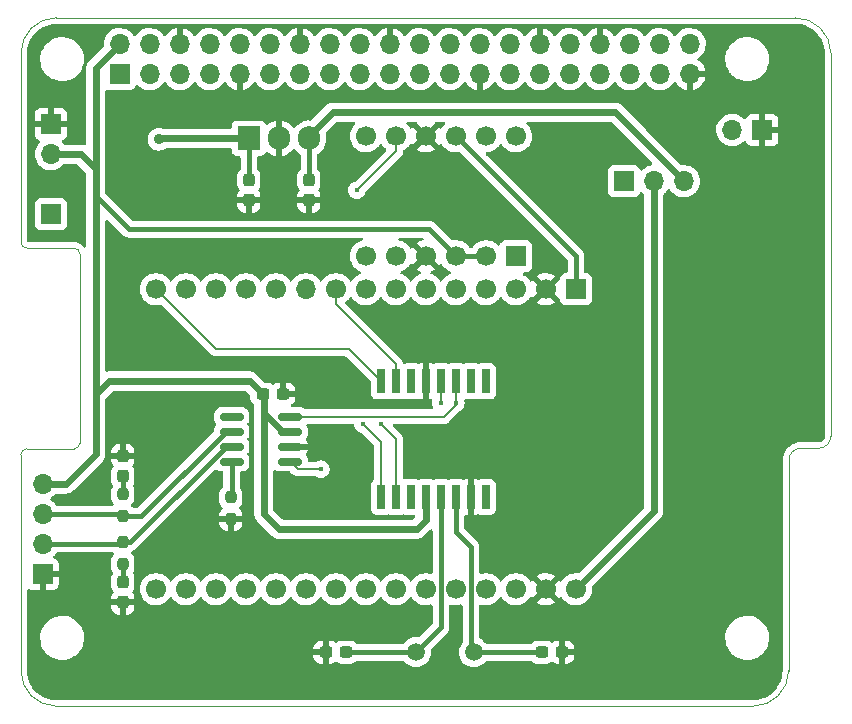
<source format=gtl>
%TF.GenerationSoftware,KiCad,Pcbnew,(6.0.7)*%
%TF.CreationDate,2022-09-16T22:58:03+02:00*%
%TF.ProjectId,peugeot_projekt,70657567-656f-4745-9f70-726f6a656b74,rev?*%
%TF.SameCoordinates,Original*%
%TF.FileFunction,Copper,L1,Top*%
%TF.FilePolarity,Positive*%
%FSLAX46Y46*%
G04 Gerber Fmt 4.6, Leading zero omitted, Abs format (unit mm)*
G04 Created by KiCad (PCBNEW (6.0.7)) date 2022-09-16 22:58:03*
%MOMM*%
%LPD*%
G01*
G04 APERTURE LIST*
G04 Aperture macros list*
%AMRoundRect*
0 Rectangle with rounded corners*
0 $1 Rounding radius*
0 $2 $3 $4 $5 $6 $7 $8 $9 X,Y pos of 4 corners*
0 Add a 4 corners polygon primitive as box body*
4,1,4,$2,$3,$4,$5,$6,$7,$8,$9,$2,$3,0*
0 Add four circle primitives for the rounded corners*
1,1,$1+$1,$2,$3*
1,1,$1+$1,$4,$5*
1,1,$1+$1,$6,$7*
1,1,$1+$1,$8,$9*
0 Add four rect primitives between the rounded corners*
20,1,$1+$1,$2,$3,$4,$5,0*
20,1,$1+$1,$4,$5,$6,$7,0*
20,1,$1+$1,$6,$7,$8,$9,0*
20,1,$1+$1,$8,$9,$2,$3,0*%
G04 Aperture macros list end*
%TA.AperFunction,Profile*%
%ADD10C,0.100000*%
%TD*%
%TA.AperFunction,SMDPad,CuDef*%
%ADD11RoundRect,0.237500X0.300000X0.237500X-0.300000X0.237500X-0.300000X-0.237500X0.300000X-0.237500X0*%
%TD*%
%TA.AperFunction,ComponentPad*%
%ADD12R,1.905000X2.000000*%
%TD*%
%TA.AperFunction,ComponentPad*%
%ADD13O,1.905000X2.000000*%
%TD*%
%TA.AperFunction,ComponentPad*%
%ADD14C,1.700000*%
%TD*%
%TA.AperFunction,ComponentPad*%
%ADD15O,1.700000X1.700000*%
%TD*%
%TA.AperFunction,ComponentPad*%
%ADD16R,1.700000X1.700000*%
%TD*%
%TA.AperFunction,SMDPad,CuDef*%
%ADD17RoundRect,0.150000X0.825000X0.150000X-0.825000X0.150000X-0.825000X-0.150000X0.825000X-0.150000X0*%
%TD*%
%TA.AperFunction,SMDPad,CuDef*%
%ADD18RoundRect,0.237500X-0.300000X-0.237500X0.300000X-0.237500X0.300000X0.237500X-0.300000X0.237500X0*%
%TD*%
%TA.AperFunction,SMDPad,CuDef*%
%ADD19RoundRect,0.237500X0.237500X-0.250000X0.237500X0.250000X-0.237500X0.250000X-0.237500X-0.250000X0*%
%TD*%
%TA.AperFunction,SMDPad,CuDef*%
%ADD20R,0.660400X2.032000*%
%TD*%
%TA.AperFunction,SMDPad,CuDef*%
%ADD21RoundRect,0.237500X0.237500X-0.300000X0.237500X0.300000X-0.237500X0.300000X-0.237500X-0.300000X0*%
%TD*%
%TA.AperFunction,SMDPad,CuDef*%
%ADD22RoundRect,0.237500X-0.237500X0.300000X-0.237500X-0.300000X0.237500X-0.300000X0.237500X0.300000X0*%
%TD*%
%TA.AperFunction,SMDPad,CuDef*%
%ADD23RoundRect,0.237500X-0.237500X0.250000X-0.237500X-0.250000X0.237500X-0.250000X0.237500X0.250000X0*%
%TD*%
%TA.AperFunction,ComponentPad*%
%ADD24C,1.500000*%
%TD*%
%TA.AperFunction,ViaPad*%
%ADD25C,0.450000*%
%TD*%
%TA.AperFunction,ViaPad*%
%ADD26C,0.900000*%
%TD*%
%TA.AperFunction,Conductor*%
%ADD27C,0.600000*%
%TD*%
%TA.AperFunction,Conductor*%
%ADD28C,0.400000*%
%TD*%
%TA.AperFunction,Conductor*%
%ADD29C,0.200000*%
%TD*%
G04 APERTURE END LIST*
D10*
X265000000Y-149286000D02*
X265024000Y-131458000D01*
X268579958Y-97003320D02*
G75*
G03*
X265532000Y-94003320I-3000358J20D01*
G01*
X204500000Y-130500000D02*
X200499127Y-130500001D01*
X200000000Y-131000000D02*
X200000000Y-149286000D01*
X205000000Y-114000000D02*
X205000000Y-130000000D01*
X265532000Y-94003320D02*
X203000000Y-94000000D01*
X200499127Y-130500001D02*
G75*
G03*
X200000000Y-131000000I873J-499999D01*
G01*
X204500000Y-130500000D02*
G75*
G03*
X205000000Y-130000000I0J500000D01*
G01*
X203000000Y-152286000D02*
X262000000Y-152286000D01*
X203000000Y-94000000D02*
G75*
G03*
X200000000Y-97000000I0J-3000000D01*
G01*
X200000000Y-113000000D02*
G75*
G03*
X200500000Y-113500000I500000J0D01*
G01*
X266040000Y-130442000D02*
X267564000Y-130442000D01*
X200000000Y-149286000D02*
G75*
G03*
X203000000Y-152286000I3000000J0D01*
G01*
X205000000Y-114000000D02*
G75*
G03*
X204500000Y-113500000I-500000J0D01*
G01*
X262000000Y-152286000D02*
G75*
G03*
X265000000Y-149286000I0J3000000D01*
G01*
X268580000Y-129426000D02*
X268580000Y-97003320D01*
X266040000Y-130442000D02*
G75*
G03*
X265024000Y-131458000I0J-1016000D01*
G01*
X267564000Y-130442000D02*
G75*
G03*
X268580000Y-129426000I0J1016000D01*
G01*
X200000000Y-97000000D02*
X200000000Y-113000000D01*
X200500000Y-113500000D02*
X204500000Y-113500000D01*
D11*
X245820500Y-147714000D03*
X244095500Y-147714000D03*
D12*
X219304000Y-104209000D03*
D13*
X221844000Y-104209000D03*
X224384000Y-104209000D03*
D14*
X211430000Y-142380000D03*
X213970000Y-142380000D03*
X216510000Y-142380000D03*
X219050000Y-142380000D03*
X221590000Y-142380000D03*
X224130000Y-142380000D03*
X226670000Y-142380000D03*
X229210000Y-142380000D03*
X231750000Y-142380000D03*
X234290000Y-142380000D03*
X236830000Y-142380000D03*
X239370000Y-142380000D03*
X241910000Y-142380000D03*
X244450000Y-142380000D03*
X246990000Y-142380000D03*
X211430000Y-116980000D03*
X213970000Y-116980000D03*
X216510000Y-116980000D03*
X219050000Y-116980000D03*
X221590000Y-116980000D03*
D15*
X224130000Y-116980000D03*
D14*
X226670000Y-116980000D03*
X229210000Y-116980000D03*
X231750000Y-116980000D03*
X234290000Y-116980000D03*
X236830000Y-116980000D03*
X239370000Y-116980000D03*
X241910000Y-116980000D03*
X244450000Y-116980000D03*
D16*
X246990000Y-116980000D03*
D17*
X222795000Y-131585000D03*
X222795000Y-130315000D03*
X222795000Y-129045000D03*
X222795000Y-127775000D03*
X217845000Y-127775000D03*
X217845000Y-129045000D03*
X217845000Y-130315000D03*
X217845000Y-131585000D03*
D16*
X251054000Y-107836000D03*
D15*
X253594000Y-107836000D03*
X256134000Y-107836000D03*
D18*
X220473500Y-125870000D03*
X222198500Y-125870000D03*
D16*
X202540000Y-110630000D03*
D19*
X208636000Y-136180500D03*
X208636000Y-134355500D03*
D20*
X230480000Y-134582200D03*
X231750000Y-134582200D03*
X233020000Y-134582200D03*
X234290000Y-134582200D03*
X235560000Y-134582200D03*
X236830000Y-134582200D03*
X238100000Y-134582200D03*
X239370000Y-134582200D03*
X239370000Y-124777800D03*
X238100000Y-124777800D03*
X236830000Y-124777800D03*
X235560000Y-124777800D03*
X234290000Y-124777800D03*
X233020000Y-124777800D03*
X231750000Y-124777800D03*
X230480000Y-124777800D03*
D21*
X208636000Y-143496500D03*
X208636000Y-141771500D03*
D16*
X201835000Y-141100000D03*
D15*
X201835000Y-138560000D03*
X201835000Y-136020000D03*
X201835000Y-133480000D03*
D18*
X225807500Y-147714000D03*
X227532500Y-147714000D03*
D22*
X219304000Y-107735500D03*
X219304000Y-109460500D03*
D23*
X217780000Y-134609500D03*
X217780000Y-136434500D03*
X208636000Y-138419500D03*
X208636000Y-140244500D03*
D16*
X202540000Y-103010000D03*
D15*
X202540000Y-105550000D03*
D22*
X224384000Y-107735500D03*
X224384000Y-109460500D03*
D14*
X241910000Y-104026000D03*
X239370000Y-104026000D03*
X236830000Y-104026000D03*
X234290000Y-104026000D03*
X231750000Y-104026000D03*
X229210000Y-104026000D03*
D16*
X241910000Y-114186000D03*
D14*
X239370000Y-114186000D03*
X236830000Y-114186000D03*
X234290000Y-114186000D03*
X231750000Y-114186000D03*
X229210000Y-114186000D03*
D22*
X208636000Y-131103500D03*
X208636000Y-132828500D03*
D24*
X238354000Y-147714000D03*
X233454000Y-147714000D03*
D16*
X208370000Y-98770000D03*
D15*
X208370000Y-96230000D03*
X210910000Y-98770000D03*
X210910000Y-96230000D03*
X213450000Y-98770000D03*
X213450000Y-96230000D03*
X215990000Y-98770000D03*
X215990000Y-96230000D03*
X218530000Y-98770000D03*
X218530000Y-96230000D03*
X221070000Y-98770000D03*
X221070000Y-96230000D03*
X223610000Y-98770000D03*
X223610000Y-96230000D03*
X226150000Y-98770000D03*
X226150000Y-96230000D03*
X228690000Y-98770000D03*
X228690000Y-96230000D03*
X231230000Y-98770000D03*
X231230000Y-96230000D03*
X233770000Y-98770000D03*
X233770000Y-96230000D03*
X236310000Y-98770000D03*
X236310000Y-96230000D03*
X238850000Y-98770000D03*
X238850000Y-96230000D03*
X241390000Y-98770000D03*
X241390000Y-96230000D03*
X243930000Y-98770000D03*
X243930000Y-96230000D03*
X246470000Y-98770000D03*
X246470000Y-96230000D03*
X249010000Y-98770000D03*
X249010000Y-96230000D03*
X251550000Y-98770000D03*
X251550000Y-96230000D03*
X254090000Y-98770000D03*
X254090000Y-96230000D03*
X256630000Y-98770000D03*
X256630000Y-96230000D03*
D16*
X262770000Y-103500000D03*
D15*
X260230000Y-103500000D03*
D25*
X236830000Y-126632000D03*
X230480000Y-128410000D03*
X228448000Y-108598000D03*
X228956000Y-128410000D03*
X225400000Y-132220000D03*
X235560000Y-126632000D03*
X237592000Y-122314000D03*
X233274000Y-100724000D03*
X257150000Y-112154000D03*
X225400000Y-130188000D03*
X225654000Y-124600000D03*
X256642000Y-105550000D03*
X211938000Y-122568000D03*
X228194000Y-140348000D03*
X209906000Y-108598000D03*
X225908000Y-135268000D03*
X204826000Y-103010000D03*
X227940000Y-100724000D03*
X219558000Y-128410000D03*
X236576000Y-131458000D03*
X219536194Y-114175931D03*
X215494000Y-135522000D03*
X214986000Y-126886000D03*
X205826703Y-134756257D03*
X210160000Y-134760000D03*
D26*
X211684000Y-104280000D03*
D27*
X234290000Y-134582200D02*
X234290000Y-136538000D01*
X220574000Y-125970500D02*
X220473500Y-125870000D01*
X206350000Y-125870000D02*
X207466500Y-124753500D01*
X219357000Y-124753500D02*
X220473500Y-125870000D01*
X202540000Y-105550000D02*
X205080000Y-105550000D01*
X220574000Y-127648000D02*
X220574000Y-125970500D01*
X206350000Y-98250000D02*
X206350000Y-106820000D01*
X233528000Y-137300000D02*
X221844000Y-137300000D01*
X203820000Y-133480000D02*
X206350000Y-130950000D01*
X207466500Y-124753500D02*
X219357000Y-124753500D01*
D28*
X209144000Y-111900000D02*
X206350000Y-109106000D01*
D27*
X206350000Y-125870000D02*
X206350000Y-106820000D01*
X208370000Y-96230000D02*
X206350000Y-98250000D01*
X234290000Y-136538000D02*
X233528000Y-137300000D01*
X221844000Y-137300000D02*
X220574000Y-136030000D01*
X220673881Y-127548119D02*
X222170761Y-129045000D01*
X201835000Y-133480000D02*
X203820000Y-133480000D01*
X205080000Y-105550000D02*
X206350000Y-106820000D01*
X206350000Y-130950000D02*
X206350000Y-125870000D01*
D28*
X234544000Y-111900000D02*
X209144000Y-111900000D01*
D27*
X220574000Y-127648000D02*
X220673881Y-127548119D01*
D28*
X236830000Y-114186000D02*
X234544000Y-111900000D01*
D27*
X220574000Y-136030000D02*
X220574000Y-127648000D01*
D28*
X236830000Y-114186000D02*
X239370000Y-114186000D01*
X209258362Y-138419500D02*
X217362862Y-130315000D01*
X217362862Y-130315000D02*
X217845000Y-130315000D01*
X208495500Y-138560000D02*
X208636000Y-138419500D01*
X201835000Y-138560000D02*
X208495500Y-138560000D01*
X208636000Y-138419500D02*
X209258362Y-138419500D01*
X208475500Y-136020000D02*
X208636000Y-136180500D01*
X201835000Y-136020000D02*
X208475500Y-136020000D01*
X208636000Y-136180500D02*
X210204500Y-136180500D01*
X210204500Y-136180500D02*
X217340000Y-129045000D01*
X235560000Y-134582200D02*
X235560000Y-145608000D01*
X235560000Y-145608000D02*
X233454000Y-147714000D01*
X233454000Y-147714000D02*
X227532500Y-147714000D01*
D29*
X235814000Y-127775000D02*
X236830000Y-126759000D01*
X236830000Y-126759000D02*
X236830000Y-125463600D01*
X222795000Y-127775000D02*
X235814000Y-127775000D01*
X230480000Y-128410000D02*
X231750000Y-129680000D01*
X231750000Y-129680000D02*
X231750000Y-133906978D01*
X226670000Y-118250000D02*
X226670000Y-116980000D01*
X231750000Y-124777800D02*
X231750000Y-123330000D01*
X231750000Y-123330000D02*
X226670000Y-118250000D01*
X231750000Y-105296000D02*
X231750000Y-104026000D01*
X228448000Y-108598000D02*
X231750000Y-105296000D01*
X216510000Y-122060000D02*
X211430000Y-116980000D01*
X230480000Y-124777800D02*
X227762200Y-122060000D01*
X227762200Y-122060000D02*
X216510000Y-122060000D01*
X228956000Y-128410000D02*
X230480000Y-129934000D01*
X230480000Y-129934000D02*
X230480000Y-133906978D01*
D28*
X236830000Y-134582200D02*
X236830000Y-137554000D01*
X238354000Y-147714000D02*
X244095500Y-147714000D01*
X238100000Y-138824000D02*
X238100000Y-147460000D01*
X236830000Y-137554000D02*
X238100000Y-138824000D01*
D29*
X235560000Y-126632000D02*
X235560000Y-124777800D01*
X223430000Y-132220000D02*
X225400000Y-132220000D01*
X222795000Y-131585000D02*
X223430000Y-132220000D01*
D28*
X208636000Y-139990500D02*
X208636000Y-141771500D01*
D27*
X253594000Y-135776000D02*
X246990000Y-142380000D01*
X253594000Y-107836000D02*
X253594000Y-135776000D01*
D28*
X224384000Y-104209000D02*
X224384000Y-107735500D01*
D27*
X224384000Y-104026000D02*
X226416000Y-101994000D01*
X226416000Y-101994000D02*
X250292000Y-101994000D01*
X250292000Y-101994000D02*
X256134000Y-107836000D01*
X211684000Y-104280000D02*
X211755000Y-104209000D01*
D28*
X219304000Y-104209000D02*
X219304000Y-107735500D01*
D27*
X211755000Y-104209000D02*
X219304000Y-104209000D01*
D28*
X217845000Y-131585000D02*
X217845000Y-134544500D01*
X208636000Y-134355500D02*
X208636000Y-132828500D01*
X246990000Y-114186000D02*
X236830000Y-104026000D01*
X246990000Y-116980000D02*
X246990000Y-114186000D01*
%TA.AperFunction,Conductor*%
G36*
X233266231Y-94510107D02*
G01*
X265487652Y-94511818D01*
X265505052Y-94513026D01*
X265524983Y-94515806D01*
X265524985Y-94515806D01*
X265533874Y-94517046D01*
X265551719Y-94514424D01*
X265575173Y-94513190D01*
X265814959Y-94522979D01*
X265829147Y-94524366D01*
X266093946Y-94565507D01*
X266107890Y-94568491D01*
X266366336Y-94639313D01*
X266379866Y-94643859D01*
X266628631Y-94743451D01*
X266641559Y-94749497D01*
X266877472Y-94876586D01*
X266889634Y-94884056D01*
X266932414Y-94913795D01*
X267022199Y-94976209D01*
X267109661Y-95037009D01*
X267120888Y-95045797D01*
X267322213Y-95222658D01*
X267332384Y-95232670D01*
X267512409Y-95431157D01*
X267521383Y-95442255D01*
X267677803Y-95659823D01*
X267685462Y-95671860D01*
X267816279Y-95905733D01*
X267822526Y-95918556D01*
X267845988Y-95974570D01*
X267908484Y-96123773D01*
X267926056Y-96165726D01*
X267930810Y-96179166D01*
X268005725Y-96436462D01*
X268008929Y-96450357D01*
X268053033Y-96707290D01*
X268054264Y-96714464D01*
X268055878Y-96728642D01*
X268056321Y-96736453D01*
X268069066Y-96961155D01*
X268067767Y-96987679D01*
X268066309Y-96997041D01*
X268067473Y-97005944D01*
X268067473Y-97005951D01*
X268070436Y-97028611D01*
X268071500Y-97044947D01*
X268071500Y-129376633D01*
X268070000Y-129396018D01*
X268066309Y-129419724D01*
X268067473Y-129428626D01*
X268067489Y-129428750D01*
X268067760Y-129459193D01*
X268060365Y-129524825D01*
X268054088Y-129552327D01*
X268025930Y-129632798D01*
X268013690Y-129658215D01*
X267968330Y-129730404D01*
X267950738Y-129752462D01*
X267890462Y-129812738D01*
X267868405Y-129830329D01*
X267831530Y-129853500D01*
X267796215Y-129875690D01*
X267770798Y-129887930D01*
X267690327Y-129916088D01*
X267662824Y-129922365D01*
X267603774Y-129929018D01*
X267588132Y-129928923D01*
X267588121Y-129929800D01*
X267579149Y-129929690D01*
X267570276Y-129928309D01*
X267561374Y-129929473D01*
X267561372Y-129929473D01*
X267550385Y-129930910D01*
X267538714Y-129932436D01*
X267522379Y-129933500D01*
X266093250Y-129933500D01*
X266072345Y-129931754D01*
X266057344Y-129929230D01*
X266057341Y-129929230D01*
X266052552Y-129928424D01*
X266046313Y-129928348D01*
X266044860Y-129928330D01*
X266044857Y-129928330D01*
X266040000Y-129928271D01*
X266035182Y-129928961D01*
X266025803Y-129930304D01*
X266016930Y-129931256D01*
X265943567Y-129936503D01*
X265822487Y-129945163D01*
X265818083Y-129946121D01*
X265613809Y-129990558D01*
X265613805Y-129990559D01*
X265609402Y-129991517D01*
X265605185Y-129993090D01*
X265605181Y-129993091D01*
X265454937Y-130049129D01*
X265405082Y-130067724D01*
X265401138Y-130069877D01*
X265401137Y-130069878D01*
X265302264Y-130123867D01*
X265213688Y-130172233D01*
X265039115Y-130302917D01*
X264884917Y-130457115D01*
X264754233Y-130631688D01*
X264725935Y-130683512D01*
X264701315Y-130728601D01*
X264649724Y-130823082D01*
X264648153Y-130827294D01*
X264578617Y-131013729D01*
X264573517Y-131027402D01*
X264572559Y-131031805D01*
X264572558Y-131031809D01*
X264533057Y-131213391D01*
X264527163Y-131240487D01*
X264526842Y-131244979D01*
X264513911Y-131425764D01*
X264512733Y-131436153D01*
X264510309Y-131451724D01*
X264511473Y-131460626D01*
X264511473Y-131460629D01*
X264514380Y-131482857D01*
X264515444Y-131499362D01*
X264494714Y-146898007D01*
X264491566Y-149236380D01*
X264490066Y-149255595D01*
X264486309Y-149279724D01*
X264488558Y-149296919D01*
X264489391Y-149320863D01*
X264473794Y-149578710D01*
X264471960Y-149593814D01*
X264420477Y-149874754D01*
X264416836Y-149889527D01*
X264331859Y-150162227D01*
X264326466Y-150176445D01*
X264209243Y-150436906D01*
X264202172Y-150450379D01*
X264054405Y-150694813D01*
X264045762Y-150707334D01*
X263869615Y-150932171D01*
X263859525Y-150943560D01*
X263657560Y-151145525D01*
X263646171Y-151155615D01*
X263421334Y-151331762D01*
X263408813Y-151340405D01*
X263164379Y-151488172D01*
X263150908Y-151495242D01*
X262890445Y-151612466D01*
X262876231Y-151617858D01*
X262603527Y-151702836D01*
X262588760Y-151706475D01*
X262379786Y-151744771D01*
X262307814Y-151757960D01*
X262292710Y-151759794D01*
X262042096Y-151774953D01*
X262015284Y-151773692D01*
X262015148Y-151773690D01*
X262006276Y-151772309D01*
X261997374Y-151773473D01*
X261997372Y-151773473D01*
X261982707Y-151775391D01*
X261974714Y-151776436D01*
X261958379Y-151777500D01*
X203049367Y-151777500D01*
X203029982Y-151776000D01*
X203015149Y-151773690D01*
X203015145Y-151773690D01*
X203006276Y-151772309D01*
X202989077Y-151774558D01*
X202965137Y-151775391D01*
X202707290Y-151759794D01*
X202692186Y-151757960D01*
X202620214Y-151744771D01*
X202411240Y-151706475D01*
X202396473Y-151702836D01*
X202123769Y-151617858D01*
X202109555Y-151612466D01*
X201849092Y-151495242D01*
X201835621Y-151488172D01*
X201591187Y-151340405D01*
X201578666Y-151331762D01*
X201353829Y-151155615D01*
X201342440Y-151145525D01*
X201140475Y-150943560D01*
X201130385Y-150932171D01*
X200954238Y-150707334D01*
X200945595Y-150694813D01*
X200797828Y-150450379D01*
X200790757Y-150436906D01*
X200673534Y-150176445D01*
X200668141Y-150162227D01*
X200583164Y-149889527D01*
X200579523Y-149874754D01*
X200528040Y-149593814D01*
X200526206Y-149578710D01*
X200511269Y-149331768D01*
X200512520Y-149308216D01*
X200512334Y-149308199D01*
X200512769Y-149303350D01*
X200513576Y-149298552D01*
X200513729Y-149286000D01*
X200509773Y-149258376D01*
X200508500Y-149240514D01*
X200508500Y-146542277D01*
X201637009Y-146542277D01*
X201662625Y-146810769D01*
X201663710Y-146815203D01*
X201663711Y-146815209D01*
X201707975Y-146996099D01*
X201726731Y-147072750D01*
X201827985Y-147322733D01*
X201964265Y-147555482D01*
X201967118Y-147559049D01*
X202084686Y-147706060D01*
X202132716Y-147766119D01*
X202329809Y-147950234D01*
X202551416Y-148103968D01*
X202555499Y-148105999D01*
X202555502Y-148106001D01*
X202564011Y-148110234D01*
X202792894Y-148224101D01*
X202797228Y-148225522D01*
X202797231Y-148225523D01*
X203044853Y-148306698D01*
X203044859Y-148306699D01*
X203049186Y-148308118D01*
X203053677Y-148308898D01*
X203053678Y-148308898D01*
X203311140Y-148353601D01*
X203311148Y-148353602D01*
X203314921Y-148354257D01*
X203318758Y-148354448D01*
X203398578Y-148358422D01*
X203398586Y-148358422D01*
X203400149Y-148358500D01*
X203568512Y-148358500D01*
X203570780Y-148358335D01*
X203570792Y-148358335D01*
X203701884Y-148348823D01*
X203769004Y-148343953D01*
X203773459Y-148342969D01*
X203773462Y-148342969D01*
X204027912Y-148286791D01*
X204027916Y-148286790D01*
X204032372Y-148285806D01*
X204158480Y-148238028D01*
X204280318Y-148191868D01*
X204280321Y-148191867D01*
X204284588Y-148190250D01*
X204520368Y-148059286D01*
X204600978Y-147997766D01*
X224762000Y-147997766D01*
X224762337Y-148004282D01*
X224772075Y-148098132D01*
X224774968Y-148111528D01*
X224825488Y-148262953D01*
X224831653Y-148276115D01*
X224915426Y-148411492D01*
X224924460Y-148422890D01*
X225037129Y-148535363D01*
X225048540Y-148544375D01*
X225184063Y-148627912D01*
X225197241Y-148634056D01*
X225348766Y-148684315D01*
X225362132Y-148687181D01*
X225454770Y-148696672D01*
X225461185Y-148697000D01*
X225535385Y-148697000D01*
X225550624Y-148692525D01*
X225551829Y-148691135D01*
X225553500Y-148683452D01*
X225553500Y-147986115D01*
X225549025Y-147970876D01*
X225547635Y-147969671D01*
X225539952Y-147968000D01*
X224780115Y-147968000D01*
X224764876Y-147972475D01*
X224763671Y-147973865D01*
X224762000Y-147981548D01*
X224762000Y-147997766D01*
X204600978Y-147997766D01*
X204685356Y-147933371D01*
X204731141Y-147898429D01*
X204731142Y-147898428D01*
X204734773Y-147895657D01*
X204923312Y-147702792D01*
X205082034Y-147484730D01*
X205104576Y-147441885D01*
X224762000Y-147441885D01*
X224766475Y-147457124D01*
X224767865Y-147458329D01*
X224775548Y-147460000D01*
X225535385Y-147460000D01*
X225550624Y-147455525D01*
X225551829Y-147454135D01*
X225553500Y-147446452D01*
X225553500Y-146749115D01*
X225549025Y-146733876D01*
X225547635Y-146732671D01*
X225539952Y-146731000D01*
X225461234Y-146731000D01*
X225454718Y-146731337D01*
X225360868Y-146741075D01*
X225347472Y-146743968D01*
X225196047Y-146794488D01*
X225182885Y-146800653D01*
X225047508Y-146884426D01*
X225036110Y-146893460D01*
X224923637Y-147006129D01*
X224914625Y-147017540D01*
X224831088Y-147153063D01*
X224824944Y-147166241D01*
X224774685Y-147317766D01*
X224771819Y-147331132D01*
X224762328Y-147423770D01*
X224762000Y-147430185D01*
X224762000Y-147441885D01*
X205104576Y-147441885D01*
X205165190Y-147326676D01*
X205205490Y-147250079D01*
X205205493Y-147250073D01*
X205207615Y-147246039D01*
X205236217Y-147165047D01*
X205295902Y-146996033D01*
X205295902Y-146996032D01*
X205297425Y-146991720D01*
X205335195Y-146800088D01*
X205348700Y-146731572D01*
X205348701Y-146731566D01*
X205349581Y-146727100D01*
X205349808Y-146722544D01*
X205362764Y-146462292D01*
X205362764Y-146462286D01*
X205362991Y-146457723D01*
X205337375Y-146189231D01*
X205321315Y-146123596D01*
X205274355Y-145931688D01*
X205273269Y-145927250D01*
X205172015Y-145677267D01*
X205035735Y-145444518D01*
X204917928Y-145297208D01*
X204870136Y-145237447D01*
X204870135Y-145237445D01*
X204867284Y-145233881D01*
X204670191Y-145049766D01*
X204448584Y-144896032D01*
X204444501Y-144894001D01*
X204444498Y-144893999D01*
X204279606Y-144811967D01*
X204207106Y-144775899D01*
X204202772Y-144774478D01*
X204202769Y-144774477D01*
X203955147Y-144693302D01*
X203955141Y-144693301D01*
X203950814Y-144691882D01*
X203946322Y-144691102D01*
X203688860Y-144646399D01*
X203688852Y-144646398D01*
X203685079Y-144645743D01*
X203673817Y-144645182D01*
X203601422Y-144641578D01*
X203601414Y-144641578D01*
X203599851Y-144641500D01*
X203431488Y-144641500D01*
X203429220Y-144641665D01*
X203429208Y-144641665D01*
X203298116Y-144651177D01*
X203230996Y-144656047D01*
X203226541Y-144657031D01*
X203226538Y-144657031D01*
X202972088Y-144713209D01*
X202972084Y-144713210D01*
X202967628Y-144714194D01*
X202841520Y-144761972D01*
X202719682Y-144808132D01*
X202719679Y-144808133D01*
X202715412Y-144809750D01*
X202479632Y-144940714D01*
X202265227Y-145104343D01*
X202076688Y-145297208D01*
X201917966Y-145515270D01*
X201865479Y-145615031D01*
X201794510Y-145749921D01*
X201794507Y-145749927D01*
X201792385Y-145753961D01*
X201790865Y-145758266D01*
X201790863Y-145758270D01*
X201727330Y-145938181D01*
X201702575Y-146008280D01*
X201650419Y-146272900D01*
X201650192Y-146277453D01*
X201650192Y-146277456D01*
X201637660Y-146529205D01*
X201637009Y-146542277D01*
X200508500Y-146542277D01*
X200508500Y-143842766D01*
X207653000Y-143842766D01*
X207653337Y-143849282D01*
X207663075Y-143943132D01*
X207665968Y-143956528D01*
X207716488Y-144107953D01*
X207722653Y-144121115D01*
X207806426Y-144256492D01*
X207815460Y-144267890D01*
X207928129Y-144380363D01*
X207939540Y-144389375D01*
X208075063Y-144472912D01*
X208088241Y-144479056D01*
X208239766Y-144529315D01*
X208253132Y-144532181D01*
X208345770Y-144541672D01*
X208352185Y-144542000D01*
X208363885Y-144542000D01*
X208379124Y-144537525D01*
X208380329Y-144536135D01*
X208382000Y-144528452D01*
X208382000Y-144523885D01*
X208890000Y-144523885D01*
X208894475Y-144539124D01*
X208895865Y-144540329D01*
X208903548Y-144542000D01*
X208919766Y-144542000D01*
X208926282Y-144541663D01*
X209020132Y-144531925D01*
X209033528Y-144529032D01*
X209184953Y-144478512D01*
X209198115Y-144472347D01*
X209333492Y-144388574D01*
X209344890Y-144379540D01*
X209457363Y-144266871D01*
X209466375Y-144255460D01*
X209549912Y-144119937D01*
X209556056Y-144106759D01*
X209606315Y-143955234D01*
X209609181Y-143941868D01*
X209618672Y-143849230D01*
X209619000Y-143842815D01*
X209619000Y-143768615D01*
X209614525Y-143753376D01*
X209613135Y-143752171D01*
X209605452Y-143750500D01*
X208908115Y-143750500D01*
X208892876Y-143754975D01*
X208891671Y-143756365D01*
X208890000Y-143764048D01*
X208890000Y-144523885D01*
X208382000Y-144523885D01*
X208382000Y-143768615D01*
X208377525Y-143753376D01*
X208376135Y-143752171D01*
X208368452Y-143750500D01*
X207671115Y-143750500D01*
X207655876Y-143754975D01*
X207654671Y-143756365D01*
X207653000Y-143764048D01*
X207653000Y-143842766D01*
X200508500Y-143842766D01*
X200508500Y-142479659D01*
X200528502Y-142411538D01*
X200582158Y-142365045D01*
X200652432Y-142354941D01*
X200710064Y-142378832D01*
X200731352Y-142394787D01*
X200746946Y-142403324D01*
X200867394Y-142448478D01*
X200882649Y-142452105D01*
X200933514Y-142457631D01*
X200940328Y-142458000D01*
X201562885Y-142458000D01*
X201578124Y-142453525D01*
X201579329Y-142452135D01*
X201581000Y-142444452D01*
X201581000Y-142439884D01*
X202089000Y-142439884D01*
X202093475Y-142455123D01*
X202094865Y-142456328D01*
X202102548Y-142457999D01*
X202729669Y-142457999D01*
X202736490Y-142457629D01*
X202787352Y-142452105D01*
X202802604Y-142448479D01*
X202923054Y-142403324D01*
X202938649Y-142394786D01*
X203040724Y-142318285D01*
X203053285Y-142305724D01*
X203129786Y-142203649D01*
X203138324Y-142188054D01*
X203183478Y-142067606D01*
X203187105Y-142052351D01*
X203192631Y-142001486D01*
X203193000Y-141994672D01*
X203193000Y-141372115D01*
X203188525Y-141356876D01*
X203187135Y-141355671D01*
X203179452Y-141354000D01*
X202107115Y-141354000D01*
X202091876Y-141358475D01*
X202090671Y-141359865D01*
X202089000Y-141367548D01*
X202089000Y-142439884D01*
X201581000Y-142439884D01*
X201581000Y-140972000D01*
X201601002Y-140903879D01*
X201654658Y-140857386D01*
X201707000Y-140846000D01*
X203174884Y-140846000D01*
X203190123Y-140841525D01*
X203191328Y-140840135D01*
X203192999Y-140832452D01*
X203192999Y-140205331D01*
X203192629Y-140198510D01*
X203187105Y-140147648D01*
X203183479Y-140132396D01*
X203138324Y-140011946D01*
X203129786Y-139996351D01*
X203053285Y-139894276D01*
X203040724Y-139881715D01*
X202938649Y-139805214D01*
X202923054Y-139796676D01*
X202812813Y-139755348D01*
X202756049Y-139712706D01*
X202731349Y-139646145D01*
X202746557Y-139576796D01*
X202768104Y-139548115D01*
X202869430Y-139447144D01*
X202869440Y-139447132D01*
X202873096Y-139443489D01*
X202961132Y-139320974D01*
X203017127Y-139277326D01*
X203063455Y-139268500D01*
X207765298Y-139268500D01*
X207833419Y-139288502D01*
X207879912Y-139342158D01*
X207890016Y-139412432D01*
X207860522Y-139477012D01*
X207854477Y-139483512D01*
X207809071Y-139528997D01*
X207805231Y-139535227D01*
X207805230Y-139535228D01*
X207722364Y-139669662D01*
X207717791Y-139677080D01*
X207663026Y-139842191D01*
X207662326Y-139849027D01*
X207662325Y-139849030D01*
X207657783Y-139893368D01*
X207652500Y-139944928D01*
X207652500Y-140544072D01*
X207663293Y-140648093D01*
X207718346Y-140813107D01*
X207774518Y-140903879D01*
X207782413Y-140916638D01*
X207801251Y-140985090D01*
X207782528Y-141049057D01*
X207774508Y-141062069D01*
X207722364Y-141146662D01*
X207717791Y-141154080D01*
X207663026Y-141319191D01*
X207662326Y-141326027D01*
X207662325Y-141326030D01*
X207657604Y-141372115D01*
X207652500Y-141421928D01*
X207652500Y-142121072D01*
X207652837Y-142124318D01*
X207652837Y-142124322D01*
X207658296Y-142176931D01*
X207663293Y-142225093D01*
X207665474Y-142231629D01*
X207665474Y-142231631D01*
X207690194Y-142305724D01*
X207718346Y-142390107D01*
X207809884Y-142538031D01*
X207815065Y-142543203D01*
X207817139Y-142545273D01*
X207818105Y-142547038D01*
X207819613Y-142548941D01*
X207819287Y-142549199D01*
X207851219Y-142607554D01*
X207846218Y-142678375D01*
X207817292Y-142723470D01*
X207814636Y-142726131D01*
X207805625Y-142737540D01*
X207722088Y-142873063D01*
X207715944Y-142886241D01*
X207665685Y-143037766D01*
X207662819Y-143051132D01*
X207653328Y-143143770D01*
X207653000Y-143150185D01*
X207653000Y-143224385D01*
X207657475Y-143239624D01*
X207658865Y-143240829D01*
X207666548Y-143242500D01*
X209600885Y-143242500D01*
X209616124Y-143238025D01*
X209617329Y-143236635D01*
X209619000Y-143228952D01*
X209619000Y-143150234D01*
X209618663Y-143143718D01*
X209608925Y-143049868D01*
X209606032Y-143036472D01*
X209555512Y-142885047D01*
X209549347Y-142871885D01*
X209465574Y-142736508D01*
X209456536Y-142725106D01*
X209454861Y-142723433D01*
X209454081Y-142722007D01*
X209451993Y-142719373D01*
X209452444Y-142719016D01*
X209420781Y-142661151D01*
X209425784Y-142590331D01*
X209454701Y-142545246D01*
X209457756Y-142542185D01*
X209462929Y-142537003D01*
X209466770Y-142530772D01*
X209550369Y-142395150D01*
X209550370Y-142395148D01*
X209554209Y-142388920D01*
X209608974Y-142223809D01*
X209619500Y-142121072D01*
X209619500Y-141421928D01*
X209619163Y-141418678D01*
X209609419Y-141324765D01*
X209609418Y-141324761D01*
X209608707Y-141317907D01*
X209587568Y-141254544D01*
X209555972Y-141159841D01*
X209553654Y-141152893D01*
X209489587Y-141049361D01*
X209470749Y-140980910D01*
X209489472Y-140916942D01*
X209489660Y-140916638D01*
X209541553Y-140832452D01*
X209550368Y-140818152D01*
X209550369Y-140818149D01*
X209554209Y-140811920D01*
X209608974Y-140646809D01*
X209619500Y-140544072D01*
X209619500Y-139944928D01*
X209619163Y-139941678D01*
X209609419Y-139847765D01*
X209609418Y-139847761D01*
X209608707Y-139840907D01*
X209593951Y-139796676D01*
X209555972Y-139682841D01*
X209553654Y-139675893D01*
X209462116Y-139527969D01*
X209456934Y-139522796D01*
X209355214Y-139421253D01*
X209321135Y-139358970D01*
X209326138Y-139288150D01*
X209355059Y-139243063D01*
X209457754Y-139140188D01*
X209457758Y-139140183D01*
X209462929Y-139135003D01*
X209468812Y-139125459D01*
X209470798Y-139123672D01*
X209471307Y-139123027D01*
X209471417Y-139123114D01*
X209521583Y-139077965D01*
X209531528Y-139073710D01*
X209553572Y-139065381D01*
X209581911Y-139054673D01*
X209581915Y-139054671D01*
X209589018Y-139051987D01*
X209595280Y-139047683D01*
X209597647Y-139046446D01*
X209612459Y-139038201D01*
X209614713Y-139036868D01*
X209621667Y-139033815D01*
X209672364Y-138994913D01*
X209677694Y-138991041D01*
X209724082Y-138959161D01*
X209724087Y-138959156D01*
X209730343Y-138954857D01*
X209771798Y-138908329D01*
X209776778Y-138903054D01*
X211949066Y-136730766D01*
X216797000Y-136730766D01*
X216797337Y-136737282D01*
X216807075Y-136831132D01*
X216809968Y-136844528D01*
X216860488Y-136995953D01*
X216866653Y-137009115D01*
X216950426Y-137144492D01*
X216959460Y-137155890D01*
X217072129Y-137268363D01*
X217083540Y-137277375D01*
X217219063Y-137360912D01*
X217232241Y-137367056D01*
X217383766Y-137417315D01*
X217397132Y-137420181D01*
X217489770Y-137429672D01*
X217496185Y-137430000D01*
X217507885Y-137430000D01*
X217523124Y-137425525D01*
X217524329Y-137424135D01*
X217526000Y-137416452D01*
X217526000Y-137411885D01*
X218034000Y-137411885D01*
X218038475Y-137427124D01*
X218039865Y-137428329D01*
X218047548Y-137430000D01*
X218063766Y-137430000D01*
X218070282Y-137429663D01*
X218164132Y-137419925D01*
X218177528Y-137417032D01*
X218328953Y-137366512D01*
X218342115Y-137360347D01*
X218477492Y-137276574D01*
X218488890Y-137267540D01*
X218601363Y-137154871D01*
X218610375Y-137143460D01*
X218693912Y-137007937D01*
X218700056Y-136994759D01*
X218750315Y-136843234D01*
X218753181Y-136829868D01*
X218762672Y-136737230D01*
X218763000Y-136730815D01*
X218763000Y-136706615D01*
X218758525Y-136691376D01*
X218757135Y-136690171D01*
X218749452Y-136688500D01*
X218052115Y-136688500D01*
X218036876Y-136692975D01*
X218035671Y-136694365D01*
X218034000Y-136702048D01*
X218034000Y-137411885D01*
X217526000Y-137411885D01*
X217526000Y-136706615D01*
X217521525Y-136691376D01*
X217520135Y-136690171D01*
X217512452Y-136688500D01*
X216815115Y-136688500D01*
X216799876Y-136692975D01*
X216798671Y-136694365D01*
X216797000Y-136702048D01*
X216797000Y-136730766D01*
X211949066Y-136730766D01*
X216427691Y-132252141D01*
X216490003Y-132218115D01*
X216560818Y-132223180D01*
X216601209Y-132249138D01*
X216601325Y-132248989D01*
X216603009Y-132250295D01*
X216605881Y-132252141D01*
X216613193Y-132259453D01*
X216620017Y-132263489D01*
X216620020Y-132263491D01*
X216622638Y-132265039D01*
X216756399Y-132344145D01*
X216764010Y-132346356D01*
X216764012Y-132346357D01*
X216816231Y-132361528D01*
X216916169Y-132390562D01*
X216922574Y-132391066D01*
X216922579Y-132391067D01*
X216951042Y-132393307D01*
X216951050Y-132393307D01*
X216953498Y-132393500D01*
X217010500Y-132393500D01*
X217078621Y-132413502D01*
X217125114Y-132467158D01*
X217136500Y-132519500D01*
X217136500Y-133663224D01*
X217116498Y-133731345D01*
X217086566Y-133760768D01*
X217087929Y-133762487D01*
X217082197Y-133767030D01*
X217075969Y-133770884D01*
X217070796Y-133776066D01*
X216958242Y-133888816D01*
X216958238Y-133888821D01*
X216953071Y-133893997D01*
X216949231Y-133900227D01*
X216949230Y-133900228D01*
X216866364Y-134034662D01*
X216861791Y-134042080D01*
X216807026Y-134207191D01*
X216806326Y-134214027D01*
X216806325Y-134214030D01*
X216803070Y-134245799D01*
X216796500Y-134309928D01*
X216796500Y-134909072D01*
X216796837Y-134912318D01*
X216796837Y-134912322D01*
X216798707Y-134930338D01*
X216807293Y-135013093D01*
X216809474Y-135019629D01*
X216809474Y-135019631D01*
X216810615Y-135023051D01*
X216862346Y-135178107D01*
X216953884Y-135326031D01*
X217061141Y-135433101D01*
X217095220Y-135495382D01*
X217090217Y-135566202D01*
X217061296Y-135611291D01*
X216958637Y-135714129D01*
X216949625Y-135725540D01*
X216866088Y-135861063D01*
X216859944Y-135874241D01*
X216809685Y-136025766D01*
X216806819Y-136039132D01*
X216797328Y-136131770D01*
X216797000Y-136138185D01*
X216797000Y-136162385D01*
X216801475Y-136177624D01*
X216802865Y-136178829D01*
X216810548Y-136180500D01*
X218744885Y-136180500D01*
X218760124Y-136176025D01*
X218761329Y-136174635D01*
X218763000Y-136166952D01*
X218763000Y-136138234D01*
X218762663Y-136131718D01*
X218752925Y-136037868D01*
X218750032Y-136024472D01*
X218699512Y-135873047D01*
X218693347Y-135859885D01*
X218609574Y-135724508D01*
X218600540Y-135713110D01*
X218498860Y-135611607D01*
X218464781Y-135549324D01*
X218469784Y-135478504D01*
X218498705Y-135433416D01*
X218499022Y-135433099D01*
X218606929Y-135325003D01*
X218610770Y-135318772D01*
X218694369Y-135183150D01*
X218694370Y-135183148D01*
X218698209Y-135176920D01*
X218752974Y-135011809D01*
X218763500Y-134909072D01*
X218763500Y-134309928D01*
X218763163Y-134306678D01*
X218753419Y-134212765D01*
X218753418Y-134212761D01*
X218752707Y-134205907D01*
X218746945Y-134188634D01*
X218699972Y-134047841D01*
X218697654Y-134040893D01*
X218646832Y-133958765D01*
X218609969Y-133899195D01*
X218609968Y-133899194D01*
X218606116Y-133892969D01*
X218590482Y-133877362D01*
X218556403Y-133815080D01*
X218553500Y-133788190D01*
X218553500Y-132519500D01*
X218573502Y-132451379D01*
X218627158Y-132404886D01*
X218679500Y-132393500D01*
X218736502Y-132393500D01*
X218738950Y-132393307D01*
X218738958Y-132393307D01*
X218767421Y-132391067D01*
X218767426Y-132391066D01*
X218773831Y-132390562D01*
X218873769Y-132361528D01*
X218925988Y-132346357D01*
X218925990Y-132346356D01*
X218933601Y-132344145D01*
X219067362Y-132265039D01*
X219069980Y-132263491D01*
X219069983Y-132263489D01*
X219076807Y-132259453D01*
X219194453Y-132141807D01*
X219198489Y-132134983D01*
X219198491Y-132134980D01*
X219275108Y-132005427D01*
X219279145Y-131998601D01*
X219325562Y-131838831D01*
X219328500Y-131801502D01*
X219328500Y-131368498D01*
X219327766Y-131359171D01*
X219326067Y-131337579D01*
X219326066Y-131337574D01*
X219325562Y-131331169D01*
X219279145Y-131171399D01*
X219194453Y-131028193D01*
X219191771Y-131025511D01*
X219166498Y-130961139D01*
X219180400Y-130891516D01*
X219190572Y-130875688D01*
X219194453Y-130871807D01*
X219279145Y-130728601D01*
X219281415Y-130720790D01*
X219306152Y-130635642D01*
X219325562Y-130568831D01*
X219328500Y-130531502D01*
X219328500Y-130098498D01*
X219328307Y-130096042D01*
X219326067Y-130067579D01*
X219326066Y-130067574D01*
X219325562Y-130061169D01*
X219292138Y-129946121D01*
X219281357Y-129909012D01*
X219281356Y-129909010D01*
X219279145Y-129901399D01*
X219194453Y-129758193D01*
X219191771Y-129755511D01*
X219166498Y-129691139D01*
X219180400Y-129621516D01*
X219190572Y-129605688D01*
X219194453Y-129601807D01*
X219279145Y-129458601D01*
X219287818Y-129428750D01*
X219323767Y-129305008D01*
X219325562Y-129298831D01*
X219327208Y-129277928D01*
X219328307Y-129263958D01*
X219328307Y-129263950D01*
X219328500Y-129261502D01*
X219328500Y-128828498D01*
X219325562Y-128791169D01*
X219279145Y-128631399D01*
X219194453Y-128488193D01*
X219191771Y-128485511D01*
X219166498Y-128421139D01*
X219180400Y-128351516D01*
X219190572Y-128335688D01*
X219194453Y-128331807D01*
X219279145Y-128188601D01*
X219325562Y-128028831D01*
X219328500Y-127991502D01*
X219328500Y-127558498D01*
X219325562Y-127521169D01*
X219279145Y-127361399D01*
X219236241Y-127288852D01*
X219198491Y-127225020D01*
X219198489Y-127225017D01*
X219194453Y-127218193D01*
X219076807Y-127100547D01*
X219069983Y-127096511D01*
X219069980Y-127096509D01*
X218940427Y-127019892D01*
X218940428Y-127019892D01*
X218933601Y-127015855D01*
X218925990Y-127013644D01*
X218925988Y-127013643D01*
X218873769Y-126998472D01*
X218773831Y-126969438D01*
X218767426Y-126968934D01*
X218767421Y-126968933D01*
X218738958Y-126966693D01*
X218738950Y-126966693D01*
X218736502Y-126966500D01*
X216953498Y-126966500D01*
X216951050Y-126966693D01*
X216951042Y-126966693D01*
X216922579Y-126968933D01*
X216922574Y-126968934D01*
X216916169Y-126969438D01*
X216816231Y-126998472D01*
X216764012Y-127013643D01*
X216764010Y-127013644D01*
X216756399Y-127015855D01*
X216749572Y-127019892D01*
X216749573Y-127019892D01*
X216620020Y-127096509D01*
X216620017Y-127096511D01*
X216613193Y-127100547D01*
X216495547Y-127218193D01*
X216491511Y-127225017D01*
X216491509Y-127225020D01*
X216453759Y-127288852D01*
X216410855Y-127361399D01*
X216364438Y-127521169D01*
X216361500Y-127558498D01*
X216361500Y-127991502D01*
X216364438Y-128028831D01*
X216410855Y-128188601D01*
X216495547Y-128331807D01*
X216498229Y-128334489D01*
X216523502Y-128398861D01*
X216509600Y-128468484D01*
X216499428Y-128484312D01*
X216495547Y-128488193D01*
X216410855Y-128631399D01*
X216364438Y-128791169D01*
X216361500Y-128828498D01*
X216361500Y-128969340D01*
X216341498Y-129037461D01*
X216324595Y-129058435D01*
X209947935Y-135435095D01*
X209885623Y-135469121D01*
X209858840Y-135472000D01*
X209522288Y-135472000D01*
X209454167Y-135451998D01*
X209433270Y-135435173D01*
X209355214Y-135357253D01*
X209321135Y-135294971D01*
X209326138Y-135224150D01*
X209355059Y-135179063D01*
X209457754Y-135076188D01*
X209457758Y-135076183D01*
X209462929Y-135071003D01*
X209495394Y-135018335D01*
X209550369Y-134929150D01*
X209550370Y-134929148D01*
X209554209Y-134922920D01*
X209608974Y-134757809D01*
X209619500Y-134655072D01*
X209619500Y-134055928D01*
X209617417Y-134035850D01*
X209609419Y-133958765D01*
X209609418Y-133958761D01*
X209608707Y-133951907D01*
X209553654Y-133786893D01*
X209489587Y-133683361D01*
X209470749Y-133614910D01*
X209489472Y-133550942D01*
X209489660Y-133550638D01*
X209543225Y-133463740D01*
X209550368Y-133452152D01*
X209550369Y-133452149D01*
X209554209Y-133445920D01*
X209608974Y-133280809D01*
X209619500Y-133178072D01*
X209619500Y-132478928D01*
X209616642Y-132451379D01*
X209609419Y-132381765D01*
X209609418Y-132381761D01*
X209608707Y-132374907D01*
X209599664Y-132347800D01*
X209555972Y-132216841D01*
X209553654Y-132209893D01*
X209462116Y-132061969D01*
X209454861Y-132054726D01*
X209453895Y-132052962D01*
X209452387Y-132051059D01*
X209452713Y-132050801D01*
X209420781Y-131992446D01*
X209425782Y-131921625D01*
X209454708Y-131876530D01*
X209457364Y-131873869D01*
X209466375Y-131862460D01*
X209549912Y-131726937D01*
X209556056Y-131713759D01*
X209606315Y-131562234D01*
X209609181Y-131548868D01*
X209618672Y-131456230D01*
X209619000Y-131449815D01*
X209619000Y-131375615D01*
X209614525Y-131360376D01*
X209613135Y-131359171D01*
X209605452Y-131357500D01*
X207671115Y-131357500D01*
X207655876Y-131361975D01*
X207654671Y-131363365D01*
X207653000Y-131371048D01*
X207653000Y-131449766D01*
X207653337Y-131456282D01*
X207663075Y-131550132D01*
X207665968Y-131563528D01*
X207716488Y-131714953D01*
X207722653Y-131728115D01*
X207806426Y-131863492D01*
X207815464Y-131874894D01*
X207817139Y-131876567D01*
X207817919Y-131877993D01*
X207820007Y-131880627D01*
X207819556Y-131880984D01*
X207851219Y-131938849D01*
X207846216Y-132009669D01*
X207817299Y-132054754D01*
X207815260Y-132056797D01*
X207809071Y-132062997D01*
X207805231Y-132069227D01*
X207805230Y-132069228D01*
X207722364Y-132203662D01*
X207717791Y-132211080D01*
X207663026Y-132376191D01*
X207662326Y-132383027D01*
X207662325Y-132383030D01*
X207660221Y-132403568D01*
X207652500Y-132478928D01*
X207652500Y-133178072D01*
X207652837Y-133181318D01*
X207652837Y-133181322D01*
X207654522Y-133197557D01*
X207663293Y-133282093D01*
X207718346Y-133447107D01*
X207723778Y-133455884D01*
X207782413Y-133550638D01*
X207801251Y-133619090D01*
X207782528Y-133683057D01*
X207760063Y-133719503D01*
X207722364Y-133780662D01*
X207717791Y-133788080D01*
X207663026Y-133953191D01*
X207652500Y-134055928D01*
X207652500Y-134655072D01*
X207652837Y-134658318D01*
X207652837Y-134658322D01*
X207662264Y-134749174D01*
X207663293Y-134759093D01*
X207718346Y-134924107D01*
X207809884Y-135072031D01*
X207834222Y-135096326D01*
X207868302Y-135158608D01*
X207863300Y-135229428D01*
X207820803Y-135286301D01*
X207754305Y-135311171D01*
X207745205Y-135311500D01*
X203063286Y-135311500D01*
X202995165Y-135291498D01*
X202957494Y-135253941D01*
X202917818Y-135192612D01*
X202915014Y-135188277D01*
X202764670Y-135023051D01*
X202760619Y-135019852D01*
X202760615Y-135019848D01*
X202593414Y-134887800D01*
X202593410Y-134887798D01*
X202589359Y-134884598D01*
X202548053Y-134861796D01*
X202498084Y-134811364D01*
X202483312Y-134741921D01*
X202508428Y-134675516D01*
X202535780Y-134648909D01*
X202579603Y-134617650D01*
X202714860Y-134521173D01*
X202873096Y-134363489D01*
X202876169Y-134359213D01*
X202889276Y-134340973D01*
X202945271Y-134297326D01*
X202991598Y-134288500D01*
X203810786Y-134288500D01*
X203812106Y-134288507D01*
X203902221Y-134289451D01*
X203944597Y-134280289D01*
X203957163Y-134278231D01*
X204000255Y-134273397D01*
X204006906Y-134271081D01*
X204006910Y-134271080D01*
X204031930Y-134262367D01*
X204046742Y-134258204D01*
X204072619Y-134252609D01*
X204079510Y-134251119D01*
X204118813Y-134232792D01*
X204130589Y-134228010D01*
X204171552Y-134213745D01*
X204177527Y-134210011D01*
X204177530Y-134210010D01*
X204199995Y-134195973D01*
X204213512Y-134188634D01*
X204237514Y-134177441D01*
X204237515Y-134177440D01*
X204243902Y-134174462D01*
X204278153Y-134147894D01*
X204288612Y-134140598D01*
X204319404Y-134121358D01*
X204319407Y-134121356D01*
X204325376Y-134117626D01*
X204354179Y-134089024D01*
X204354804Y-134088439D01*
X204355470Y-134087922D01*
X204381460Y-134061932D01*
X204454082Y-133989815D01*
X204454740Y-133988778D01*
X204455843Y-133987549D01*
X206915158Y-131528234D01*
X206916095Y-131527306D01*
X206975475Y-131469157D01*
X206975476Y-131469156D01*
X206980507Y-131464229D01*
X207003998Y-131427779D01*
X207011417Y-131417454D01*
X207038476Y-131383557D01*
X207053073Y-131353362D01*
X207060602Y-131339945D01*
X207066258Y-131331169D01*
X207078765Y-131311762D01*
X207081173Y-131305145D01*
X207081176Y-131305140D01*
X207093592Y-131271027D01*
X207098553Y-131259284D01*
X207114354Y-131226597D01*
X207114356Y-131226592D01*
X207117421Y-131220251D01*
X207124965Y-131187572D01*
X207129332Y-131172831D01*
X207140803Y-131141315D01*
X207141686Y-131134325D01*
X207141688Y-131134317D01*
X207146238Y-131098299D01*
X207148474Y-131085747D01*
X207156638Y-131050386D01*
X207156638Y-131050383D01*
X207158224Y-131043515D01*
X207158260Y-131033421D01*
X207158366Y-131002944D01*
X207158395Y-131002062D01*
X207158500Y-131001231D01*
X207158500Y-130964428D01*
X207158530Y-130955729D01*
X207158845Y-130865657D01*
X207158845Y-130865652D01*
X207158857Y-130862130D01*
X207158589Y-130860930D01*
X207158500Y-130859293D01*
X207158500Y-130831385D01*
X207653000Y-130831385D01*
X207657475Y-130846624D01*
X207658865Y-130847829D01*
X207666548Y-130849500D01*
X208363885Y-130849500D01*
X208379124Y-130845025D01*
X208380329Y-130843635D01*
X208382000Y-130835952D01*
X208382000Y-130831385D01*
X208890000Y-130831385D01*
X208894475Y-130846624D01*
X208895865Y-130847829D01*
X208903548Y-130849500D01*
X209600885Y-130849500D01*
X209616124Y-130845025D01*
X209617329Y-130843635D01*
X209619000Y-130835952D01*
X209619000Y-130757234D01*
X209618663Y-130750718D01*
X209608925Y-130656868D01*
X209606032Y-130643472D01*
X209555512Y-130492047D01*
X209549347Y-130478885D01*
X209465574Y-130343508D01*
X209456540Y-130332110D01*
X209343871Y-130219637D01*
X209332460Y-130210625D01*
X209196937Y-130127088D01*
X209183759Y-130120944D01*
X209032234Y-130070685D01*
X209018868Y-130067819D01*
X208926230Y-130058328D01*
X208919815Y-130058000D01*
X208908115Y-130058000D01*
X208892876Y-130062475D01*
X208891671Y-130063865D01*
X208890000Y-130071548D01*
X208890000Y-130831385D01*
X208382000Y-130831385D01*
X208382000Y-130076115D01*
X208377525Y-130060876D01*
X208376135Y-130059671D01*
X208368452Y-130058000D01*
X208352234Y-130058000D01*
X208345718Y-130058337D01*
X208251868Y-130068075D01*
X208238472Y-130070968D01*
X208087047Y-130121488D01*
X208073885Y-130127653D01*
X207938508Y-130211426D01*
X207927110Y-130220460D01*
X207814637Y-130333129D01*
X207805625Y-130344540D01*
X207722088Y-130480063D01*
X207715944Y-130493241D01*
X207665685Y-130644766D01*
X207662819Y-130658132D01*
X207653328Y-130750770D01*
X207653000Y-130757185D01*
X207653000Y-130831385D01*
X207158500Y-130831385D01*
X207158500Y-126257082D01*
X207178502Y-126188961D01*
X207195405Y-126167987D01*
X207764487Y-125598905D01*
X207826799Y-125564879D01*
X207853582Y-125562000D01*
X218969918Y-125562000D01*
X219038039Y-125582002D01*
X219059013Y-125598905D01*
X219390595Y-125930487D01*
X219424621Y-125992799D01*
X219427500Y-126019582D01*
X219427500Y-126157072D01*
X219427837Y-126160318D01*
X219427837Y-126160322D01*
X219437440Y-126252868D01*
X219438293Y-126261093D01*
X219440474Y-126267629D01*
X219440474Y-126267631D01*
X219484768Y-126400395D01*
X219493346Y-126426107D01*
X219584884Y-126574031D01*
X219707997Y-126696929D01*
X219714232Y-126700772D01*
X219717591Y-126703425D01*
X219758654Y-126761341D01*
X219765500Y-126802308D01*
X219765500Y-127633572D01*
X219765143Y-127735870D01*
X219765411Y-127737070D01*
X219765500Y-127738707D01*
X219765500Y-136020786D01*
X219765493Y-136022106D01*
X219764549Y-136112221D01*
X219773711Y-136154597D01*
X219775769Y-136167163D01*
X219780603Y-136210255D01*
X219782919Y-136216906D01*
X219782920Y-136216910D01*
X219791633Y-136241930D01*
X219795796Y-136256742D01*
X219802881Y-136289510D01*
X219821208Y-136328813D01*
X219825990Y-136340589D01*
X219840255Y-136381552D01*
X219843989Y-136387527D01*
X219843990Y-136387530D01*
X219858027Y-136409995D01*
X219865366Y-136423512D01*
X219867291Y-136427639D01*
X219879538Y-136453902D01*
X219883855Y-136459467D01*
X219883856Y-136459469D01*
X219906106Y-136488153D01*
X219913402Y-136498612D01*
X219936374Y-136535376D01*
X219941334Y-136540371D01*
X219941335Y-136540372D01*
X219964976Y-136564179D01*
X219965561Y-136564804D01*
X219966078Y-136565470D01*
X219992068Y-136591460D01*
X220064185Y-136664082D01*
X220065222Y-136664740D01*
X220066451Y-136665843D01*
X221265766Y-137865158D01*
X221266694Y-137866095D01*
X221306021Y-137906254D01*
X221329771Y-137930507D01*
X221366221Y-137953998D01*
X221376546Y-137961417D01*
X221410443Y-137988476D01*
X221416784Y-137991541D01*
X221416785Y-137991542D01*
X221440637Y-138003072D01*
X221454054Y-138010601D01*
X221482238Y-138028765D01*
X221488855Y-138031173D01*
X221488860Y-138031176D01*
X221522973Y-138043592D01*
X221534716Y-138048553D01*
X221567403Y-138064354D01*
X221567408Y-138064356D01*
X221573749Y-138067421D01*
X221580607Y-138069004D01*
X221580609Y-138069005D01*
X221606426Y-138074965D01*
X221621169Y-138079332D01*
X221652685Y-138090803D01*
X221659675Y-138091686D01*
X221659683Y-138091688D01*
X221695701Y-138096238D01*
X221708253Y-138098474D01*
X221743614Y-138106638D01*
X221743617Y-138106638D01*
X221750485Y-138108224D01*
X221757531Y-138108249D01*
X221757534Y-138108249D01*
X221791056Y-138108366D01*
X221791938Y-138108395D01*
X221792769Y-138108500D01*
X221829419Y-138108500D01*
X221829859Y-138108501D01*
X221928343Y-138108845D01*
X221928348Y-138108845D01*
X221931870Y-138108857D01*
X221933070Y-138108589D01*
X221934707Y-138108500D01*
X233518786Y-138108500D01*
X233520106Y-138108507D01*
X233610221Y-138109451D01*
X233652597Y-138100289D01*
X233665163Y-138098231D01*
X233708255Y-138093397D01*
X233714906Y-138091081D01*
X233714910Y-138091080D01*
X233739930Y-138082367D01*
X233754742Y-138078204D01*
X233780619Y-138072609D01*
X233787510Y-138071119D01*
X233826813Y-138052792D01*
X233838589Y-138048010D01*
X233879552Y-138033745D01*
X233885527Y-138030011D01*
X233885530Y-138030010D01*
X233907995Y-138015973D01*
X233921512Y-138008634D01*
X233945514Y-137997441D01*
X233945515Y-137997440D01*
X233951902Y-137994462D01*
X233986153Y-137967894D01*
X233996612Y-137960598D01*
X234027404Y-137941358D01*
X234027407Y-137941356D01*
X234033376Y-137937626D01*
X234062179Y-137909024D01*
X234062804Y-137908439D01*
X234063470Y-137907922D01*
X234089460Y-137881932D01*
X234162082Y-137809815D01*
X234162740Y-137808778D01*
X234163843Y-137807549D01*
X234636405Y-137334987D01*
X234698717Y-137300961D01*
X234769532Y-137306026D01*
X234826368Y-137348573D01*
X234851179Y-137415093D01*
X234851500Y-137424082D01*
X234851500Y-140959312D01*
X234831498Y-141027433D01*
X234777842Y-141073926D01*
X234707568Y-141084030D01*
X234683441Y-141078085D01*
X234643091Y-141063796D01*
X234643083Y-141063794D01*
X234638212Y-141062069D01*
X234633119Y-141061162D01*
X234633116Y-141061161D01*
X234423373Y-141023800D01*
X234423367Y-141023799D01*
X234418284Y-141022894D01*
X234344452Y-141021992D01*
X234200081Y-141020228D01*
X234200079Y-141020228D01*
X234194911Y-141020165D01*
X233974091Y-141053955D01*
X233761756Y-141123357D01*
X233563607Y-141226507D01*
X233559474Y-141229610D01*
X233559471Y-141229612D01*
X233389100Y-141357530D01*
X233384965Y-141360635D01*
X233230629Y-141522138D01*
X233123201Y-141679621D01*
X233068293Y-141724621D01*
X232997768Y-141732792D01*
X232934021Y-141701538D01*
X232913324Y-141677054D01*
X232832822Y-141552617D01*
X232832820Y-141552614D01*
X232830014Y-141548277D01*
X232679670Y-141383051D01*
X232675619Y-141379852D01*
X232675615Y-141379848D01*
X232508414Y-141247800D01*
X232508410Y-141247798D01*
X232504359Y-141244598D01*
X232308789Y-141136638D01*
X232303920Y-141134914D01*
X232303916Y-141134912D01*
X232103087Y-141063795D01*
X232103083Y-141063794D01*
X232098212Y-141062069D01*
X232093119Y-141061162D01*
X232093116Y-141061161D01*
X231883373Y-141023800D01*
X231883367Y-141023799D01*
X231878284Y-141022894D01*
X231804452Y-141021992D01*
X231660081Y-141020228D01*
X231660079Y-141020228D01*
X231654911Y-141020165D01*
X231434091Y-141053955D01*
X231221756Y-141123357D01*
X231023607Y-141226507D01*
X231019474Y-141229610D01*
X231019471Y-141229612D01*
X230849100Y-141357530D01*
X230844965Y-141360635D01*
X230690629Y-141522138D01*
X230583201Y-141679621D01*
X230528293Y-141724621D01*
X230457768Y-141732792D01*
X230394021Y-141701538D01*
X230373324Y-141677054D01*
X230292822Y-141552617D01*
X230292820Y-141552614D01*
X230290014Y-141548277D01*
X230139670Y-141383051D01*
X230135619Y-141379852D01*
X230135615Y-141379848D01*
X229968414Y-141247800D01*
X229968410Y-141247798D01*
X229964359Y-141244598D01*
X229768789Y-141136638D01*
X229763920Y-141134914D01*
X229763916Y-141134912D01*
X229563087Y-141063795D01*
X229563083Y-141063794D01*
X229558212Y-141062069D01*
X229553119Y-141061162D01*
X229553116Y-141061161D01*
X229343373Y-141023800D01*
X229343367Y-141023799D01*
X229338284Y-141022894D01*
X229264452Y-141021992D01*
X229120081Y-141020228D01*
X229120079Y-141020228D01*
X229114911Y-141020165D01*
X228894091Y-141053955D01*
X228681756Y-141123357D01*
X228483607Y-141226507D01*
X228479474Y-141229610D01*
X228479471Y-141229612D01*
X228309100Y-141357530D01*
X228304965Y-141360635D01*
X228150629Y-141522138D01*
X228043201Y-141679621D01*
X227988293Y-141724621D01*
X227917768Y-141732792D01*
X227854021Y-141701538D01*
X227833324Y-141677054D01*
X227752822Y-141552617D01*
X227752820Y-141552614D01*
X227750014Y-141548277D01*
X227599670Y-141383051D01*
X227595619Y-141379852D01*
X227595615Y-141379848D01*
X227428414Y-141247800D01*
X227428410Y-141247798D01*
X227424359Y-141244598D01*
X227228789Y-141136638D01*
X227223920Y-141134914D01*
X227223916Y-141134912D01*
X227023087Y-141063795D01*
X227023083Y-141063794D01*
X227018212Y-141062069D01*
X227013119Y-141061162D01*
X227013116Y-141061161D01*
X226803373Y-141023800D01*
X226803367Y-141023799D01*
X226798284Y-141022894D01*
X226724452Y-141021992D01*
X226580081Y-141020228D01*
X226580079Y-141020228D01*
X226574911Y-141020165D01*
X226354091Y-141053955D01*
X226141756Y-141123357D01*
X225943607Y-141226507D01*
X225939474Y-141229610D01*
X225939471Y-141229612D01*
X225769100Y-141357530D01*
X225764965Y-141360635D01*
X225610629Y-141522138D01*
X225503201Y-141679621D01*
X225448293Y-141724621D01*
X225377768Y-141732792D01*
X225314021Y-141701538D01*
X225293324Y-141677054D01*
X225212822Y-141552617D01*
X225212820Y-141552614D01*
X225210014Y-141548277D01*
X225059670Y-141383051D01*
X225055619Y-141379852D01*
X225055615Y-141379848D01*
X224888414Y-141247800D01*
X224888410Y-141247798D01*
X224884359Y-141244598D01*
X224688789Y-141136638D01*
X224683920Y-141134914D01*
X224683916Y-141134912D01*
X224483087Y-141063795D01*
X224483083Y-141063794D01*
X224478212Y-141062069D01*
X224473119Y-141061162D01*
X224473116Y-141061161D01*
X224263373Y-141023800D01*
X224263367Y-141023799D01*
X224258284Y-141022894D01*
X224184452Y-141021992D01*
X224040081Y-141020228D01*
X224040079Y-141020228D01*
X224034911Y-141020165D01*
X223814091Y-141053955D01*
X223601756Y-141123357D01*
X223403607Y-141226507D01*
X223399474Y-141229610D01*
X223399471Y-141229612D01*
X223229100Y-141357530D01*
X223224965Y-141360635D01*
X223070629Y-141522138D01*
X222963201Y-141679621D01*
X222908293Y-141724621D01*
X222837768Y-141732792D01*
X222774021Y-141701538D01*
X222753324Y-141677054D01*
X222672822Y-141552617D01*
X222672820Y-141552614D01*
X222670014Y-141548277D01*
X222519670Y-141383051D01*
X222515619Y-141379852D01*
X222515615Y-141379848D01*
X222348414Y-141247800D01*
X222348410Y-141247798D01*
X222344359Y-141244598D01*
X222148789Y-141136638D01*
X222143920Y-141134914D01*
X222143916Y-141134912D01*
X221943087Y-141063795D01*
X221943083Y-141063794D01*
X221938212Y-141062069D01*
X221933119Y-141061162D01*
X221933116Y-141061161D01*
X221723373Y-141023800D01*
X221723367Y-141023799D01*
X221718284Y-141022894D01*
X221644452Y-141021992D01*
X221500081Y-141020228D01*
X221500079Y-141020228D01*
X221494911Y-141020165D01*
X221274091Y-141053955D01*
X221061756Y-141123357D01*
X220863607Y-141226507D01*
X220859474Y-141229610D01*
X220859471Y-141229612D01*
X220689100Y-141357530D01*
X220684965Y-141360635D01*
X220530629Y-141522138D01*
X220423201Y-141679621D01*
X220368293Y-141724621D01*
X220297768Y-141732792D01*
X220234021Y-141701538D01*
X220213324Y-141677054D01*
X220132822Y-141552617D01*
X220132820Y-141552614D01*
X220130014Y-141548277D01*
X219979670Y-141383051D01*
X219975619Y-141379852D01*
X219975615Y-141379848D01*
X219808414Y-141247800D01*
X219808410Y-141247798D01*
X219804359Y-141244598D01*
X219608789Y-141136638D01*
X219603920Y-141134914D01*
X219603916Y-141134912D01*
X219403087Y-141063795D01*
X219403083Y-141063794D01*
X219398212Y-141062069D01*
X219393119Y-141061162D01*
X219393116Y-141061161D01*
X219183373Y-141023800D01*
X219183367Y-141023799D01*
X219178284Y-141022894D01*
X219104452Y-141021992D01*
X218960081Y-141020228D01*
X218960079Y-141020228D01*
X218954911Y-141020165D01*
X218734091Y-141053955D01*
X218521756Y-141123357D01*
X218323607Y-141226507D01*
X218319474Y-141229610D01*
X218319471Y-141229612D01*
X218149100Y-141357530D01*
X218144965Y-141360635D01*
X217990629Y-141522138D01*
X217883201Y-141679621D01*
X217828293Y-141724621D01*
X217757768Y-141732792D01*
X217694021Y-141701538D01*
X217673324Y-141677054D01*
X217592822Y-141552617D01*
X217592820Y-141552614D01*
X217590014Y-141548277D01*
X217439670Y-141383051D01*
X217435619Y-141379852D01*
X217435615Y-141379848D01*
X217268414Y-141247800D01*
X217268410Y-141247798D01*
X217264359Y-141244598D01*
X217068789Y-141136638D01*
X217063920Y-141134914D01*
X217063916Y-141134912D01*
X216863087Y-141063795D01*
X216863083Y-141063794D01*
X216858212Y-141062069D01*
X216853119Y-141061162D01*
X216853116Y-141061161D01*
X216643373Y-141023800D01*
X216643367Y-141023799D01*
X216638284Y-141022894D01*
X216564452Y-141021992D01*
X216420081Y-141020228D01*
X216420079Y-141020228D01*
X216414911Y-141020165D01*
X216194091Y-141053955D01*
X215981756Y-141123357D01*
X215783607Y-141226507D01*
X215779474Y-141229610D01*
X215779471Y-141229612D01*
X215609100Y-141357530D01*
X215604965Y-141360635D01*
X215450629Y-141522138D01*
X215343201Y-141679621D01*
X215288293Y-141724621D01*
X215217768Y-141732792D01*
X215154021Y-141701538D01*
X215133324Y-141677054D01*
X215052822Y-141552617D01*
X215052820Y-141552614D01*
X215050014Y-141548277D01*
X214899670Y-141383051D01*
X214895619Y-141379852D01*
X214895615Y-141379848D01*
X214728414Y-141247800D01*
X214728410Y-141247798D01*
X214724359Y-141244598D01*
X214528789Y-141136638D01*
X214523920Y-141134914D01*
X214523916Y-141134912D01*
X214323087Y-141063795D01*
X214323083Y-141063794D01*
X214318212Y-141062069D01*
X214313119Y-141061162D01*
X214313116Y-141061161D01*
X214103373Y-141023800D01*
X214103367Y-141023799D01*
X214098284Y-141022894D01*
X214024452Y-141021992D01*
X213880081Y-141020228D01*
X213880079Y-141020228D01*
X213874911Y-141020165D01*
X213654091Y-141053955D01*
X213441756Y-141123357D01*
X213243607Y-141226507D01*
X213239474Y-141229610D01*
X213239471Y-141229612D01*
X213069100Y-141357530D01*
X213064965Y-141360635D01*
X212910629Y-141522138D01*
X212803201Y-141679621D01*
X212748293Y-141724621D01*
X212677768Y-141732792D01*
X212614021Y-141701538D01*
X212593324Y-141677054D01*
X212512822Y-141552617D01*
X212512820Y-141552614D01*
X212510014Y-141548277D01*
X212359670Y-141383051D01*
X212355619Y-141379852D01*
X212355615Y-141379848D01*
X212188414Y-141247800D01*
X212188410Y-141247798D01*
X212184359Y-141244598D01*
X211988789Y-141136638D01*
X211983920Y-141134914D01*
X211983916Y-141134912D01*
X211783087Y-141063795D01*
X211783083Y-141063794D01*
X211778212Y-141062069D01*
X211773119Y-141061162D01*
X211773116Y-141061161D01*
X211563373Y-141023800D01*
X211563367Y-141023799D01*
X211558284Y-141022894D01*
X211484452Y-141021992D01*
X211340081Y-141020228D01*
X211340079Y-141020228D01*
X211334911Y-141020165D01*
X211114091Y-141053955D01*
X210901756Y-141123357D01*
X210703607Y-141226507D01*
X210699474Y-141229610D01*
X210699471Y-141229612D01*
X210529100Y-141357530D01*
X210524965Y-141360635D01*
X210370629Y-141522138D01*
X210244743Y-141706680D01*
X210150688Y-141909305D01*
X210090989Y-142124570D01*
X210067251Y-142346695D01*
X210067548Y-142351848D01*
X210067548Y-142351851D01*
X210077865Y-142530772D01*
X210080110Y-142569715D01*
X210081247Y-142574761D01*
X210081248Y-142574767D01*
X210100483Y-142660116D01*
X210129222Y-142787639D01*
X210213266Y-142994616D01*
X210264019Y-143077438D01*
X210327291Y-143180688D01*
X210329987Y-143185088D01*
X210476250Y-143353938D01*
X210648126Y-143496632D01*
X210841000Y-143609338D01*
X211049692Y-143689030D01*
X211054760Y-143690061D01*
X211054763Y-143690062D01*
X211159604Y-143711392D01*
X211268597Y-143733567D01*
X211273772Y-143733757D01*
X211273774Y-143733757D01*
X211486673Y-143741564D01*
X211486677Y-143741564D01*
X211491837Y-143741753D01*
X211496957Y-143741097D01*
X211496959Y-143741097D01*
X211708288Y-143714025D01*
X211708289Y-143714025D01*
X211713416Y-143713368D01*
X211718376Y-143711880D01*
X211922429Y-143650661D01*
X211922434Y-143650659D01*
X211927384Y-143649174D01*
X212127994Y-143550896D01*
X212309860Y-143421173D01*
X212468096Y-143263489D01*
X212487393Y-143236635D01*
X212598453Y-143082077D01*
X212599776Y-143083028D01*
X212646645Y-143039857D01*
X212716580Y-143027625D01*
X212782026Y-143055144D01*
X212809875Y-143086994D01*
X212869987Y-143185088D01*
X213016250Y-143353938D01*
X213188126Y-143496632D01*
X213381000Y-143609338D01*
X213589692Y-143689030D01*
X213594760Y-143690061D01*
X213594763Y-143690062D01*
X213699604Y-143711392D01*
X213808597Y-143733567D01*
X213813772Y-143733757D01*
X213813774Y-143733757D01*
X214026673Y-143741564D01*
X214026677Y-143741564D01*
X214031837Y-143741753D01*
X214036957Y-143741097D01*
X214036959Y-143741097D01*
X214248288Y-143714025D01*
X214248289Y-143714025D01*
X214253416Y-143713368D01*
X214258376Y-143711880D01*
X214462429Y-143650661D01*
X214462434Y-143650659D01*
X214467384Y-143649174D01*
X214667994Y-143550896D01*
X214849860Y-143421173D01*
X215008096Y-143263489D01*
X215027393Y-143236635D01*
X215138453Y-143082077D01*
X215139776Y-143083028D01*
X215186645Y-143039857D01*
X215256580Y-143027625D01*
X215322026Y-143055144D01*
X215349875Y-143086994D01*
X215409987Y-143185088D01*
X215556250Y-143353938D01*
X215728126Y-143496632D01*
X215921000Y-143609338D01*
X216129692Y-143689030D01*
X216134760Y-143690061D01*
X216134763Y-143690062D01*
X216239604Y-143711392D01*
X216348597Y-143733567D01*
X216353772Y-143733757D01*
X216353774Y-143733757D01*
X216566673Y-143741564D01*
X216566677Y-143741564D01*
X216571837Y-143741753D01*
X216576957Y-143741097D01*
X216576959Y-143741097D01*
X216788288Y-143714025D01*
X216788289Y-143714025D01*
X216793416Y-143713368D01*
X216798376Y-143711880D01*
X217002429Y-143650661D01*
X217002434Y-143650659D01*
X217007384Y-143649174D01*
X217207994Y-143550896D01*
X217389860Y-143421173D01*
X217548096Y-143263489D01*
X217567393Y-143236635D01*
X217678453Y-143082077D01*
X217679776Y-143083028D01*
X217726645Y-143039857D01*
X217796580Y-143027625D01*
X217862026Y-143055144D01*
X217889875Y-143086994D01*
X217949987Y-143185088D01*
X218096250Y-143353938D01*
X218268126Y-143496632D01*
X218461000Y-143609338D01*
X218669692Y-143689030D01*
X218674760Y-143690061D01*
X218674763Y-143690062D01*
X218779604Y-143711392D01*
X218888597Y-143733567D01*
X218893772Y-143733757D01*
X218893774Y-143733757D01*
X219106673Y-143741564D01*
X219106677Y-143741564D01*
X219111837Y-143741753D01*
X219116957Y-143741097D01*
X219116959Y-143741097D01*
X219328288Y-143714025D01*
X219328289Y-143714025D01*
X219333416Y-143713368D01*
X219338376Y-143711880D01*
X219542429Y-143650661D01*
X219542434Y-143650659D01*
X219547384Y-143649174D01*
X219747994Y-143550896D01*
X219929860Y-143421173D01*
X220088096Y-143263489D01*
X220107393Y-143236635D01*
X220218453Y-143082077D01*
X220219776Y-143083028D01*
X220266645Y-143039857D01*
X220336580Y-143027625D01*
X220402026Y-143055144D01*
X220429875Y-143086994D01*
X220489987Y-143185088D01*
X220636250Y-143353938D01*
X220808126Y-143496632D01*
X221001000Y-143609338D01*
X221209692Y-143689030D01*
X221214760Y-143690061D01*
X221214763Y-143690062D01*
X221319604Y-143711392D01*
X221428597Y-143733567D01*
X221433772Y-143733757D01*
X221433774Y-143733757D01*
X221646673Y-143741564D01*
X221646677Y-143741564D01*
X221651837Y-143741753D01*
X221656957Y-143741097D01*
X221656959Y-143741097D01*
X221868288Y-143714025D01*
X221868289Y-143714025D01*
X221873416Y-143713368D01*
X221878376Y-143711880D01*
X222082429Y-143650661D01*
X222082434Y-143650659D01*
X222087384Y-143649174D01*
X222287994Y-143550896D01*
X222469860Y-143421173D01*
X222628096Y-143263489D01*
X222647393Y-143236635D01*
X222758453Y-143082077D01*
X222759776Y-143083028D01*
X222806645Y-143039857D01*
X222876580Y-143027625D01*
X222942026Y-143055144D01*
X222969875Y-143086994D01*
X223029987Y-143185088D01*
X223176250Y-143353938D01*
X223348126Y-143496632D01*
X223541000Y-143609338D01*
X223749692Y-143689030D01*
X223754760Y-143690061D01*
X223754763Y-143690062D01*
X223859604Y-143711392D01*
X223968597Y-143733567D01*
X223973772Y-143733757D01*
X223973774Y-143733757D01*
X224186673Y-143741564D01*
X224186677Y-143741564D01*
X224191837Y-143741753D01*
X224196957Y-143741097D01*
X224196959Y-143741097D01*
X224408288Y-143714025D01*
X224408289Y-143714025D01*
X224413416Y-143713368D01*
X224418376Y-143711880D01*
X224622429Y-143650661D01*
X224622434Y-143650659D01*
X224627384Y-143649174D01*
X224827994Y-143550896D01*
X225009860Y-143421173D01*
X225168096Y-143263489D01*
X225187393Y-143236635D01*
X225298453Y-143082077D01*
X225299776Y-143083028D01*
X225346645Y-143039857D01*
X225416580Y-143027625D01*
X225482026Y-143055144D01*
X225509875Y-143086994D01*
X225569987Y-143185088D01*
X225716250Y-143353938D01*
X225888126Y-143496632D01*
X226081000Y-143609338D01*
X226289692Y-143689030D01*
X226294760Y-143690061D01*
X226294763Y-143690062D01*
X226399604Y-143711392D01*
X226508597Y-143733567D01*
X226513772Y-143733757D01*
X226513774Y-143733757D01*
X226726673Y-143741564D01*
X226726677Y-143741564D01*
X226731837Y-143741753D01*
X226736957Y-143741097D01*
X226736959Y-143741097D01*
X226948288Y-143714025D01*
X226948289Y-143714025D01*
X226953416Y-143713368D01*
X226958376Y-143711880D01*
X227162429Y-143650661D01*
X227162434Y-143650659D01*
X227167384Y-143649174D01*
X227367994Y-143550896D01*
X227549860Y-143421173D01*
X227708096Y-143263489D01*
X227727393Y-143236635D01*
X227838453Y-143082077D01*
X227839776Y-143083028D01*
X227886645Y-143039857D01*
X227956580Y-143027625D01*
X228022026Y-143055144D01*
X228049875Y-143086994D01*
X228109987Y-143185088D01*
X228256250Y-143353938D01*
X228428126Y-143496632D01*
X228621000Y-143609338D01*
X228829692Y-143689030D01*
X228834760Y-143690061D01*
X228834763Y-143690062D01*
X228939604Y-143711392D01*
X229048597Y-143733567D01*
X229053772Y-143733757D01*
X229053774Y-143733757D01*
X229266673Y-143741564D01*
X229266677Y-143741564D01*
X229271837Y-143741753D01*
X229276957Y-143741097D01*
X229276959Y-143741097D01*
X229488288Y-143714025D01*
X229488289Y-143714025D01*
X229493416Y-143713368D01*
X229498376Y-143711880D01*
X229702429Y-143650661D01*
X229702434Y-143650659D01*
X229707384Y-143649174D01*
X229907994Y-143550896D01*
X230089860Y-143421173D01*
X230248096Y-143263489D01*
X230267393Y-143236635D01*
X230378453Y-143082077D01*
X230379776Y-143083028D01*
X230426645Y-143039857D01*
X230496580Y-143027625D01*
X230562026Y-143055144D01*
X230589875Y-143086994D01*
X230649987Y-143185088D01*
X230796250Y-143353938D01*
X230968126Y-143496632D01*
X231161000Y-143609338D01*
X231369692Y-143689030D01*
X231374760Y-143690061D01*
X231374763Y-143690062D01*
X231479604Y-143711392D01*
X231588597Y-143733567D01*
X231593772Y-143733757D01*
X231593774Y-143733757D01*
X231806673Y-143741564D01*
X231806677Y-143741564D01*
X231811837Y-143741753D01*
X231816957Y-143741097D01*
X231816959Y-143741097D01*
X232028288Y-143714025D01*
X232028289Y-143714025D01*
X232033416Y-143713368D01*
X232038376Y-143711880D01*
X232242429Y-143650661D01*
X232242434Y-143650659D01*
X232247384Y-143649174D01*
X232447994Y-143550896D01*
X232629860Y-143421173D01*
X232788096Y-143263489D01*
X232807393Y-143236635D01*
X232918453Y-143082077D01*
X232919776Y-143083028D01*
X232966645Y-143039857D01*
X233036580Y-143027625D01*
X233102026Y-143055144D01*
X233129875Y-143086994D01*
X233189987Y-143185088D01*
X233336250Y-143353938D01*
X233508126Y-143496632D01*
X233701000Y-143609338D01*
X233909692Y-143689030D01*
X233914760Y-143690061D01*
X233914763Y-143690062D01*
X234019604Y-143711392D01*
X234128597Y-143733567D01*
X234133772Y-143733757D01*
X234133774Y-143733757D01*
X234346673Y-143741564D01*
X234346677Y-143741564D01*
X234351837Y-143741753D01*
X234356957Y-143741097D01*
X234356959Y-143741097D01*
X234568288Y-143714025D01*
X234568289Y-143714025D01*
X234573416Y-143713368D01*
X234578373Y-143711881D01*
X234578377Y-143711880D01*
X234689292Y-143678604D01*
X234760287Y-143678186D01*
X234820238Y-143716219D01*
X234850110Y-143780625D01*
X234851500Y-143799289D01*
X234851500Y-145262340D01*
X234831498Y-145330461D01*
X234814595Y-145351435D01*
X233735859Y-146430171D01*
X233673547Y-146464197D01*
X233635786Y-146466597D01*
X233454000Y-146450693D01*
X233234629Y-146469885D01*
X233021924Y-146526880D01*
X232979135Y-146546833D01*
X232827334Y-146617618D01*
X232827329Y-146617621D01*
X232822347Y-146619944D01*
X232817840Y-146623100D01*
X232817838Y-146623101D01*
X232646473Y-146743092D01*
X232646470Y-146743094D01*
X232641962Y-146746251D01*
X232486251Y-146901962D01*
X232483094Y-146906470D01*
X232483092Y-146906473D01*
X232451374Y-146951771D01*
X232395916Y-146996099D01*
X232348161Y-147005500D01*
X228468766Y-147005500D01*
X228400645Y-146985498D01*
X228379749Y-146968673D01*
X228303188Y-146892246D01*
X228303183Y-146892242D01*
X228298003Y-146887071D01*
X228291772Y-146883230D01*
X228156150Y-146799631D01*
X228156148Y-146799630D01*
X228149920Y-146795791D01*
X227984809Y-146741026D01*
X227977973Y-146740326D01*
X227977970Y-146740325D01*
X227926474Y-146735049D01*
X227882072Y-146730500D01*
X227182928Y-146730500D01*
X227179682Y-146730837D01*
X227179678Y-146730837D01*
X227085765Y-146740581D01*
X227085761Y-146740582D01*
X227078907Y-146741293D01*
X227072371Y-146743474D01*
X227072369Y-146743474D01*
X227052365Y-146750148D01*
X226913893Y-146796346D01*
X226765969Y-146887884D01*
X226760797Y-146893065D01*
X226758727Y-146895139D01*
X226756962Y-146896105D01*
X226755059Y-146897613D01*
X226754801Y-146897287D01*
X226696446Y-146929219D01*
X226625625Y-146924218D01*
X226580530Y-146895292D01*
X226577869Y-146892636D01*
X226566460Y-146883625D01*
X226430937Y-146800088D01*
X226417759Y-146793944D01*
X226266234Y-146743685D01*
X226252868Y-146740819D01*
X226160230Y-146731328D01*
X226153815Y-146731000D01*
X226079615Y-146731000D01*
X226064376Y-146735475D01*
X226063171Y-146736865D01*
X226061500Y-146744548D01*
X226061500Y-148678885D01*
X226065975Y-148694124D01*
X226067365Y-148695329D01*
X226075048Y-148697000D01*
X226153766Y-148697000D01*
X226160282Y-148696663D01*
X226254132Y-148686925D01*
X226267528Y-148684032D01*
X226418953Y-148633512D01*
X226432115Y-148627347D01*
X226567492Y-148543574D01*
X226578894Y-148534536D01*
X226580567Y-148532861D01*
X226581993Y-148532081D01*
X226584627Y-148529993D01*
X226584984Y-148530444D01*
X226642849Y-148498781D01*
X226713669Y-148503784D01*
X226758754Y-148532701D01*
X226761421Y-148535363D01*
X226766997Y-148540929D01*
X226915080Y-148632209D01*
X227080191Y-148686974D01*
X227087027Y-148687674D01*
X227087030Y-148687675D01*
X227134370Y-148692525D01*
X227182928Y-148697500D01*
X227882072Y-148697500D01*
X227885318Y-148697163D01*
X227885322Y-148697163D01*
X227979235Y-148687419D01*
X227979239Y-148687418D01*
X227986093Y-148686707D01*
X227992629Y-148684526D01*
X227992631Y-148684526D01*
X228125395Y-148640232D01*
X228151107Y-148631654D01*
X228299031Y-148540116D01*
X228304204Y-148534934D01*
X228304209Y-148534930D01*
X228379524Y-148459483D01*
X228441806Y-148425403D01*
X228468697Y-148422500D01*
X232348161Y-148422500D01*
X232416282Y-148442502D01*
X232451374Y-148476229D01*
X232483092Y-148521527D01*
X232486251Y-148526038D01*
X232641962Y-148681749D01*
X232646471Y-148684906D01*
X232646473Y-148684908D01*
X232721241Y-148737261D01*
X232822346Y-148808056D01*
X233021924Y-148901120D01*
X233234629Y-148958115D01*
X233454000Y-148977307D01*
X233673371Y-148958115D01*
X233886076Y-148901120D01*
X234085654Y-148808056D01*
X234186759Y-148737261D01*
X234261527Y-148684908D01*
X234261529Y-148684906D01*
X234266038Y-148681749D01*
X234421749Y-148526038D01*
X234437332Y-148503784D01*
X234544899Y-148350162D01*
X234544900Y-148350160D01*
X234548056Y-148345653D01*
X234550379Y-148340671D01*
X234550382Y-148340666D01*
X234638795Y-148151061D01*
X234641120Y-148146076D01*
X234698115Y-147933371D01*
X234717307Y-147714000D01*
X234701403Y-147532216D01*
X234715392Y-147462613D01*
X234737829Y-147432141D01*
X236040520Y-146129450D01*
X236046785Y-146123596D01*
X236084660Y-146090555D01*
X236090385Y-146085561D01*
X236127114Y-146033300D01*
X236131046Y-146028005D01*
X236165791Y-145983694D01*
X236170477Y-145977718D01*
X236173602Y-145970796D01*
X236174964Y-145968548D01*
X236183368Y-145953815D01*
X236184622Y-145951476D01*
X236188990Y-145945261D01*
X236191749Y-145938185D01*
X236191751Y-145938181D01*
X236212200Y-145885731D01*
X236214749Y-145879666D01*
X236241045Y-145821427D01*
X236242429Y-145813962D01*
X236243226Y-145811418D01*
X236247859Y-145795152D01*
X236248521Y-145792572D01*
X236251282Y-145785491D01*
X236259622Y-145722143D01*
X236260653Y-145715629D01*
X236272296Y-145652813D01*
X236268709Y-145590607D01*
X236268500Y-145583353D01*
X236268500Y-143802829D01*
X236288502Y-143734708D01*
X236342158Y-143688215D01*
X236412432Y-143678111D01*
X236439445Y-143685118D01*
X236444853Y-143687183D01*
X236444860Y-143687185D01*
X236449692Y-143689030D01*
X236454760Y-143690061D01*
X236454763Y-143690062D01*
X236559604Y-143711392D01*
X236668597Y-143733567D01*
X236673772Y-143733757D01*
X236673774Y-143733757D01*
X236886673Y-143741564D01*
X236886677Y-143741564D01*
X236891837Y-143741753D01*
X236896957Y-143741097D01*
X236896959Y-143741097D01*
X237108288Y-143714025D01*
X237108289Y-143714025D01*
X237113416Y-143713368D01*
X237118373Y-143711881D01*
X237118377Y-143711880D01*
X237229292Y-143678604D01*
X237300287Y-143678186D01*
X237360238Y-143716219D01*
X237390110Y-143780625D01*
X237391500Y-143799289D01*
X237391500Y-146854738D01*
X237368713Y-146927009D01*
X237351374Y-146951771D01*
X237320336Y-146996099D01*
X237259944Y-147082347D01*
X237257621Y-147087329D01*
X237257618Y-147087334D01*
X237227518Y-147151885D01*
X237166880Y-147281924D01*
X237109885Y-147494629D01*
X237090693Y-147714000D01*
X237109885Y-147933371D01*
X237166880Y-148146076D01*
X237169205Y-148151061D01*
X237257618Y-148340666D01*
X237257621Y-148340671D01*
X237259944Y-148345653D01*
X237263100Y-148350160D01*
X237263101Y-148350162D01*
X237370669Y-148503784D01*
X237386251Y-148526038D01*
X237541962Y-148681749D01*
X237546471Y-148684906D01*
X237546473Y-148684908D01*
X237621241Y-148737261D01*
X237722346Y-148808056D01*
X237921924Y-148901120D01*
X238134629Y-148958115D01*
X238354000Y-148977307D01*
X238573371Y-148958115D01*
X238786076Y-148901120D01*
X238985654Y-148808056D01*
X239086759Y-148737261D01*
X239161527Y-148684908D01*
X239161529Y-148684906D01*
X239166038Y-148681749D01*
X239321749Y-148526038D01*
X239324908Y-148521527D01*
X239356626Y-148476229D01*
X239412084Y-148431901D01*
X239459839Y-148422500D01*
X243159234Y-148422500D01*
X243227355Y-148442502D01*
X243248251Y-148459327D01*
X243324812Y-148535754D01*
X243324815Y-148535756D01*
X243329997Y-148540929D01*
X243478080Y-148632209D01*
X243643191Y-148686974D01*
X243650027Y-148687674D01*
X243650030Y-148687675D01*
X243697370Y-148692525D01*
X243745928Y-148697500D01*
X244445072Y-148697500D01*
X244448318Y-148697163D01*
X244448322Y-148697163D01*
X244542235Y-148687419D01*
X244542239Y-148687418D01*
X244549093Y-148686707D01*
X244555629Y-148684526D01*
X244555631Y-148684526D01*
X244688395Y-148640232D01*
X244714107Y-148631654D01*
X244862031Y-148540116D01*
X244869274Y-148532861D01*
X244871038Y-148531895D01*
X244872941Y-148530387D01*
X244873199Y-148530713D01*
X244931554Y-148498781D01*
X245002375Y-148503782D01*
X245047470Y-148532708D01*
X245050131Y-148535364D01*
X245061540Y-148544375D01*
X245197063Y-148627912D01*
X245210241Y-148634056D01*
X245361766Y-148684315D01*
X245375132Y-148687181D01*
X245467770Y-148696672D01*
X245474185Y-148697000D01*
X245548385Y-148697000D01*
X245563624Y-148692525D01*
X245564829Y-148691135D01*
X245566500Y-148683452D01*
X245566500Y-148678885D01*
X246074500Y-148678885D01*
X246078975Y-148694124D01*
X246080365Y-148695329D01*
X246088048Y-148697000D01*
X246166766Y-148697000D01*
X246173282Y-148696663D01*
X246267132Y-148686925D01*
X246280528Y-148684032D01*
X246431953Y-148633512D01*
X246445115Y-148627347D01*
X246580492Y-148543574D01*
X246591890Y-148534540D01*
X246704363Y-148421871D01*
X246713375Y-148410460D01*
X246796912Y-148274937D01*
X246803056Y-148261759D01*
X246853315Y-148110234D01*
X246856181Y-148096868D01*
X246865672Y-148004230D01*
X246866000Y-147997815D01*
X246866000Y-147986115D01*
X246861525Y-147970876D01*
X246860135Y-147969671D01*
X246852452Y-147968000D01*
X246092615Y-147968000D01*
X246077376Y-147972475D01*
X246076171Y-147973865D01*
X246074500Y-147981548D01*
X246074500Y-148678885D01*
X245566500Y-148678885D01*
X245566500Y-147441885D01*
X246074500Y-147441885D01*
X246078975Y-147457124D01*
X246080365Y-147458329D01*
X246088048Y-147460000D01*
X246847885Y-147460000D01*
X246863124Y-147455525D01*
X246864329Y-147454135D01*
X246866000Y-147446452D01*
X246866000Y-147430234D01*
X246865663Y-147423718D01*
X246855925Y-147329868D01*
X246853032Y-147316472D01*
X246802512Y-147165047D01*
X246796347Y-147151885D01*
X246712574Y-147016508D01*
X246703540Y-147005110D01*
X246590871Y-146892637D01*
X246579460Y-146883625D01*
X246443937Y-146800088D01*
X246430759Y-146793944D01*
X246279234Y-146743685D01*
X246265868Y-146740819D01*
X246173230Y-146731328D01*
X246166815Y-146731000D01*
X246092615Y-146731000D01*
X246077376Y-146735475D01*
X246076171Y-146736865D01*
X246074500Y-146744548D01*
X246074500Y-147441885D01*
X245566500Y-147441885D01*
X245566500Y-146749115D01*
X245562025Y-146733876D01*
X245560635Y-146732671D01*
X245552952Y-146731000D01*
X245474234Y-146731000D01*
X245467718Y-146731337D01*
X245373868Y-146741075D01*
X245360472Y-146743968D01*
X245209047Y-146794488D01*
X245195885Y-146800653D01*
X245060508Y-146884426D01*
X245049106Y-146893464D01*
X245047433Y-146895139D01*
X245046007Y-146895919D01*
X245043373Y-146898007D01*
X245043016Y-146897556D01*
X244985151Y-146929219D01*
X244914331Y-146924216D01*
X244869246Y-146895299D01*
X244866185Y-146892244D01*
X244861003Y-146887071D01*
X244854772Y-146883230D01*
X244719150Y-146799631D01*
X244719148Y-146799630D01*
X244712920Y-146795791D01*
X244547809Y-146741026D01*
X244540973Y-146740326D01*
X244540970Y-146740325D01*
X244489474Y-146735049D01*
X244445072Y-146730500D01*
X243745928Y-146730500D01*
X243742682Y-146730837D01*
X243742678Y-146730837D01*
X243648765Y-146740581D01*
X243648761Y-146740582D01*
X243641907Y-146741293D01*
X243635371Y-146743474D01*
X243635369Y-146743474D01*
X243615365Y-146750148D01*
X243476893Y-146796346D01*
X243328969Y-146887884D01*
X243323797Y-146893065D01*
X243323791Y-146893070D01*
X243248476Y-146968517D01*
X243186194Y-147002597D01*
X243159303Y-147005500D01*
X239459839Y-147005500D01*
X239391718Y-146985498D01*
X239356626Y-146951771D01*
X239324908Y-146906473D01*
X239324906Y-146906470D01*
X239321749Y-146901962D01*
X239166038Y-146746251D01*
X239158958Y-146741293D01*
X239086759Y-146690739D01*
X238985654Y-146619944D01*
X238881249Y-146571260D01*
X238848333Y-146542277D01*
X259637009Y-146542277D01*
X259662625Y-146810769D01*
X259663710Y-146815203D01*
X259663711Y-146815209D01*
X259707975Y-146996099D01*
X259726731Y-147072750D01*
X259827985Y-147322733D01*
X259964265Y-147555482D01*
X259967118Y-147559049D01*
X260084686Y-147706060D01*
X260132716Y-147766119D01*
X260329809Y-147950234D01*
X260551416Y-148103968D01*
X260555499Y-148105999D01*
X260555502Y-148106001D01*
X260564011Y-148110234D01*
X260792894Y-148224101D01*
X260797228Y-148225522D01*
X260797231Y-148225523D01*
X261044853Y-148306698D01*
X261044859Y-148306699D01*
X261049186Y-148308118D01*
X261053677Y-148308898D01*
X261053678Y-148308898D01*
X261311140Y-148353601D01*
X261311148Y-148353602D01*
X261314921Y-148354257D01*
X261318758Y-148354448D01*
X261398578Y-148358422D01*
X261398586Y-148358422D01*
X261400149Y-148358500D01*
X261568512Y-148358500D01*
X261570780Y-148358335D01*
X261570792Y-148358335D01*
X261701884Y-148348823D01*
X261769004Y-148343953D01*
X261773459Y-148342969D01*
X261773462Y-148342969D01*
X262027912Y-148286791D01*
X262027916Y-148286790D01*
X262032372Y-148285806D01*
X262158480Y-148238028D01*
X262280318Y-148191868D01*
X262280321Y-148191867D01*
X262284588Y-148190250D01*
X262520368Y-148059286D01*
X262685356Y-147933371D01*
X262731141Y-147898429D01*
X262731142Y-147898428D01*
X262734773Y-147895657D01*
X262923312Y-147702792D01*
X263082034Y-147484730D01*
X263165190Y-147326676D01*
X263205490Y-147250079D01*
X263205493Y-147250073D01*
X263207615Y-147246039D01*
X263236217Y-147165047D01*
X263295902Y-146996033D01*
X263295902Y-146996032D01*
X263297425Y-146991720D01*
X263335195Y-146800088D01*
X263348700Y-146731572D01*
X263348701Y-146731566D01*
X263349581Y-146727100D01*
X263349808Y-146722544D01*
X263362764Y-146462292D01*
X263362764Y-146462286D01*
X263362991Y-146457723D01*
X263337375Y-146189231D01*
X263321315Y-146123596D01*
X263274355Y-145931688D01*
X263273269Y-145927250D01*
X263172015Y-145677267D01*
X263035735Y-145444518D01*
X262917928Y-145297208D01*
X262870136Y-145237447D01*
X262870135Y-145237445D01*
X262867284Y-145233881D01*
X262670191Y-145049766D01*
X262448584Y-144896032D01*
X262444501Y-144894001D01*
X262444498Y-144893999D01*
X262279606Y-144811967D01*
X262207106Y-144775899D01*
X262202772Y-144774478D01*
X262202769Y-144774477D01*
X261955147Y-144693302D01*
X261955141Y-144693301D01*
X261950814Y-144691882D01*
X261946322Y-144691102D01*
X261688860Y-144646399D01*
X261688852Y-144646398D01*
X261685079Y-144645743D01*
X261673817Y-144645182D01*
X261601422Y-144641578D01*
X261601414Y-144641578D01*
X261599851Y-144641500D01*
X261431488Y-144641500D01*
X261429220Y-144641665D01*
X261429208Y-144641665D01*
X261298116Y-144651177D01*
X261230996Y-144656047D01*
X261226541Y-144657031D01*
X261226538Y-144657031D01*
X260972088Y-144713209D01*
X260972084Y-144713210D01*
X260967628Y-144714194D01*
X260841520Y-144761972D01*
X260719682Y-144808132D01*
X260719679Y-144808133D01*
X260715412Y-144809750D01*
X260479632Y-144940714D01*
X260265227Y-145104343D01*
X260076688Y-145297208D01*
X259917966Y-145515270D01*
X259865479Y-145615031D01*
X259794510Y-145749921D01*
X259794507Y-145749927D01*
X259792385Y-145753961D01*
X259790865Y-145758266D01*
X259790863Y-145758270D01*
X259727330Y-145938181D01*
X259702575Y-146008280D01*
X259650419Y-146272900D01*
X259650192Y-146277453D01*
X259650192Y-146277456D01*
X259637660Y-146529205D01*
X259637009Y-146542277D01*
X238848333Y-146542277D01*
X238827965Y-146524343D01*
X238808500Y-146457065D01*
X238808500Y-143802829D01*
X238828502Y-143734708D01*
X238882158Y-143688215D01*
X238952432Y-143678111D01*
X238979445Y-143685118D01*
X238984853Y-143687183D01*
X238984860Y-143687185D01*
X238989692Y-143689030D01*
X238994760Y-143690061D01*
X238994763Y-143690062D01*
X239099604Y-143711392D01*
X239208597Y-143733567D01*
X239213772Y-143733757D01*
X239213774Y-143733757D01*
X239426673Y-143741564D01*
X239426677Y-143741564D01*
X239431837Y-143741753D01*
X239436957Y-143741097D01*
X239436959Y-143741097D01*
X239648288Y-143714025D01*
X239648289Y-143714025D01*
X239653416Y-143713368D01*
X239658376Y-143711880D01*
X239862429Y-143650661D01*
X239862434Y-143650659D01*
X239867384Y-143649174D01*
X240067994Y-143550896D01*
X240249860Y-143421173D01*
X240408096Y-143263489D01*
X240427393Y-143236635D01*
X240538453Y-143082077D01*
X240539776Y-143083028D01*
X240586645Y-143039857D01*
X240656580Y-143027625D01*
X240722026Y-143055144D01*
X240749875Y-143086994D01*
X240809987Y-143185088D01*
X240956250Y-143353938D01*
X241128126Y-143496632D01*
X241321000Y-143609338D01*
X241529692Y-143689030D01*
X241534760Y-143690061D01*
X241534763Y-143690062D01*
X241639604Y-143711392D01*
X241748597Y-143733567D01*
X241753772Y-143733757D01*
X241753774Y-143733757D01*
X241966673Y-143741564D01*
X241966677Y-143741564D01*
X241971837Y-143741753D01*
X241976957Y-143741097D01*
X241976959Y-143741097D01*
X242188288Y-143714025D01*
X242188289Y-143714025D01*
X242193416Y-143713368D01*
X242198376Y-143711880D01*
X242402429Y-143650661D01*
X242402434Y-143650659D01*
X242407384Y-143649174D01*
X242607994Y-143550896D01*
X242672544Y-143504853D01*
X243689977Y-143504853D01*
X243695258Y-143511907D01*
X243856756Y-143606279D01*
X243866042Y-143610729D01*
X244065001Y-143686703D01*
X244074899Y-143689579D01*
X244283595Y-143732038D01*
X244293823Y-143733257D01*
X244506650Y-143741062D01*
X244516936Y-143740595D01*
X244728185Y-143713534D01*
X244738262Y-143711392D01*
X244942255Y-143650191D01*
X244951842Y-143646433D01*
X245143098Y-143552738D01*
X245151944Y-143547465D01*
X245199247Y-143513723D01*
X245207648Y-143503023D01*
X245200660Y-143489870D01*
X244462812Y-142752022D01*
X244448868Y-142744408D01*
X244447035Y-142744539D01*
X244440420Y-142748790D01*
X243696737Y-143492473D01*
X243689977Y-143504853D01*
X242672544Y-143504853D01*
X242789860Y-143421173D01*
X242948096Y-143263489D01*
X242967393Y-143236635D01*
X243078453Y-143082077D01*
X243079640Y-143082930D01*
X243126960Y-143039362D01*
X243196897Y-143027145D01*
X243262338Y-143054678D01*
X243290166Y-143086512D01*
X243316459Y-143129419D01*
X243326916Y-143138880D01*
X243335694Y-143135096D01*
X244077978Y-142392812D01*
X244085592Y-142378868D01*
X244085461Y-142377035D01*
X244081210Y-142370420D01*
X243339849Y-141629059D01*
X243328313Y-141622759D01*
X243316031Y-141632382D01*
X243283499Y-141680072D01*
X243228587Y-141725075D01*
X243158063Y-141733246D01*
X243094316Y-141701992D01*
X243073618Y-141677508D01*
X242992822Y-141552617D01*
X242992820Y-141552614D01*
X242990014Y-141548277D01*
X242839670Y-141383051D01*
X242835619Y-141379852D01*
X242835615Y-141379848D01*
X242679338Y-141256427D01*
X243691223Y-141256427D01*
X243697968Y-141268758D01*
X244437188Y-142007978D01*
X244451132Y-142015592D01*
X244452965Y-142015461D01*
X244459580Y-142011210D01*
X245203389Y-141267401D01*
X245210410Y-141254544D01*
X245203611Y-141245213D01*
X245199554Y-141242518D01*
X245013117Y-141139599D01*
X245003705Y-141135369D01*
X244802959Y-141064280D01*
X244792989Y-141061646D01*
X244583327Y-141024301D01*
X244573073Y-141023331D01*
X244360116Y-141020728D01*
X244349832Y-141021448D01*
X244139321Y-141053661D01*
X244129293Y-141056050D01*
X243926868Y-141122212D01*
X243917359Y-141126209D01*
X243728466Y-141224540D01*
X243719734Y-141230039D01*
X243699677Y-141245099D01*
X243691223Y-141256427D01*
X242679338Y-141256427D01*
X242668414Y-141247800D01*
X242668410Y-141247798D01*
X242664359Y-141244598D01*
X242468789Y-141136638D01*
X242463920Y-141134914D01*
X242463916Y-141134912D01*
X242263087Y-141063795D01*
X242263083Y-141063794D01*
X242258212Y-141062069D01*
X242253119Y-141061162D01*
X242253116Y-141061161D01*
X242043373Y-141023800D01*
X242043367Y-141023799D01*
X242038284Y-141022894D01*
X241964452Y-141021992D01*
X241820081Y-141020228D01*
X241820079Y-141020228D01*
X241814911Y-141020165D01*
X241594091Y-141053955D01*
X241381756Y-141123357D01*
X241183607Y-141226507D01*
X241179474Y-141229610D01*
X241179471Y-141229612D01*
X241009100Y-141357530D01*
X241004965Y-141360635D01*
X240850629Y-141522138D01*
X240743201Y-141679621D01*
X240688293Y-141724621D01*
X240617768Y-141732792D01*
X240554021Y-141701538D01*
X240533324Y-141677054D01*
X240452822Y-141552617D01*
X240452820Y-141552614D01*
X240450014Y-141548277D01*
X240299670Y-141383051D01*
X240295619Y-141379852D01*
X240295615Y-141379848D01*
X240128414Y-141247800D01*
X240128410Y-141247798D01*
X240124359Y-141244598D01*
X239928789Y-141136638D01*
X239923920Y-141134914D01*
X239923916Y-141134912D01*
X239723087Y-141063795D01*
X239723083Y-141063794D01*
X239718212Y-141062069D01*
X239713119Y-141061162D01*
X239713116Y-141061161D01*
X239503373Y-141023800D01*
X239503367Y-141023799D01*
X239498284Y-141022894D01*
X239424452Y-141021992D01*
X239280081Y-141020228D01*
X239280079Y-141020228D01*
X239274911Y-141020165D01*
X239054091Y-141053955D01*
X238973645Y-141080249D01*
X238902681Y-141082400D01*
X238841820Y-141045844D01*
X238810383Y-140982187D01*
X238808500Y-140960484D01*
X238808500Y-138852912D01*
X238808792Y-138844342D01*
X238812209Y-138794224D01*
X238812209Y-138794220D01*
X238812725Y-138786648D01*
X238801739Y-138723703D01*
X238800777Y-138717182D01*
X238794015Y-138661304D01*
X238793102Y-138653758D01*
X238790416Y-138646650D01*
X238789779Y-138644056D01*
X238785318Y-138627750D01*
X238784548Y-138625199D01*
X238783242Y-138617716D01*
X238757561Y-138559212D01*
X238755069Y-138553105D01*
X238735173Y-138500452D01*
X238735173Y-138500451D01*
X238732487Y-138493344D01*
X238728184Y-138487083D01*
X238726947Y-138484717D01*
X238718720Y-138469937D01*
X238717369Y-138467652D01*
X238714315Y-138460695D01*
X238709695Y-138454675D01*
X238709692Y-138454669D01*
X238675421Y-138410009D01*
X238671541Y-138404668D01*
X238639661Y-138358280D01*
X238639656Y-138358275D01*
X238635357Y-138352019D01*
X238588829Y-138310564D01*
X238583554Y-138305584D01*
X237575405Y-137297435D01*
X237541379Y-137235123D01*
X237538500Y-137208340D01*
X237538500Y-136226726D01*
X237558502Y-136158605D01*
X237612158Y-136112112D01*
X237678108Y-136101463D01*
X237718314Y-136105831D01*
X237725128Y-136106200D01*
X237827885Y-136106200D01*
X237843124Y-136101725D01*
X237844329Y-136100335D01*
X237846000Y-136092652D01*
X237846000Y-136088084D01*
X238354000Y-136088084D01*
X238358475Y-136103323D01*
X238359865Y-136104528D01*
X238367548Y-136106199D01*
X238474869Y-136106199D01*
X238481690Y-136105829D01*
X238532552Y-136100305D01*
X238547804Y-136096679D01*
X238668258Y-136051523D01*
X238673965Y-136048398D01*
X238743323Y-136033229D01*
X238790964Y-136047218D01*
X238793095Y-136048815D01*
X238801496Y-136051964D01*
X238801499Y-136051966D01*
X238882214Y-136082224D01*
X238929484Y-136099945D01*
X238991666Y-136106700D01*
X239748334Y-136106700D01*
X239810516Y-136099945D01*
X239946905Y-136048815D01*
X240063461Y-135961461D01*
X240150815Y-135844905D01*
X240201945Y-135708516D01*
X240208700Y-135646334D01*
X240208700Y-133518066D01*
X240201945Y-133455884D01*
X240150815Y-133319495D01*
X240063461Y-133202939D01*
X239946905Y-133115585D01*
X239810516Y-133064455D01*
X239748334Y-133057700D01*
X238991666Y-133057700D01*
X238929484Y-133064455D01*
X238910030Y-133071748D01*
X238801499Y-133112434D01*
X238801496Y-133112436D01*
X238793095Y-133115585D01*
X238791531Y-133116757D01*
X238725626Y-133131171D01*
X238673965Y-133116002D01*
X238668258Y-133112877D01*
X238547806Y-133067722D01*
X238532551Y-133064095D01*
X238481686Y-133058569D01*
X238474872Y-133058200D01*
X238372115Y-133058200D01*
X238356876Y-133062675D01*
X238355671Y-133064065D01*
X238354000Y-133071748D01*
X238354000Y-136088084D01*
X237846000Y-136088084D01*
X237846000Y-133076316D01*
X237841525Y-133061077D01*
X237840135Y-133059872D01*
X237832452Y-133058201D01*
X237725131Y-133058201D01*
X237718310Y-133058571D01*
X237667448Y-133064095D01*
X237652196Y-133067721D01*
X237531742Y-133112877D01*
X237526035Y-133116002D01*
X237456677Y-133131171D01*
X237409036Y-133117182D01*
X237406905Y-133115585D01*
X237398504Y-133112436D01*
X237398501Y-133112434D01*
X237289970Y-133071748D01*
X237270516Y-133064455D01*
X237208334Y-133057700D01*
X236451666Y-133057700D01*
X236389484Y-133064455D01*
X236370030Y-133071748D01*
X236261499Y-133112434D01*
X236261496Y-133112436D01*
X236253095Y-133115585D01*
X236251857Y-133116513D01*
X236186152Y-133130883D01*
X236138743Y-133116962D01*
X236136905Y-133115585D01*
X236128504Y-133112436D01*
X236128501Y-133112434D01*
X236019970Y-133071748D01*
X236000516Y-133064455D01*
X235938334Y-133057700D01*
X235181666Y-133057700D01*
X235119484Y-133064455D01*
X235100030Y-133071748D01*
X234991499Y-133112434D01*
X234991496Y-133112436D01*
X234983095Y-133115585D01*
X234981857Y-133116513D01*
X234916152Y-133130883D01*
X234868743Y-133116962D01*
X234866905Y-133115585D01*
X234858504Y-133112436D01*
X234858501Y-133112434D01*
X234749970Y-133071748D01*
X234730516Y-133064455D01*
X234668334Y-133057700D01*
X233911666Y-133057700D01*
X233849484Y-133064455D01*
X233830030Y-133071748D01*
X233721499Y-133112434D01*
X233721496Y-133112436D01*
X233713095Y-133115585D01*
X233711857Y-133116513D01*
X233646152Y-133130883D01*
X233598743Y-133116962D01*
X233596905Y-133115585D01*
X233588504Y-133112436D01*
X233588501Y-133112434D01*
X233479970Y-133071748D01*
X233460516Y-133064455D01*
X233398334Y-133057700D01*
X232641666Y-133057700D01*
X232579484Y-133064455D01*
X232548056Y-133076237D01*
X232528730Y-133083482D01*
X232457923Y-133088665D01*
X232395554Y-133054744D01*
X232361424Y-132992489D01*
X232358500Y-132965500D01*
X232358500Y-129728136D01*
X232359578Y-129711690D01*
X232362672Y-129688188D01*
X232363750Y-129680000D01*
X232358500Y-129640122D01*
X232358500Y-129640115D01*
X232342838Y-129521150D01*
X232300826Y-129419724D01*
X232281524Y-129373124D01*
X232208477Y-129277928D01*
X232208474Y-129277925D01*
X232183987Y-129246013D01*
X232177432Y-129240983D01*
X232158621Y-129226548D01*
X232146230Y-129215681D01*
X231529144Y-128598595D01*
X231495118Y-128536283D01*
X231500183Y-128465468D01*
X231542730Y-128408632D01*
X231609250Y-128383821D01*
X231618239Y-128383500D01*
X235765864Y-128383500D01*
X235782307Y-128384578D01*
X235814000Y-128388750D01*
X235822189Y-128387672D01*
X235853874Y-128383501D01*
X235853884Y-128383500D01*
X235853885Y-128383500D01*
X235953457Y-128370391D01*
X235964664Y-128368916D01*
X235964666Y-128368915D01*
X235972851Y-128367838D01*
X236120876Y-128306524D01*
X236216072Y-128233477D01*
X236216075Y-128233474D01*
X236247987Y-128208987D01*
X236263630Y-128188601D01*
X236267452Y-128183621D01*
X236278319Y-128171230D01*
X237149597Y-127299952D01*
X237174174Y-127280818D01*
X237276279Y-127219951D01*
X237395449Y-127106468D01*
X237452970Y-127019892D01*
X237482614Y-126975275D01*
X237482615Y-126975273D01*
X237486515Y-126969403D01*
X237544951Y-126815568D01*
X237556643Y-126732374D01*
X237567302Y-126656534D01*
X237567303Y-126656527D01*
X237567853Y-126652610D01*
X237568141Y-126632000D01*
X237549798Y-126468466D01*
X237547481Y-126461812D01*
X237545921Y-126454947D01*
X237547947Y-126454487D01*
X237544932Y-126393683D01*
X237580311Y-126332129D01*
X237643351Y-126299474D01*
X237681044Y-126297887D01*
X237721666Y-126302300D01*
X238478334Y-126302300D01*
X238540516Y-126295545D01*
X238587786Y-126277824D01*
X238668501Y-126247566D01*
X238668504Y-126247564D01*
X238676905Y-126244415D01*
X238678143Y-126243487D01*
X238743848Y-126229117D01*
X238791257Y-126243038D01*
X238793095Y-126244415D01*
X238801496Y-126247564D01*
X238801499Y-126247566D01*
X238882214Y-126277824D01*
X238929484Y-126295545D01*
X238991666Y-126302300D01*
X239748334Y-126302300D01*
X239810516Y-126295545D01*
X239946905Y-126244415D01*
X240063461Y-126157061D01*
X240150815Y-126040505D01*
X240201945Y-125904116D01*
X240208700Y-125841934D01*
X240208700Y-123713666D01*
X240201945Y-123651484D01*
X240150815Y-123515095D01*
X240063461Y-123398539D01*
X239946905Y-123311185D01*
X239810516Y-123260055D01*
X239748334Y-123253300D01*
X238991666Y-123253300D01*
X238929484Y-123260055D01*
X238910030Y-123267348D01*
X238801499Y-123308034D01*
X238801496Y-123308036D01*
X238793095Y-123311185D01*
X238791857Y-123312113D01*
X238726152Y-123326483D01*
X238678743Y-123312562D01*
X238676905Y-123311185D01*
X238668504Y-123308036D01*
X238668501Y-123308034D01*
X238559970Y-123267348D01*
X238540516Y-123260055D01*
X238478334Y-123253300D01*
X237721666Y-123253300D01*
X237659484Y-123260055D01*
X237640030Y-123267348D01*
X237531499Y-123308034D01*
X237531496Y-123308036D01*
X237523095Y-123311185D01*
X237521857Y-123312113D01*
X237456152Y-123326483D01*
X237408743Y-123312562D01*
X237406905Y-123311185D01*
X237398504Y-123308036D01*
X237398501Y-123308034D01*
X237289970Y-123267348D01*
X237270516Y-123260055D01*
X237208334Y-123253300D01*
X236451666Y-123253300D01*
X236389484Y-123260055D01*
X236370030Y-123267348D01*
X236261499Y-123308034D01*
X236261496Y-123308036D01*
X236253095Y-123311185D01*
X236251857Y-123312113D01*
X236186152Y-123326483D01*
X236138743Y-123312562D01*
X236136905Y-123311185D01*
X236128504Y-123308036D01*
X236128501Y-123308034D01*
X236019970Y-123267348D01*
X236000516Y-123260055D01*
X235938334Y-123253300D01*
X235181666Y-123253300D01*
X235119484Y-123260055D01*
X235100030Y-123267348D01*
X234991499Y-123308034D01*
X234991496Y-123308036D01*
X234983095Y-123311185D01*
X234981531Y-123312357D01*
X234915626Y-123326771D01*
X234863965Y-123311602D01*
X234858258Y-123308477D01*
X234737806Y-123263322D01*
X234722551Y-123259695D01*
X234671686Y-123254169D01*
X234664872Y-123253800D01*
X234562115Y-123253800D01*
X234546876Y-123258275D01*
X234545671Y-123259665D01*
X234544000Y-123267348D01*
X234544000Y-126283684D01*
X234548475Y-126298923D01*
X234549865Y-126300128D01*
X234557548Y-126301799D01*
X234664869Y-126301799D01*
X234671688Y-126301430D01*
X234708777Y-126297401D01*
X234778659Y-126309930D01*
X234830674Y-126358251D01*
X234848308Y-126427023D01*
X234844886Y-126452030D01*
X234842556Y-126458432D01*
X234821931Y-126621694D01*
X234837989Y-126785468D01*
X234889932Y-126941615D01*
X234910289Y-126975228D01*
X234928468Y-127043858D01*
X234906658Y-127111421D01*
X234851783Y-127156468D01*
X234802513Y-127166500D01*
X224144950Y-127166500D01*
X224076829Y-127146498D01*
X224055855Y-127129595D01*
X224026807Y-127100547D01*
X224019983Y-127096511D01*
X224019980Y-127096509D01*
X223890427Y-127019892D01*
X223890428Y-127019892D01*
X223883601Y-127015855D01*
X223875990Y-127013644D01*
X223875988Y-127013643D01*
X223823769Y-126998472D01*
X223723831Y-126969438D01*
X223717426Y-126968934D01*
X223717421Y-126968933D01*
X223688958Y-126966693D01*
X223688950Y-126966693D01*
X223686502Y-126966500D01*
X222970204Y-126966500D01*
X222902083Y-126946498D01*
X222855590Y-126892842D01*
X222845486Y-126822568D01*
X222874980Y-126757988D01*
X222903901Y-126733356D01*
X222958490Y-126699575D01*
X222969890Y-126690540D01*
X223082363Y-126577871D01*
X223091375Y-126566460D01*
X223174912Y-126430937D01*
X223181056Y-126417759D01*
X223231315Y-126266234D01*
X223234181Y-126252868D01*
X223243672Y-126160230D01*
X223244000Y-126153815D01*
X223244000Y-126142115D01*
X223239525Y-126126876D01*
X223238135Y-126125671D01*
X223230452Y-126124000D01*
X222070500Y-126124000D01*
X222002379Y-126103998D01*
X221955886Y-126050342D01*
X221944500Y-125998000D01*
X221944500Y-125597885D01*
X222452500Y-125597885D01*
X222456975Y-125613124D01*
X222458365Y-125614329D01*
X222466048Y-125616000D01*
X223225885Y-125616000D01*
X223241124Y-125611525D01*
X223242329Y-125610135D01*
X223244000Y-125602452D01*
X223244000Y-125586234D01*
X223243663Y-125579718D01*
X223233925Y-125485868D01*
X223231032Y-125472472D01*
X223180512Y-125321047D01*
X223174347Y-125307885D01*
X223090574Y-125172508D01*
X223081540Y-125161110D01*
X222968871Y-125048637D01*
X222957460Y-125039625D01*
X222821937Y-124956088D01*
X222808759Y-124949944D01*
X222657234Y-124899685D01*
X222643868Y-124896819D01*
X222551230Y-124887328D01*
X222544815Y-124887000D01*
X222470615Y-124887000D01*
X222455376Y-124891475D01*
X222454171Y-124892865D01*
X222452500Y-124900548D01*
X222452500Y-125597885D01*
X221944500Y-125597885D01*
X221944500Y-124905115D01*
X221940025Y-124889876D01*
X221938635Y-124888671D01*
X221930952Y-124887000D01*
X221852234Y-124887000D01*
X221845718Y-124887337D01*
X221751868Y-124897075D01*
X221738472Y-124899968D01*
X221587047Y-124950488D01*
X221573885Y-124956653D01*
X221438508Y-125040426D01*
X221427106Y-125049464D01*
X221425433Y-125051139D01*
X221424007Y-125051919D01*
X221421373Y-125054007D01*
X221421016Y-125053556D01*
X221363151Y-125085219D01*
X221292331Y-125080216D01*
X221247246Y-125051299D01*
X221244185Y-125048244D01*
X221239003Y-125043071D01*
X221090920Y-124951791D01*
X220925809Y-124897026D01*
X220918973Y-124896326D01*
X220918970Y-124896325D01*
X220867474Y-124891049D01*
X220823072Y-124886500D01*
X220685582Y-124886500D01*
X220617461Y-124866498D01*
X220596486Y-124849595D01*
X219935187Y-124188295D01*
X219934260Y-124187358D01*
X219876157Y-124128025D01*
X219876156Y-124128024D01*
X219871229Y-124122993D01*
X219834779Y-124099502D01*
X219824454Y-124092083D01*
X219790557Y-124065024D01*
X219760362Y-124050427D01*
X219746945Y-124042898D01*
X219718762Y-124024735D01*
X219712145Y-124022327D01*
X219712140Y-124022324D01*
X219678027Y-124009908D01*
X219666284Y-124004947D01*
X219633597Y-123989146D01*
X219633592Y-123989144D01*
X219627251Y-123986079D01*
X219620393Y-123984496D01*
X219620391Y-123984495D01*
X219594574Y-123978535D01*
X219579831Y-123974168D01*
X219548315Y-123962697D01*
X219541325Y-123961814D01*
X219541317Y-123961812D01*
X219505299Y-123957262D01*
X219492747Y-123955026D01*
X219457386Y-123946862D01*
X219457383Y-123946862D01*
X219450515Y-123945276D01*
X219443469Y-123945251D01*
X219443466Y-123945251D01*
X219409944Y-123945134D01*
X219409062Y-123945105D01*
X219408231Y-123945000D01*
X219371581Y-123945000D01*
X219371141Y-123944999D01*
X219272657Y-123944655D01*
X219272652Y-123944655D01*
X219269130Y-123944643D01*
X219267930Y-123944911D01*
X219266293Y-123945000D01*
X207475664Y-123945000D01*
X207474345Y-123944993D01*
X207384279Y-123944050D01*
X207377393Y-123945539D01*
X207377391Y-123945539D01*
X207358813Y-123949556D01*
X207341914Y-123953210D01*
X207329342Y-123955269D01*
X207298544Y-123958724D01*
X207228620Y-123946440D01*
X207176436Y-123898302D01*
X207158500Y-123833509D01*
X207158500Y-111220660D01*
X207178502Y-111152539D01*
X207232158Y-111106046D01*
X207302432Y-111095942D01*
X207367012Y-111125436D01*
X207373595Y-111131565D01*
X208622550Y-112380520D01*
X208628404Y-112386785D01*
X208666439Y-112430385D01*
X208672657Y-112434755D01*
X208718697Y-112467112D01*
X208723993Y-112471045D01*
X208774282Y-112510477D01*
X208781204Y-112513602D01*
X208783452Y-112514964D01*
X208798185Y-112523368D01*
X208800524Y-112524622D01*
X208806739Y-112528990D01*
X208813815Y-112531749D01*
X208813819Y-112531751D01*
X208866269Y-112552200D01*
X208872334Y-112554749D01*
X208930573Y-112581045D01*
X208938038Y-112582429D01*
X208940582Y-112583226D01*
X208956848Y-112587859D01*
X208959428Y-112588521D01*
X208966509Y-112591282D01*
X208974042Y-112592274D01*
X208974043Y-112592274D01*
X209006699Y-112596573D01*
X209029857Y-112599622D01*
X209036355Y-112600650D01*
X209099187Y-112612296D01*
X209106767Y-112611859D01*
X209106768Y-112611859D01*
X209161398Y-112608709D01*
X209168651Y-112608500D01*
X228880946Y-112608500D01*
X228949067Y-112628502D01*
X228995560Y-112682158D01*
X229005664Y-112752432D01*
X228976170Y-112817012D01*
X228916444Y-112855396D01*
X228900004Y-112859050D01*
X228894091Y-112859955D01*
X228681756Y-112929357D01*
X228651443Y-112945137D01*
X228540236Y-113003028D01*
X228483607Y-113032507D01*
X228479474Y-113035610D01*
X228479471Y-113035612D01*
X228309100Y-113163530D01*
X228304965Y-113166635D01*
X228241029Y-113233540D01*
X228211280Y-113264671D01*
X228150629Y-113328138D01*
X228024743Y-113512680D01*
X227930688Y-113715305D01*
X227870989Y-113930570D01*
X227847251Y-114152695D01*
X227860110Y-114375715D01*
X227861247Y-114380761D01*
X227861248Y-114380767D01*
X227885304Y-114487508D01*
X227909222Y-114593639D01*
X227993266Y-114800616D01*
X228030685Y-114861678D01*
X228107291Y-114986688D01*
X228109987Y-114991088D01*
X228256250Y-115159938D01*
X228428126Y-115302632D01*
X228621000Y-115415338D01*
X228625825Y-115417180D01*
X228625826Y-115417181D01*
X228751235Y-115465070D01*
X228807738Y-115508058D01*
X228832031Y-115574769D01*
X228816401Y-115644023D01*
X228765810Y-115693834D01*
X228745434Y-115702544D01*
X228681756Y-115723357D01*
X228483607Y-115826507D01*
X228479474Y-115829610D01*
X228479471Y-115829612D01*
X228309100Y-115957530D01*
X228304965Y-115960635D01*
X228150629Y-116122138D01*
X228043201Y-116279621D01*
X227988293Y-116324621D01*
X227917768Y-116332792D01*
X227854021Y-116301538D01*
X227833324Y-116277054D01*
X227752822Y-116152617D01*
X227752820Y-116152614D01*
X227750014Y-116148277D01*
X227599670Y-115983051D01*
X227595619Y-115979852D01*
X227595615Y-115979848D01*
X227428414Y-115847800D01*
X227428410Y-115847798D01*
X227424359Y-115844598D01*
X227228789Y-115736638D01*
X227223920Y-115734914D01*
X227223916Y-115734912D01*
X227023087Y-115663795D01*
X227023083Y-115663794D01*
X227018212Y-115662069D01*
X227013119Y-115661162D01*
X227013116Y-115661161D01*
X226803373Y-115623800D01*
X226803367Y-115623799D01*
X226798284Y-115622894D01*
X226724452Y-115621992D01*
X226580081Y-115620228D01*
X226580079Y-115620228D01*
X226574911Y-115620165D01*
X226354091Y-115653955D01*
X226141756Y-115723357D01*
X225943607Y-115826507D01*
X225939474Y-115829610D01*
X225939471Y-115829612D01*
X225769100Y-115957530D01*
X225764965Y-115960635D01*
X225610629Y-116122138D01*
X225503201Y-116279621D01*
X225448293Y-116324621D01*
X225377768Y-116332792D01*
X225314021Y-116301538D01*
X225293324Y-116277054D01*
X225212822Y-116152617D01*
X225212820Y-116152614D01*
X225210014Y-116148277D01*
X225059670Y-115983051D01*
X225055619Y-115979852D01*
X225055615Y-115979848D01*
X224888414Y-115847800D01*
X224888410Y-115847798D01*
X224884359Y-115844598D01*
X224688789Y-115736638D01*
X224683920Y-115734914D01*
X224683916Y-115734912D01*
X224483087Y-115663795D01*
X224483083Y-115663794D01*
X224478212Y-115662069D01*
X224473119Y-115661162D01*
X224473116Y-115661161D01*
X224263373Y-115623800D01*
X224263367Y-115623799D01*
X224258284Y-115622894D01*
X224184452Y-115621992D01*
X224040081Y-115620228D01*
X224040079Y-115620228D01*
X224034911Y-115620165D01*
X223814091Y-115653955D01*
X223601756Y-115723357D01*
X223403607Y-115826507D01*
X223399474Y-115829610D01*
X223399471Y-115829612D01*
X223229100Y-115957530D01*
X223224965Y-115960635D01*
X223070629Y-116122138D01*
X222963201Y-116279621D01*
X222908293Y-116324621D01*
X222837768Y-116332792D01*
X222774021Y-116301538D01*
X222753324Y-116277054D01*
X222672822Y-116152617D01*
X222672820Y-116152614D01*
X222670014Y-116148277D01*
X222519670Y-115983051D01*
X222515619Y-115979852D01*
X222515615Y-115979848D01*
X222348414Y-115847800D01*
X222348410Y-115847798D01*
X222344359Y-115844598D01*
X222148789Y-115736638D01*
X222143920Y-115734914D01*
X222143916Y-115734912D01*
X221943087Y-115663795D01*
X221943083Y-115663794D01*
X221938212Y-115662069D01*
X221933119Y-115661162D01*
X221933116Y-115661161D01*
X221723373Y-115623800D01*
X221723367Y-115623799D01*
X221718284Y-115622894D01*
X221644452Y-115621992D01*
X221500081Y-115620228D01*
X221500079Y-115620228D01*
X221494911Y-115620165D01*
X221274091Y-115653955D01*
X221061756Y-115723357D01*
X220863607Y-115826507D01*
X220859474Y-115829610D01*
X220859471Y-115829612D01*
X220689100Y-115957530D01*
X220684965Y-115960635D01*
X220530629Y-116122138D01*
X220423201Y-116279621D01*
X220368293Y-116324621D01*
X220297768Y-116332792D01*
X220234021Y-116301538D01*
X220213324Y-116277054D01*
X220132822Y-116152617D01*
X220132820Y-116152614D01*
X220130014Y-116148277D01*
X219979670Y-115983051D01*
X219975619Y-115979852D01*
X219975615Y-115979848D01*
X219808414Y-115847800D01*
X219808410Y-115847798D01*
X219804359Y-115844598D01*
X219608789Y-115736638D01*
X219603920Y-115734914D01*
X219603916Y-115734912D01*
X219403087Y-115663795D01*
X219403083Y-115663794D01*
X219398212Y-115662069D01*
X219393119Y-115661162D01*
X219393116Y-115661161D01*
X219183373Y-115623800D01*
X219183367Y-115623799D01*
X219178284Y-115622894D01*
X219104452Y-115621992D01*
X218960081Y-115620228D01*
X218960079Y-115620228D01*
X218954911Y-115620165D01*
X218734091Y-115653955D01*
X218521756Y-115723357D01*
X218323607Y-115826507D01*
X218319474Y-115829610D01*
X218319471Y-115829612D01*
X218149100Y-115957530D01*
X218144965Y-115960635D01*
X217990629Y-116122138D01*
X217883201Y-116279621D01*
X217828293Y-116324621D01*
X217757768Y-116332792D01*
X217694021Y-116301538D01*
X217673324Y-116277054D01*
X217592822Y-116152617D01*
X217592820Y-116152614D01*
X217590014Y-116148277D01*
X217439670Y-115983051D01*
X217435619Y-115979852D01*
X217435615Y-115979848D01*
X217268414Y-115847800D01*
X217268410Y-115847798D01*
X217264359Y-115844598D01*
X217068789Y-115736638D01*
X217063920Y-115734914D01*
X217063916Y-115734912D01*
X216863087Y-115663795D01*
X216863083Y-115663794D01*
X216858212Y-115662069D01*
X216853119Y-115661162D01*
X216853116Y-115661161D01*
X216643373Y-115623800D01*
X216643367Y-115623799D01*
X216638284Y-115622894D01*
X216564452Y-115621992D01*
X216420081Y-115620228D01*
X216420079Y-115620228D01*
X216414911Y-115620165D01*
X216194091Y-115653955D01*
X215981756Y-115723357D01*
X215783607Y-115826507D01*
X215779474Y-115829610D01*
X215779471Y-115829612D01*
X215609100Y-115957530D01*
X215604965Y-115960635D01*
X215450629Y-116122138D01*
X215343201Y-116279621D01*
X215288293Y-116324621D01*
X215217768Y-116332792D01*
X215154021Y-116301538D01*
X215133324Y-116277054D01*
X215052822Y-116152617D01*
X215052820Y-116152614D01*
X215050014Y-116148277D01*
X214899670Y-115983051D01*
X214895619Y-115979852D01*
X214895615Y-115979848D01*
X214728414Y-115847800D01*
X214728410Y-115847798D01*
X214724359Y-115844598D01*
X214528789Y-115736638D01*
X214523920Y-115734914D01*
X214523916Y-115734912D01*
X214323087Y-115663795D01*
X214323083Y-115663794D01*
X214318212Y-115662069D01*
X214313119Y-115661162D01*
X214313116Y-115661161D01*
X214103373Y-115623800D01*
X214103367Y-115623799D01*
X214098284Y-115622894D01*
X214024452Y-115621992D01*
X213880081Y-115620228D01*
X213880079Y-115620228D01*
X213874911Y-115620165D01*
X213654091Y-115653955D01*
X213441756Y-115723357D01*
X213243607Y-115826507D01*
X213239474Y-115829610D01*
X213239471Y-115829612D01*
X213069100Y-115957530D01*
X213064965Y-115960635D01*
X212910629Y-116122138D01*
X212803201Y-116279621D01*
X212748293Y-116324621D01*
X212677768Y-116332792D01*
X212614021Y-116301538D01*
X212593324Y-116277054D01*
X212512822Y-116152617D01*
X212512820Y-116152614D01*
X212510014Y-116148277D01*
X212359670Y-115983051D01*
X212355619Y-115979852D01*
X212355615Y-115979848D01*
X212188414Y-115847800D01*
X212188410Y-115847798D01*
X212184359Y-115844598D01*
X211988789Y-115736638D01*
X211983920Y-115734914D01*
X211983916Y-115734912D01*
X211783087Y-115663795D01*
X211783083Y-115663794D01*
X211778212Y-115662069D01*
X211773119Y-115661162D01*
X211773116Y-115661161D01*
X211563373Y-115623800D01*
X211563367Y-115623799D01*
X211558284Y-115622894D01*
X211484452Y-115621992D01*
X211340081Y-115620228D01*
X211340079Y-115620228D01*
X211334911Y-115620165D01*
X211114091Y-115653955D01*
X210901756Y-115723357D01*
X210703607Y-115826507D01*
X210699474Y-115829610D01*
X210699471Y-115829612D01*
X210529100Y-115957530D01*
X210524965Y-115960635D01*
X210370629Y-116122138D01*
X210244743Y-116306680D01*
X210150688Y-116509305D01*
X210090989Y-116724570D01*
X210067251Y-116946695D01*
X210067548Y-116951848D01*
X210067548Y-116951851D01*
X210069910Y-116992812D01*
X210080110Y-117169715D01*
X210081247Y-117174761D01*
X210081248Y-117174767D01*
X210102275Y-117268069D01*
X210129222Y-117387639D01*
X210213266Y-117594616D01*
X210264942Y-117678944D01*
X210327291Y-117780688D01*
X210329987Y-117785088D01*
X210476250Y-117953938D01*
X210648126Y-118096632D01*
X210841000Y-118209338D01*
X211049692Y-118289030D01*
X211054760Y-118290061D01*
X211054763Y-118290062D01*
X211159604Y-118311392D01*
X211268597Y-118333567D01*
X211273772Y-118333757D01*
X211273774Y-118333757D01*
X211486673Y-118341564D01*
X211486677Y-118341564D01*
X211491837Y-118341753D01*
X211496957Y-118341097D01*
X211496959Y-118341097D01*
X211569961Y-118331745D01*
X211713416Y-118313368D01*
X211718370Y-118311882D01*
X211718378Y-118311880D01*
X211787023Y-118291285D01*
X211858018Y-118290867D01*
X211912326Y-118322875D01*
X216045685Y-122456234D01*
X216056552Y-122468625D01*
X216076013Y-122493987D01*
X216082563Y-122499013D01*
X216107921Y-122518471D01*
X216107937Y-122518485D01*
X216157305Y-122556366D01*
X216203124Y-122591524D01*
X216351149Y-122652838D01*
X216359336Y-122653916D01*
X216359337Y-122653916D01*
X216370542Y-122655391D01*
X216401738Y-122659498D01*
X216470115Y-122668500D01*
X216470118Y-122668500D01*
X216470126Y-122668501D01*
X216501811Y-122672672D01*
X216510000Y-122673750D01*
X216541693Y-122669578D01*
X216558136Y-122668500D01*
X227457961Y-122668500D01*
X227526082Y-122688502D01*
X227547056Y-122705405D01*
X229604395Y-124762744D01*
X229638421Y-124825056D01*
X229641300Y-124851839D01*
X229641300Y-125841934D01*
X229648055Y-125904116D01*
X229699185Y-126040505D01*
X229786539Y-126157061D01*
X229903095Y-126244415D01*
X230039484Y-126295545D01*
X230101666Y-126302300D01*
X230858334Y-126302300D01*
X230920516Y-126295545D01*
X230967786Y-126277824D01*
X231048501Y-126247566D01*
X231048504Y-126247564D01*
X231056905Y-126244415D01*
X231058143Y-126243487D01*
X231123848Y-126229117D01*
X231171257Y-126243038D01*
X231173095Y-126244415D01*
X231181496Y-126247564D01*
X231181499Y-126247566D01*
X231262214Y-126277824D01*
X231309484Y-126295545D01*
X231371666Y-126302300D01*
X232128334Y-126302300D01*
X232190516Y-126295545D01*
X232237786Y-126277824D01*
X232318501Y-126247566D01*
X232318504Y-126247564D01*
X232326905Y-126244415D01*
X232328143Y-126243487D01*
X232393848Y-126229117D01*
X232441257Y-126243038D01*
X232443095Y-126244415D01*
X232451496Y-126247564D01*
X232451499Y-126247566D01*
X232532214Y-126277824D01*
X232579484Y-126295545D01*
X232641666Y-126302300D01*
X233398334Y-126302300D01*
X233460516Y-126295545D01*
X233507786Y-126277824D01*
X233588501Y-126247566D01*
X233588504Y-126247564D01*
X233596905Y-126244415D01*
X233598469Y-126243243D01*
X233664374Y-126228829D01*
X233716035Y-126243998D01*
X233721742Y-126247123D01*
X233842194Y-126292278D01*
X233857449Y-126295905D01*
X233908314Y-126301431D01*
X233915128Y-126301800D01*
X234017885Y-126301800D01*
X234033124Y-126297325D01*
X234034329Y-126295935D01*
X234036000Y-126288252D01*
X234036000Y-123271916D01*
X234031525Y-123256677D01*
X234030135Y-123255472D01*
X234022452Y-123253801D01*
X233915131Y-123253801D01*
X233908310Y-123254171D01*
X233857448Y-123259695D01*
X233842196Y-123263321D01*
X233721742Y-123308477D01*
X233716035Y-123311602D01*
X233646677Y-123326771D01*
X233599036Y-123312782D01*
X233596905Y-123311185D01*
X233588504Y-123308036D01*
X233588501Y-123308034D01*
X233479970Y-123267348D01*
X233460516Y-123260055D01*
X233398334Y-123253300D01*
X232641666Y-123253300D01*
X232579484Y-123260055D01*
X232572088Y-123262827D01*
X232572082Y-123262829D01*
X232513579Y-123284761D01*
X232442772Y-123289944D01*
X232380403Y-123256023D01*
X232346274Y-123193767D01*
X232344428Y-123183228D01*
X232343916Y-123179337D01*
X232343916Y-123179336D01*
X232342838Y-123171150D01*
X232281524Y-123023125D01*
X232281524Y-123023124D01*
X232208478Y-122927929D01*
X232208474Y-122927925D01*
X232208471Y-122927921D01*
X232189016Y-122902566D01*
X232189013Y-122902563D01*
X232183987Y-122896013D01*
X232177432Y-122890983D01*
X232158621Y-122876548D01*
X232146230Y-122865681D01*
X227510273Y-118229724D01*
X227476247Y-118167412D01*
X227481312Y-118096597D01*
X227526200Y-118038050D01*
X227545652Y-118024175D01*
X227545657Y-118024171D01*
X227549860Y-118021173D01*
X227708096Y-117863489D01*
X227767594Y-117780689D01*
X227838453Y-117682077D01*
X227839776Y-117683028D01*
X227886645Y-117639857D01*
X227956580Y-117627625D01*
X228022026Y-117655144D01*
X228049875Y-117686994D01*
X228109987Y-117785088D01*
X228256250Y-117953938D01*
X228428126Y-118096632D01*
X228621000Y-118209338D01*
X228829692Y-118289030D01*
X228834760Y-118290061D01*
X228834763Y-118290062D01*
X228939604Y-118311392D01*
X229048597Y-118333567D01*
X229053772Y-118333757D01*
X229053774Y-118333757D01*
X229266673Y-118341564D01*
X229266677Y-118341564D01*
X229271837Y-118341753D01*
X229276957Y-118341097D01*
X229276959Y-118341097D01*
X229488288Y-118314025D01*
X229488289Y-118314025D01*
X229493416Y-118313368D01*
X229498376Y-118311880D01*
X229702429Y-118250661D01*
X229702434Y-118250659D01*
X229707384Y-118249174D01*
X229907994Y-118150896D01*
X230089860Y-118021173D01*
X230248096Y-117863489D01*
X230307594Y-117780689D01*
X230378453Y-117682077D01*
X230379776Y-117683028D01*
X230426645Y-117639857D01*
X230496580Y-117627625D01*
X230562026Y-117655144D01*
X230589875Y-117686994D01*
X230649987Y-117785088D01*
X230796250Y-117953938D01*
X230968126Y-118096632D01*
X231161000Y-118209338D01*
X231369692Y-118289030D01*
X231374760Y-118290061D01*
X231374763Y-118290062D01*
X231479604Y-118311392D01*
X231588597Y-118333567D01*
X231593772Y-118333757D01*
X231593774Y-118333757D01*
X231806673Y-118341564D01*
X231806677Y-118341564D01*
X231811837Y-118341753D01*
X231816957Y-118341097D01*
X231816959Y-118341097D01*
X232028288Y-118314025D01*
X232028289Y-118314025D01*
X232033416Y-118313368D01*
X232038376Y-118311880D01*
X232242429Y-118250661D01*
X232242434Y-118250659D01*
X232247384Y-118249174D01*
X232447994Y-118150896D01*
X232629860Y-118021173D01*
X232788096Y-117863489D01*
X232847594Y-117780689D01*
X232918453Y-117682077D01*
X232919776Y-117683028D01*
X232966645Y-117639857D01*
X233036580Y-117627625D01*
X233102026Y-117655144D01*
X233129875Y-117686994D01*
X233189987Y-117785088D01*
X233336250Y-117953938D01*
X233508126Y-118096632D01*
X233701000Y-118209338D01*
X233909692Y-118289030D01*
X233914760Y-118290061D01*
X233914763Y-118290062D01*
X234019604Y-118311392D01*
X234128597Y-118333567D01*
X234133772Y-118333757D01*
X234133774Y-118333757D01*
X234346673Y-118341564D01*
X234346677Y-118341564D01*
X234351837Y-118341753D01*
X234356957Y-118341097D01*
X234356959Y-118341097D01*
X234568288Y-118314025D01*
X234568289Y-118314025D01*
X234573416Y-118313368D01*
X234578376Y-118311880D01*
X234782429Y-118250661D01*
X234782434Y-118250659D01*
X234787384Y-118249174D01*
X234987994Y-118150896D01*
X235169860Y-118021173D01*
X235328096Y-117863489D01*
X235387594Y-117780689D01*
X235458453Y-117682077D01*
X235459776Y-117683028D01*
X235506645Y-117639857D01*
X235576580Y-117627625D01*
X235642026Y-117655144D01*
X235669875Y-117686994D01*
X235729987Y-117785088D01*
X235876250Y-117953938D01*
X236048126Y-118096632D01*
X236241000Y-118209338D01*
X236449692Y-118289030D01*
X236454760Y-118290061D01*
X236454763Y-118290062D01*
X236559604Y-118311392D01*
X236668597Y-118333567D01*
X236673772Y-118333757D01*
X236673774Y-118333757D01*
X236886673Y-118341564D01*
X236886677Y-118341564D01*
X236891837Y-118341753D01*
X236896957Y-118341097D01*
X236896959Y-118341097D01*
X237108288Y-118314025D01*
X237108289Y-118314025D01*
X237113416Y-118313368D01*
X237118376Y-118311880D01*
X237322429Y-118250661D01*
X237322434Y-118250659D01*
X237327384Y-118249174D01*
X237527994Y-118150896D01*
X237709860Y-118021173D01*
X237868096Y-117863489D01*
X237927594Y-117780689D01*
X237998453Y-117682077D01*
X237999776Y-117683028D01*
X238046645Y-117639857D01*
X238116580Y-117627625D01*
X238182026Y-117655144D01*
X238209875Y-117686994D01*
X238269987Y-117785088D01*
X238416250Y-117953938D01*
X238588126Y-118096632D01*
X238781000Y-118209338D01*
X238989692Y-118289030D01*
X238994760Y-118290061D01*
X238994763Y-118290062D01*
X239099604Y-118311392D01*
X239208597Y-118333567D01*
X239213772Y-118333757D01*
X239213774Y-118333757D01*
X239426673Y-118341564D01*
X239426677Y-118341564D01*
X239431837Y-118341753D01*
X239436957Y-118341097D01*
X239436959Y-118341097D01*
X239648288Y-118314025D01*
X239648289Y-118314025D01*
X239653416Y-118313368D01*
X239658376Y-118311880D01*
X239862429Y-118250661D01*
X239862434Y-118250659D01*
X239867384Y-118249174D01*
X240067994Y-118150896D01*
X240249860Y-118021173D01*
X240408096Y-117863489D01*
X240467594Y-117780689D01*
X240538453Y-117682077D01*
X240539776Y-117683028D01*
X240586645Y-117639857D01*
X240656580Y-117627625D01*
X240722026Y-117655144D01*
X240749875Y-117686994D01*
X240809987Y-117785088D01*
X240956250Y-117953938D01*
X241128126Y-118096632D01*
X241321000Y-118209338D01*
X241529692Y-118289030D01*
X241534760Y-118290061D01*
X241534763Y-118290062D01*
X241639604Y-118311392D01*
X241748597Y-118333567D01*
X241753772Y-118333757D01*
X241753774Y-118333757D01*
X241966673Y-118341564D01*
X241966677Y-118341564D01*
X241971837Y-118341753D01*
X241976957Y-118341097D01*
X241976959Y-118341097D01*
X242188288Y-118314025D01*
X242188289Y-118314025D01*
X242193416Y-118313368D01*
X242198376Y-118311880D01*
X242402429Y-118250661D01*
X242402434Y-118250659D01*
X242407384Y-118249174D01*
X242607994Y-118150896D01*
X242672544Y-118104853D01*
X243689977Y-118104853D01*
X243695258Y-118111907D01*
X243856756Y-118206279D01*
X243866042Y-118210729D01*
X244065001Y-118286703D01*
X244074899Y-118289579D01*
X244283595Y-118332038D01*
X244293823Y-118333257D01*
X244506650Y-118341062D01*
X244516936Y-118340595D01*
X244728185Y-118313534D01*
X244738262Y-118311392D01*
X244942255Y-118250191D01*
X244951842Y-118246433D01*
X245143098Y-118152738D01*
X245151944Y-118147465D01*
X245199247Y-118113723D01*
X245207648Y-118103023D01*
X245200660Y-118089870D01*
X244462812Y-117352022D01*
X244448868Y-117344408D01*
X244447035Y-117344539D01*
X244440420Y-117348790D01*
X243696737Y-118092473D01*
X243689977Y-118104853D01*
X242672544Y-118104853D01*
X242789860Y-118021173D01*
X242948096Y-117863489D01*
X243007594Y-117780689D01*
X243078453Y-117682077D01*
X243079640Y-117682930D01*
X243126960Y-117639362D01*
X243196897Y-117627145D01*
X243262338Y-117654678D01*
X243290166Y-117686512D01*
X243316459Y-117729419D01*
X243326916Y-117738880D01*
X243335694Y-117735096D01*
X244077978Y-116992812D01*
X244085592Y-116978868D01*
X244085461Y-116977035D01*
X244081210Y-116970420D01*
X243339849Y-116229059D01*
X243328313Y-116222759D01*
X243316031Y-116232382D01*
X243283499Y-116280072D01*
X243228587Y-116325075D01*
X243158063Y-116333246D01*
X243094316Y-116301992D01*
X243073618Y-116277508D01*
X242992822Y-116152617D01*
X242992820Y-116152614D01*
X242990014Y-116148277D01*
X242839670Y-115983051D01*
X242835619Y-115979852D01*
X242835615Y-115979848D01*
X242679338Y-115856427D01*
X243691223Y-115856427D01*
X243697968Y-115868758D01*
X244437188Y-116607978D01*
X244451132Y-116615592D01*
X244452965Y-116615461D01*
X244459580Y-116611210D01*
X245203389Y-115867401D01*
X245210410Y-115854544D01*
X245203611Y-115845213D01*
X245199554Y-115842518D01*
X245013117Y-115739599D01*
X245003705Y-115735369D01*
X244802959Y-115664280D01*
X244792989Y-115661646D01*
X244583327Y-115624301D01*
X244573073Y-115623331D01*
X244360116Y-115620728D01*
X244349832Y-115621448D01*
X244139321Y-115653661D01*
X244129293Y-115656050D01*
X243926868Y-115722212D01*
X243917359Y-115726209D01*
X243728466Y-115824540D01*
X243719734Y-115830039D01*
X243699677Y-115845099D01*
X243691223Y-115856427D01*
X242679338Y-115856427D01*
X242668414Y-115847800D01*
X242668410Y-115847798D01*
X242664359Y-115844598D01*
X242637986Y-115830039D01*
X242548805Y-115780809D01*
X242498834Y-115730376D01*
X242484062Y-115660933D01*
X242509178Y-115594528D01*
X242566209Y-115552243D01*
X242609698Y-115544500D01*
X242808134Y-115544500D01*
X242870316Y-115537745D01*
X243006705Y-115486615D01*
X243123261Y-115399261D01*
X243210615Y-115282705D01*
X243261745Y-115146316D01*
X243268500Y-115084134D01*
X243268500Y-113287866D01*
X243261745Y-113225684D01*
X243210615Y-113089295D01*
X243123261Y-112972739D01*
X243006705Y-112885385D01*
X242870316Y-112834255D01*
X242808134Y-112827500D01*
X241011866Y-112827500D01*
X240949684Y-112834255D01*
X240813295Y-112885385D01*
X240696739Y-112972739D01*
X240609385Y-113089295D01*
X240606233Y-113097703D01*
X240564919Y-113207907D01*
X240522277Y-113264671D01*
X240455716Y-113289371D01*
X240386367Y-113274163D01*
X240353743Y-113248476D01*
X240303151Y-113192875D01*
X240303142Y-113192866D01*
X240299670Y-113189051D01*
X240295619Y-113185852D01*
X240295615Y-113185848D01*
X240128414Y-113053800D01*
X240128410Y-113053798D01*
X240124359Y-113050598D01*
X239928789Y-112942638D01*
X239923920Y-112940914D01*
X239923916Y-112940912D01*
X239723087Y-112869795D01*
X239723083Y-112869794D01*
X239718212Y-112868069D01*
X239713119Y-112867162D01*
X239713116Y-112867161D01*
X239503373Y-112829800D01*
X239503367Y-112829799D01*
X239498284Y-112828894D01*
X239424452Y-112827992D01*
X239280081Y-112826228D01*
X239280079Y-112826228D01*
X239274911Y-112826165D01*
X239054091Y-112859955D01*
X238841756Y-112929357D01*
X238811443Y-112945137D01*
X238700236Y-113003028D01*
X238643607Y-113032507D01*
X238639474Y-113035610D01*
X238639471Y-113035612D01*
X238469100Y-113163530D01*
X238464965Y-113166635D01*
X238401029Y-113233540D01*
X238371280Y-113264671D01*
X238310629Y-113328138D01*
X238307720Y-113332403D01*
X238307714Y-113332411D01*
X238246257Y-113422504D01*
X238191346Y-113467507D01*
X238142169Y-113477500D01*
X238058286Y-113477500D01*
X237990165Y-113457498D01*
X237952494Y-113419941D01*
X237938073Y-113397650D01*
X237910014Y-113354277D01*
X237759670Y-113189051D01*
X237755619Y-113185852D01*
X237755615Y-113185848D01*
X237588414Y-113053800D01*
X237588410Y-113053798D01*
X237584359Y-113050598D01*
X237388789Y-112942638D01*
X237383920Y-112940914D01*
X237383916Y-112940912D01*
X237183087Y-112869795D01*
X237183083Y-112869794D01*
X237178212Y-112868069D01*
X237173119Y-112867162D01*
X237173116Y-112867161D01*
X236963373Y-112829800D01*
X236963367Y-112829799D01*
X236958284Y-112828894D01*
X236884452Y-112827992D01*
X236740081Y-112826228D01*
X236740079Y-112826228D01*
X236734911Y-112826165D01*
X236570059Y-112851391D01*
X236499698Y-112841923D01*
X236461906Y-112815936D01*
X235065450Y-111419480D01*
X235059596Y-111413215D01*
X235059201Y-111412762D01*
X235021561Y-111369615D01*
X234969280Y-111332871D01*
X234963986Y-111328939D01*
X234919693Y-111294209D01*
X234913718Y-111289524D01*
X234906802Y-111286401D01*
X234904516Y-111285017D01*
X234889835Y-111276643D01*
X234887475Y-111275378D01*
X234881261Y-111271010D01*
X234874182Y-111268250D01*
X234874180Y-111268249D01*
X234821725Y-111247798D01*
X234815656Y-111245247D01*
X234757427Y-111218955D01*
X234749960Y-111217571D01*
X234747405Y-111216770D01*
X234731152Y-111212141D01*
X234728572Y-111211478D01*
X234721491Y-111208718D01*
X234713960Y-111207727D01*
X234713958Y-111207726D01*
X234684339Y-111203827D01*
X234658139Y-111200378D01*
X234651641Y-111199348D01*
X234588814Y-111187704D01*
X234581234Y-111188141D01*
X234581233Y-111188141D01*
X234526608Y-111191291D01*
X234519354Y-111191500D01*
X209489661Y-111191500D01*
X209421540Y-111171498D01*
X209400566Y-111154595D01*
X208052736Y-109806766D01*
X218321000Y-109806766D01*
X218321337Y-109813282D01*
X218331075Y-109907132D01*
X218333968Y-109920528D01*
X218384488Y-110071953D01*
X218390653Y-110085115D01*
X218474426Y-110220492D01*
X218483460Y-110231890D01*
X218596129Y-110344363D01*
X218607540Y-110353375D01*
X218743063Y-110436912D01*
X218756241Y-110443056D01*
X218907766Y-110493315D01*
X218921132Y-110496181D01*
X219013770Y-110505672D01*
X219020185Y-110506000D01*
X219031885Y-110506000D01*
X219047124Y-110501525D01*
X219048329Y-110500135D01*
X219050000Y-110492452D01*
X219050000Y-110487885D01*
X219558000Y-110487885D01*
X219562475Y-110503124D01*
X219563865Y-110504329D01*
X219571548Y-110506000D01*
X219587766Y-110506000D01*
X219594282Y-110505663D01*
X219688132Y-110495925D01*
X219701528Y-110493032D01*
X219852953Y-110442512D01*
X219866115Y-110436347D01*
X220001492Y-110352574D01*
X220012890Y-110343540D01*
X220125363Y-110230871D01*
X220134375Y-110219460D01*
X220217912Y-110083937D01*
X220224056Y-110070759D01*
X220274315Y-109919234D01*
X220277181Y-109905868D01*
X220286672Y-109813230D01*
X220287000Y-109806815D01*
X220287000Y-109806766D01*
X223401000Y-109806766D01*
X223401337Y-109813282D01*
X223411075Y-109907132D01*
X223413968Y-109920528D01*
X223464488Y-110071953D01*
X223470653Y-110085115D01*
X223554426Y-110220492D01*
X223563460Y-110231890D01*
X223676129Y-110344363D01*
X223687540Y-110353375D01*
X223823063Y-110436912D01*
X223836241Y-110443056D01*
X223987766Y-110493315D01*
X224001132Y-110496181D01*
X224093770Y-110505672D01*
X224100185Y-110506000D01*
X224111885Y-110506000D01*
X224127124Y-110501525D01*
X224128329Y-110500135D01*
X224130000Y-110492452D01*
X224130000Y-110487885D01*
X224638000Y-110487885D01*
X224642475Y-110503124D01*
X224643865Y-110504329D01*
X224651548Y-110506000D01*
X224667766Y-110506000D01*
X224674282Y-110505663D01*
X224768132Y-110495925D01*
X224781528Y-110493032D01*
X224932953Y-110442512D01*
X224946115Y-110436347D01*
X225081492Y-110352574D01*
X225092890Y-110343540D01*
X225205363Y-110230871D01*
X225214375Y-110219460D01*
X225297912Y-110083937D01*
X225304056Y-110070759D01*
X225354315Y-109919234D01*
X225357181Y-109905868D01*
X225366672Y-109813230D01*
X225367000Y-109806815D01*
X225367000Y-109732615D01*
X225362525Y-109717376D01*
X225361135Y-109716171D01*
X225353452Y-109714500D01*
X224656115Y-109714500D01*
X224640876Y-109718975D01*
X224639671Y-109720365D01*
X224638000Y-109728048D01*
X224638000Y-110487885D01*
X224130000Y-110487885D01*
X224130000Y-109732615D01*
X224125525Y-109717376D01*
X224124135Y-109716171D01*
X224116452Y-109714500D01*
X223419115Y-109714500D01*
X223403876Y-109718975D01*
X223402671Y-109720365D01*
X223401000Y-109728048D01*
X223401000Y-109806766D01*
X220287000Y-109806766D01*
X220287000Y-109732615D01*
X220282525Y-109717376D01*
X220281135Y-109716171D01*
X220273452Y-109714500D01*
X219576115Y-109714500D01*
X219560876Y-109718975D01*
X219559671Y-109720365D01*
X219558000Y-109728048D01*
X219558000Y-110487885D01*
X219050000Y-110487885D01*
X219050000Y-109732615D01*
X219045525Y-109717376D01*
X219044135Y-109716171D01*
X219036452Y-109714500D01*
X218339115Y-109714500D01*
X218323876Y-109718975D01*
X218322671Y-109720365D01*
X218321000Y-109728048D01*
X218321000Y-109806766D01*
X208052736Y-109806766D01*
X207195405Y-108949435D01*
X207161380Y-108887123D01*
X207158500Y-108860340D01*
X207158500Y-106829165D01*
X207158507Y-106827846D01*
X207158806Y-106799303D01*
X207159450Y-106737779D01*
X207158736Y-106734477D01*
X207158500Y-106729816D01*
X207158500Y-104266552D01*
X210720956Y-104266552D01*
X210721472Y-104272696D01*
X210734987Y-104433639D01*
X210736685Y-104453865D01*
X210748749Y-104495937D01*
X210783358Y-104616632D01*
X210788497Y-104634555D01*
X210791312Y-104640032D01*
X210791313Y-104640035D01*
X210867760Y-104788785D01*
X210874418Y-104801740D01*
X210878241Y-104806564D01*
X210878244Y-104806568D01*
X210933815Y-104876680D01*
X210991177Y-104949052D01*
X210995871Y-104953047D01*
X211125687Y-105063529D01*
X211134324Y-105070880D01*
X211139702Y-105073886D01*
X211139704Y-105073887D01*
X211180418Y-105096641D01*
X211298409Y-105162584D01*
X211477180Y-105220670D01*
X211663830Y-105242927D01*
X211669965Y-105242455D01*
X211669967Y-105242455D01*
X211845105Y-105228979D01*
X211845109Y-105228978D01*
X211851247Y-105228506D01*
X211937387Y-105204455D01*
X212026350Y-105179616D01*
X212026353Y-105179615D01*
X212032294Y-105177956D01*
X212037798Y-105175176D01*
X212037800Y-105175175D01*
X212194574Y-105095983D01*
X212194576Y-105095982D01*
X212200075Y-105093204D01*
X212262784Y-105044211D01*
X212328777Y-105018033D01*
X212340356Y-105017500D01*
X217717000Y-105017500D01*
X217785121Y-105037502D01*
X217831614Y-105091158D01*
X217843000Y-105143500D01*
X217843000Y-105257134D01*
X217849755Y-105319316D01*
X217900885Y-105455705D01*
X217988239Y-105572261D01*
X218104795Y-105659615D01*
X218241184Y-105710745D01*
X218303366Y-105717500D01*
X218469500Y-105717500D01*
X218537621Y-105737502D01*
X218584114Y-105791158D01*
X218595500Y-105843500D01*
X218595500Y-106799234D01*
X218575498Y-106867355D01*
X218558673Y-106888251D01*
X218482246Y-106964812D01*
X218482242Y-106964817D01*
X218477071Y-106969997D01*
X218473231Y-106976227D01*
X218473230Y-106976228D01*
X218390364Y-107110662D01*
X218385791Y-107118080D01*
X218331026Y-107283191D01*
X218320500Y-107385928D01*
X218320500Y-108085072D01*
X218331293Y-108189093D01*
X218333474Y-108195629D01*
X218333474Y-108195631D01*
X218376195Y-108323680D01*
X218386346Y-108354107D01*
X218477884Y-108502031D01*
X218483065Y-108507203D01*
X218485139Y-108509273D01*
X218486105Y-108511038D01*
X218487613Y-108512941D01*
X218487287Y-108513199D01*
X218519219Y-108571554D01*
X218514218Y-108642375D01*
X218485292Y-108687470D01*
X218482636Y-108690131D01*
X218473625Y-108701540D01*
X218390088Y-108837063D01*
X218383944Y-108850241D01*
X218333685Y-109001766D01*
X218330819Y-109015132D01*
X218321328Y-109107770D01*
X218321000Y-109114185D01*
X218321000Y-109188385D01*
X218325475Y-109203624D01*
X218326865Y-109204829D01*
X218334548Y-109206500D01*
X220268885Y-109206500D01*
X220284124Y-109202025D01*
X220285329Y-109200635D01*
X220287000Y-109192952D01*
X220287000Y-109114234D01*
X220286663Y-109107718D01*
X220276925Y-109013868D01*
X220274032Y-109000472D01*
X220223512Y-108849047D01*
X220217347Y-108835885D01*
X220133574Y-108700508D01*
X220124536Y-108689106D01*
X220122861Y-108687433D01*
X220122081Y-108686007D01*
X220119993Y-108683373D01*
X220120444Y-108683016D01*
X220088781Y-108625151D01*
X220093784Y-108554331D01*
X220122701Y-108509246D01*
X220125756Y-108506185D01*
X220130929Y-108501003D01*
X220182211Y-108417809D01*
X220218369Y-108359150D01*
X220218370Y-108359148D01*
X220222209Y-108352920D01*
X220276974Y-108187809D01*
X220287500Y-108085072D01*
X220287500Y-107385928D01*
X220276707Y-107281907D01*
X220251744Y-107207082D01*
X220223972Y-107123841D01*
X220221654Y-107116893D01*
X220130116Y-106968969D01*
X220124934Y-106963796D01*
X220124930Y-106963791D01*
X220049483Y-106888476D01*
X220015403Y-106826194D01*
X220012500Y-106799303D01*
X220012500Y-105843500D01*
X220032502Y-105775379D01*
X220086158Y-105728886D01*
X220138500Y-105717500D01*
X220304634Y-105717500D01*
X220366816Y-105710745D01*
X220503205Y-105659615D01*
X220619761Y-105572261D01*
X220707115Y-105455705D01*
X220714758Y-105435317D01*
X220757401Y-105378553D01*
X220823962Y-105353854D01*
X220893311Y-105369062D01*
X220910832Y-105380666D01*
X221028944Y-105473945D01*
X221037531Y-105479650D01*
X221238722Y-105590714D01*
X221248134Y-105594944D01*
X221464768Y-105671659D01*
X221474739Y-105674293D01*
X221572163Y-105691647D01*
X221585460Y-105690187D01*
X221589543Y-105677096D01*
X222098000Y-105677096D01*
X222101918Y-105690440D01*
X222116194Y-105692427D01*
X222178515Y-105682890D01*
X222188543Y-105680501D01*
X222406988Y-105609102D01*
X222416497Y-105605105D01*
X222620344Y-105498989D01*
X222629069Y-105493495D01*
X222812852Y-105355507D01*
X222820559Y-105348664D01*
X222979339Y-105182509D01*
X222985823Y-105174502D01*
X223008237Y-105141644D01*
X223063148Y-105096641D01*
X223133672Y-105088468D01*
X223197420Y-105119722D01*
X223218116Y-105144204D01*
X223222498Y-105150977D01*
X223384186Y-105328670D01*
X223448633Y-105379567D01*
X223568669Y-105474366D01*
X223568672Y-105474368D01*
X223572724Y-105477568D01*
X223577245Y-105480064D01*
X223577247Y-105480065D01*
X223610393Y-105498362D01*
X223660364Y-105548794D01*
X223675500Y-105608671D01*
X223675500Y-106799234D01*
X223655498Y-106867355D01*
X223638673Y-106888251D01*
X223562246Y-106964812D01*
X223562242Y-106964817D01*
X223557071Y-106969997D01*
X223553231Y-106976227D01*
X223553230Y-106976228D01*
X223470364Y-107110662D01*
X223465791Y-107118080D01*
X223411026Y-107283191D01*
X223400500Y-107385928D01*
X223400500Y-108085072D01*
X223411293Y-108189093D01*
X223413474Y-108195629D01*
X223413474Y-108195631D01*
X223456195Y-108323680D01*
X223466346Y-108354107D01*
X223557884Y-108502031D01*
X223563065Y-108507203D01*
X223565139Y-108509273D01*
X223566105Y-108511038D01*
X223567613Y-108512941D01*
X223567287Y-108513199D01*
X223599219Y-108571554D01*
X223594218Y-108642375D01*
X223565292Y-108687470D01*
X223562636Y-108690131D01*
X223553625Y-108701540D01*
X223470088Y-108837063D01*
X223463944Y-108850241D01*
X223413685Y-109001766D01*
X223410819Y-109015132D01*
X223401328Y-109107770D01*
X223401000Y-109114185D01*
X223401000Y-109188385D01*
X223405475Y-109203624D01*
X223406865Y-109204829D01*
X223414548Y-109206500D01*
X225348885Y-109206500D01*
X225364124Y-109202025D01*
X225365329Y-109200635D01*
X225367000Y-109192952D01*
X225367000Y-109114234D01*
X225366663Y-109107718D01*
X225356925Y-109013868D01*
X225354032Y-109000472D01*
X225303512Y-108849047D01*
X225297347Y-108835885D01*
X225213574Y-108700508D01*
X225204536Y-108689106D01*
X225202861Y-108687433D01*
X225202081Y-108686007D01*
X225199993Y-108683373D01*
X225200444Y-108683016D01*
X225168781Y-108625151D01*
X225173784Y-108554331D01*
X225202701Y-108509246D01*
X225205756Y-108506185D01*
X225210929Y-108501003D01*
X225262211Y-108417809D01*
X225298369Y-108359150D01*
X225298370Y-108359148D01*
X225302209Y-108352920D01*
X225356974Y-108187809D01*
X225367500Y-108085072D01*
X225367500Y-107385928D01*
X225356707Y-107281907D01*
X225331744Y-107207082D01*
X225303972Y-107123841D01*
X225301654Y-107116893D01*
X225210116Y-106968969D01*
X225204934Y-106963796D01*
X225204930Y-106963791D01*
X225129483Y-106888476D01*
X225095403Y-106826194D01*
X225092500Y-106799303D01*
X225092500Y-105611329D01*
X225112502Y-105543208D01*
X225156685Y-105502885D01*
X225156235Y-105502170D01*
X225160214Y-105499664D01*
X225160326Y-105499562D01*
X225165200Y-105497025D01*
X225209257Y-105463946D01*
X225353185Y-105355882D01*
X225353188Y-105355880D01*
X225357320Y-105352777D01*
X225523301Y-105179088D01*
X225643257Y-105003240D01*
X225655774Y-104984891D01*
X225655775Y-104984890D01*
X225658686Y-104980622D01*
X225673243Y-104949263D01*
X225757658Y-104767405D01*
X225757659Y-104767401D01*
X225759837Y-104762710D01*
X225824040Y-104531202D01*
X225830577Y-104470031D01*
X225844644Y-104338407D01*
X225844644Y-104338399D01*
X225845000Y-104335072D01*
X225845000Y-104100598D01*
X225844615Y-104095908D01*
X225830745Y-103927214D01*
X225830322Y-103922063D01*
X225807775Y-103832298D01*
X225810579Y-103761357D01*
X225840884Y-103712508D01*
X226713987Y-102839405D01*
X226776299Y-102805379D01*
X226803082Y-102802500D01*
X228205351Y-102802500D01*
X228273472Y-102822502D01*
X228319965Y-102876158D01*
X228330069Y-102946432D01*
X228296445Y-103015550D01*
X228200805Y-103115632D01*
X228160825Y-103157469D01*
X228150629Y-103168138D01*
X228147720Y-103172403D01*
X228147714Y-103172411D01*
X228082511Y-103267995D01*
X228024743Y-103352680D01*
X228006436Y-103392119D01*
X227956360Y-103500000D01*
X227930688Y-103555305D01*
X227870989Y-103770570D01*
X227847251Y-103992695D01*
X227847548Y-103997848D01*
X227847548Y-103997851D01*
X227853622Y-104103187D01*
X227860110Y-104215715D01*
X227861247Y-104220761D01*
X227861248Y-104220767D01*
X227879260Y-104300689D01*
X227909222Y-104433639D01*
X227993266Y-104640616D01*
X228033164Y-104705724D01*
X228107291Y-104826688D01*
X228109987Y-104831088D01*
X228256250Y-104999938D01*
X228428126Y-105142632D01*
X228621000Y-105255338D01*
X228829692Y-105335030D01*
X228834760Y-105336061D01*
X228834763Y-105336062D01*
X228922214Y-105353854D01*
X229048597Y-105379567D01*
X229053772Y-105379757D01*
X229053774Y-105379757D01*
X229266673Y-105387564D01*
X229266677Y-105387564D01*
X229271837Y-105387753D01*
X229276957Y-105387097D01*
X229276959Y-105387097D01*
X229488288Y-105360025D01*
X229488289Y-105360025D01*
X229493416Y-105359368D01*
X229498366Y-105357883D01*
X229702429Y-105296661D01*
X229702434Y-105296659D01*
X229707384Y-105295174D01*
X229907994Y-105196896D01*
X230089860Y-105067173D01*
X230112903Y-105044211D01*
X230181417Y-104975935D01*
X230248096Y-104909489D01*
X230282534Y-104861564D01*
X230378453Y-104728077D01*
X230379776Y-104729028D01*
X230426645Y-104685857D01*
X230496580Y-104673625D01*
X230562026Y-104701144D01*
X230589875Y-104732994D01*
X230602113Y-104752964D01*
X230649987Y-104831088D01*
X230796250Y-104999938D01*
X230872846Y-105063529D01*
X230902584Y-105088218D01*
X230942219Y-105147120D01*
X230943717Y-105218101D01*
X230911194Y-105274257D01*
X228338717Y-107846734D01*
X228288519Y-107874210D01*
X228289495Y-107877078D01*
X228140382Y-107927840D01*
X228140379Y-107927841D01*
X228133715Y-107930110D01*
X227993555Y-108016337D01*
X227988522Y-108021266D01*
X227883543Y-108124069D01*
X227875982Y-108131473D01*
X227786838Y-108269797D01*
X227784427Y-108276420D01*
X227784426Y-108276423D01*
X227732966Y-108417809D01*
X227732965Y-108417814D01*
X227730556Y-108424432D01*
X227709931Y-108587694D01*
X227725989Y-108751468D01*
X227777932Y-108907615D01*
X227863179Y-109048373D01*
X227868070Y-109053438D01*
X227868071Y-109053439D01*
X227886447Y-109072468D01*
X227977491Y-109166747D01*
X228115189Y-109256854D01*
X228269428Y-109314215D01*
X228276409Y-109315146D01*
X228276411Y-109315147D01*
X228425561Y-109335048D01*
X228425565Y-109335048D01*
X228432542Y-109335979D01*
X228439553Y-109335341D01*
X228439557Y-109335341D01*
X228589403Y-109321704D01*
X228589404Y-109321704D01*
X228596424Y-109321065D01*
X228625062Y-109311760D01*
X228746230Y-109272390D01*
X228746233Y-109272389D01*
X228752929Y-109270213D01*
X228894279Y-109185951D01*
X229013449Y-109072468D01*
X229018186Y-109065338D01*
X229100614Y-108941275D01*
X229100615Y-108941273D01*
X229104515Y-108935403D01*
X229162951Y-108781568D01*
X229163931Y-108774592D01*
X229165684Y-108767767D01*
X229168153Y-108768401D01*
X229192588Y-108714454D01*
X229198972Y-108707577D01*
X232146234Y-105760315D01*
X232158625Y-105749448D01*
X232177437Y-105735013D01*
X232183987Y-105729987D01*
X232208474Y-105698075D01*
X232208480Y-105698069D01*
X232276496Y-105609429D01*
X232276497Y-105609427D01*
X232281524Y-105602876D01*
X232317221Y-105516695D01*
X232322941Y-105502885D01*
X232339678Y-105462480D01*
X232339679Y-105462477D01*
X232342838Y-105454850D01*
X232358500Y-105335885D01*
X232358500Y-105335878D01*
X232363070Y-105301162D01*
X232391791Y-105236236D01*
X232432561Y-105204457D01*
X232447994Y-105196896D01*
X232452198Y-105193898D01*
X232452202Y-105193895D01*
X232512544Y-105150853D01*
X233529977Y-105150853D01*
X233535258Y-105157907D01*
X233696756Y-105252279D01*
X233706042Y-105256729D01*
X233905001Y-105332703D01*
X233914899Y-105335579D01*
X234123595Y-105378038D01*
X234133823Y-105379257D01*
X234346650Y-105387062D01*
X234356936Y-105386595D01*
X234568185Y-105359534D01*
X234578262Y-105357392D01*
X234782255Y-105296191D01*
X234791842Y-105292433D01*
X234983098Y-105198738D01*
X234991944Y-105193465D01*
X235039247Y-105159723D01*
X235047648Y-105149023D01*
X235040660Y-105135870D01*
X234302812Y-104398022D01*
X234288868Y-104390408D01*
X234287035Y-104390539D01*
X234280420Y-104394790D01*
X233536737Y-105138473D01*
X233529977Y-105150853D01*
X232512544Y-105150853D01*
X232528703Y-105139327D01*
X232629860Y-105067173D01*
X232652903Y-105044211D01*
X232721417Y-104975935D01*
X232788096Y-104909489D01*
X232822534Y-104861564D01*
X232918453Y-104728077D01*
X232919640Y-104728930D01*
X232966960Y-104685362D01*
X233036897Y-104673145D01*
X233102338Y-104700678D01*
X233130166Y-104732512D01*
X233156459Y-104775419D01*
X233166916Y-104784880D01*
X233175694Y-104781096D01*
X233917978Y-104038812D01*
X233925592Y-104024868D01*
X233925461Y-104023035D01*
X233921210Y-104016420D01*
X233179849Y-103275059D01*
X233168313Y-103268759D01*
X233156031Y-103278382D01*
X233123499Y-103326072D01*
X233068587Y-103371075D01*
X232998063Y-103379246D01*
X232934316Y-103347992D01*
X232913618Y-103323508D01*
X232832822Y-103198617D01*
X232832820Y-103198614D01*
X232830014Y-103194277D01*
X232679670Y-103029051D01*
X232675615Y-103025848D01*
X232671833Y-103022322D01*
X232673045Y-103021022D01*
X232636491Y-102969456D01*
X232633264Y-102898533D01*
X232668894Y-102837124D01*
X232732068Y-102804726D01*
X232755649Y-102802500D01*
X233402137Y-102802500D01*
X233470258Y-102822502D01*
X233510914Y-102869422D01*
X233512650Y-102868472D01*
X233537968Y-102914758D01*
X234277188Y-103653978D01*
X234291132Y-103661592D01*
X234292965Y-103661461D01*
X234299580Y-103657210D01*
X235043389Y-102913401D01*
X235068119Y-102868113D01*
X235118322Y-102817912D01*
X235178706Y-102802500D01*
X235825351Y-102802500D01*
X235893472Y-102822502D01*
X235939965Y-102876158D01*
X235950069Y-102946432D01*
X235916445Y-103015550D01*
X235820805Y-103115632D01*
X235780825Y-103157469D01*
X235770629Y-103168138D01*
X235663204Y-103325618D01*
X235662898Y-103326066D01*
X235607987Y-103371069D01*
X235537462Y-103379240D01*
X235473715Y-103347986D01*
X235453017Y-103323501D01*
X235423062Y-103277197D01*
X235412377Y-103267995D01*
X235402812Y-103272398D01*
X234662022Y-104013188D01*
X234654408Y-104027132D01*
X234654539Y-104028965D01*
X234658790Y-104035580D01*
X235400474Y-104777264D01*
X235412484Y-104783823D01*
X235424223Y-104774855D01*
X235458022Y-104727819D01*
X235459277Y-104728721D01*
X235506391Y-104685355D01*
X235576330Y-104673148D01*
X235641767Y-104700691D01*
X235669580Y-104732513D01*
X235727287Y-104826683D01*
X235727291Y-104826688D01*
X235729987Y-104831088D01*
X235876250Y-104999938D01*
X236048126Y-105142632D01*
X236241000Y-105255338D01*
X236449692Y-105335030D01*
X236454760Y-105336061D01*
X236454763Y-105336062D01*
X236542214Y-105353854D01*
X236668597Y-105379567D01*
X236673772Y-105379757D01*
X236673774Y-105379757D01*
X236886673Y-105387564D01*
X236886677Y-105387564D01*
X236891837Y-105387753D01*
X236896957Y-105387097D01*
X236896959Y-105387097D01*
X237094589Y-105361780D01*
X237164699Y-105372965D01*
X237199694Y-105397664D01*
X246244595Y-114442565D01*
X246278621Y-114504877D01*
X246281500Y-114531660D01*
X246281500Y-115495500D01*
X246261498Y-115563621D01*
X246207842Y-115610114D01*
X246155500Y-115621500D01*
X246091866Y-115621500D01*
X246029684Y-115628255D01*
X245893295Y-115679385D01*
X245776739Y-115766739D01*
X245689385Y-115883295D01*
X245638255Y-116019684D01*
X245631500Y-116081866D01*
X245631500Y-116114072D01*
X245611498Y-116182193D01*
X245576209Y-116212863D01*
X245576427Y-116213096D01*
X245571689Y-116217521D01*
X244822022Y-116967188D01*
X244814408Y-116981132D01*
X244814539Y-116982965D01*
X244818790Y-116989580D01*
X245560474Y-117731264D01*
X245565887Y-117734220D01*
X245616088Y-117784423D01*
X245631500Y-117844807D01*
X245631500Y-117878134D01*
X245638255Y-117940316D01*
X245689385Y-118076705D01*
X245776739Y-118193261D01*
X245893295Y-118280615D01*
X246029684Y-118331745D01*
X246091866Y-118338500D01*
X247888134Y-118338500D01*
X247950316Y-118331745D01*
X248086705Y-118280615D01*
X248203261Y-118193261D01*
X248290615Y-118076705D01*
X248341745Y-117940316D01*
X248348500Y-117878134D01*
X248348500Y-116081866D01*
X248341745Y-116019684D01*
X248290615Y-115883295D01*
X248203261Y-115766739D01*
X248086705Y-115679385D01*
X247950316Y-115628255D01*
X247888134Y-115621500D01*
X247824500Y-115621500D01*
X247756379Y-115601498D01*
X247709886Y-115547842D01*
X247698500Y-115495500D01*
X247698500Y-114214927D01*
X247698792Y-114206358D01*
X247702210Y-114156225D01*
X247702210Y-114156221D01*
X247702726Y-114148648D01*
X247691736Y-114085681D01*
X247690775Y-114079165D01*
X247686365Y-114042723D01*
X247683102Y-114015758D01*
X247680419Y-114008657D01*
X247679778Y-114006048D01*
X247675309Y-113989715D01*
X247674548Y-113987195D01*
X247673243Y-113979717D01*
X247670191Y-113972764D01*
X247647559Y-113921204D01*
X247645068Y-113915099D01*
X247625175Y-113862456D01*
X247625173Y-113862452D01*
X247622487Y-113855344D01*
X247618184Y-113849083D01*
X247616947Y-113846717D01*
X247608720Y-113831937D01*
X247607369Y-113829652D01*
X247604315Y-113822695D01*
X247599695Y-113816675D01*
X247599692Y-113816669D01*
X247575806Y-113785542D01*
X247565413Y-113771998D01*
X247561541Y-113766668D01*
X247529661Y-113720280D01*
X247529656Y-113720275D01*
X247525357Y-113714019D01*
X247478829Y-113672564D01*
X247473554Y-113667584D01*
X239402228Y-105596258D01*
X239368202Y-105533946D01*
X239373267Y-105463131D01*
X239415814Y-105406295D01*
X239475313Y-105382184D01*
X239648288Y-105360025D01*
X239648289Y-105360025D01*
X239653416Y-105359368D01*
X239658366Y-105357883D01*
X239862429Y-105296661D01*
X239862434Y-105296659D01*
X239867384Y-105295174D01*
X240067994Y-105196896D01*
X240249860Y-105067173D01*
X240272903Y-105044211D01*
X240341417Y-104975935D01*
X240408096Y-104909489D01*
X240442534Y-104861564D01*
X240538453Y-104728077D01*
X240539776Y-104729028D01*
X240586645Y-104685857D01*
X240656580Y-104673625D01*
X240722026Y-104701144D01*
X240749875Y-104732994D01*
X240762113Y-104752964D01*
X240809987Y-104831088D01*
X240956250Y-104999938D01*
X241128126Y-105142632D01*
X241321000Y-105255338D01*
X241529692Y-105335030D01*
X241534760Y-105336061D01*
X241534763Y-105336062D01*
X241622214Y-105353854D01*
X241748597Y-105379567D01*
X241753772Y-105379757D01*
X241753774Y-105379757D01*
X241966673Y-105387564D01*
X241966677Y-105387564D01*
X241971837Y-105387753D01*
X241976957Y-105387097D01*
X241976959Y-105387097D01*
X242188288Y-105360025D01*
X242188289Y-105360025D01*
X242193416Y-105359368D01*
X242198366Y-105357883D01*
X242402429Y-105296661D01*
X242402434Y-105296659D01*
X242407384Y-105295174D01*
X242607994Y-105196896D01*
X242789860Y-105067173D01*
X242812903Y-105044211D01*
X242881417Y-104975935D01*
X242948096Y-104909489D01*
X242982534Y-104861564D01*
X243075435Y-104732277D01*
X243078453Y-104728077D01*
X243083293Y-104718285D01*
X243175136Y-104532453D01*
X243175137Y-104532451D01*
X243177430Y-104527811D01*
X243211827Y-104414598D01*
X243240865Y-104319023D01*
X243240865Y-104319021D01*
X243242370Y-104314069D01*
X243271529Y-104092590D01*
X243273156Y-104026000D01*
X243254852Y-103803361D01*
X243200431Y-103586702D01*
X243111354Y-103381840D01*
X243069333Y-103316885D01*
X242992822Y-103198617D01*
X242992820Y-103198614D01*
X242990014Y-103194277D01*
X242839670Y-103029051D01*
X242835615Y-103025848D01*
X242831833Y-103022322D01*
X242833045Y-103021022D01*
X242796491Y-102969456D01*
X242793264Y-102898533D01*
X242828894Y-102837124D01*
X242892068Y-102804726D01*
X242915649Y-102802500D01*
X249904918Y-102802500D01*
X249973039Y-102822502D01*
X249994013Y-102839405D01*
X251794644Y-104640035D01*
X253437277Y-106282668D01*
X253471303Y-106344980D01*
X253466238Y-106415795D01*
X253423691Y-106472631D01*
X253367241Y-106496313D01*
X253337392Y-106500881D01*
X253278091Y-106509955D01*
X253065756Y-106579357D01*
X253037299Y-106594171D01*
X252898103Y-106666632D01*
X252867607Y-106682507D01*
X252863474Y-106685610D01*
X252863471Y-106685612D01*
X252742112Y-106776731D01*
X252688965Y-106816635D01*
X252625194Y-106883368D01*
X252608283Y-106901064D01*
X252546759Y-106936494D01*
X252475846Y-106933037D01*
X252418060Y-106891791D01*
X252399207Y-106858243D01*
X252357767Y-106747703D01*
X252354615Y-106739295D01*
X252267261Y-106622739D01*
X252150705Y-106535385D01*
X252014316Y-106484255D01*
X251952134Y-106477500D01*
X250155866Y-106477500D01*
X250093684Y-106484255D01*
X249957295Y-106535385D01*
X249840739Y-106622739D01*
X249753385Y-106739295D01*
X249702255Y-106875684D01*
X249695500Y-106937866D01*
X249695500Y-108734134D01*
X249702255Y-108796316D01*
X249753385Y-108932705D01*
X249840739Y-109049261D01*
X249957295Y-109136615D01*
X250093684Y-109187745D01*
X250155866Y-109194500D01*
X251952134Y-109194500D01*
X252014316Y-109187745D01*
X252150705Y-109136615D01*
X252267261Y-109049261D01*
X252354615Y-108932705D01*
X252376799Y-108873529D01*
X252398598Y-108815382D01*
X252441240Y-108758618D01*
X252507802Y-108733918D01*
X252577150Y-108749126D01*
X252611817Y-108777114D01*
X252640250Y-108809938D01*
X252644225Y-108813238D01*
X252644228Y-108813241D01*
X252739985Y-108892740D01*
X252779620Y-108951643D01*
X252785500Y-108989684D01*
X252785500Y-135388919D01*
X252765498Y-135457040D01*
X252748595Y-135478014D01*
X247237277Y-140989332D01*
X247174965Y-141023358D01*
X247128524Y-141024237D01*
X247128519Y-141024287D01*
X247128077Y-141024245D01*
X247126081Y-141024283D01*
X247118284Y-141022894D01*
X247044452Y-141021992D01*
X246900081Y-141020228D01*
X246900079Y-141020228D01*
X246894911Y-141020165D01*
X246674091Y-141053955D01*
X246461756Y-141123357D01*
X246263607Y-141226507D01*
X246259474Y-141229610D01*
X246259471Y-141229612D01*
X246089100Y-141357530D01*
X246084965Y-141360635D01*
X245930629Y-141522138D01*
X245823204Y-141679618D01*
X245822898Y-141680066D01*
X245767987Y-141725069D01*
X245697462Y-141733240D01*
X245633715Y-141701986D01*
X245613017Y-141677501D01*
X245583062Y-141631197D01*
X245572377Y-141621995D01*
X245562812Y-141626398D01*
X244822022Y-142367188D01*
X244814408Y-142381132D01*
X244814539Y-142382965D01*
X244818790Y-142389580D01*
X245560474Y-143131264D01*
X245572484Y-143137823D01*
X245584223Y-143128855D01*
X245618022Y-143081819D01*
X245619277Y-143082721D01*
X245666391Y-143039355D01*
X245736330Y-143027148D01*
X245801767Y-143054691D01*
X245829580Y-143086513D01*
X245887287Y-143180683D01*
X245887291Y-143180688D01*
X245889987Y-143185088D01*
X246036250Y-143353938D01*
X246208126Y-143496632D01*
X246401000Y-143609338D01*
X246609692Y-143689030D01*
X246614760Y-143690061D01*
X246614763Y-143690062D01*
X246719604Y-143711392D01*
X246828597Y-143733567D01*
X246833772Y-143733757D01*
X246833774Y-143733757D01*
X247046673Y-143741564D01*
X247046677Y-143741564D01*
X247051837Y-143741753D01*
X247056957Y-143741097D01*
X247056959Y-143741097D01*
X247268288Y-143714025D01*
X247268289Y-143714025D01*
X247273416Y-143713368D01*
X247278376Y-143711880D01*
X247482429Y-143650661D01*
X247482434Y-143650659D01*
X247487384Y-143649174D01*
X247687994Y-143550896D01*
X247869860Y-143421173D01*
X248028096Y-143263489D01*
X248047393Y-143236635D01*
X248155435Y-143086277D01*
X248158453Y-143082077D01*
X248171995Y-143054678D01*
X248255136Y-142886453D01*
X248255137Y-142886451D01*
X248257430Y-142881811D01*
X248322370Y-142668069D01*
X248351529Y-142446590D01*
X248351693Y-142439884D01*
X248353074Y-142383365D01*
X248353074Y-142383361D01*
X248353156Y-142380000D01*
X248341242Y-142235087D01*
X248355595Y-142165558D01*
X248377723Y-142135669D01*
X254159158Y-136354234D01*
X254160095Y-136353306D01*
X254219475Y-136295157D01*
X254219476Y-136295156D01*
X254224507Y-136290229D01*
X254247998Y-136253779D01*
X254255417Y-136243454D01*
X254282476Y-136209557D01*
X254285540Y-136203218D01*
X254285543Y-136203214D01*
X254297074Y-136179362D01*
X254304601Y-136165949D01*
X254318947Y-136143687D01*
X254318948Y-136143684D01*
X254322765Y-136137762D01*
X254325176Y-136131139D01*
X254337592Y-136097027D01*
X254342553Y-136085283D01*
X254358352Y-136052601D01*
X254358353Y-136052599D01*
X254361421Y-136046252D01*
X254366151Y-136025766D01*
X254368966Y-136013573D01*
X254373334Y-135998825D01*
X254384803Y-135967315D01*
X254385685Y-135960329D01*
X254385687Y-135960323D01*
X254390238Y-135924299D01*
X254392474Y-135911747D01*
X254400638Y-135876386D01*
X254400638Y-135876383D01*
X254402224Y-135869515D01*
X254402340Y-135836497D01*
X254402366Y-135828944D01*
X254402395Y-135828062D01*
X254402500Y-135827231D01*
X254402500Y-135790428D01*
X254402704Y-135732012D01*
X254402845Y-135691657D01*
X254402845Y-135691652D01*
X254402857Y-135688130D01*
X254402589Y-135686930D01*
X254402500Y-135685293D01*
X254402500Y-108992968D01*
X254422502Y-108924847D01*
X254455331Y-108890390D01*
X254469654Y-108880174D01*
X254469661Y-108880168D01*
X254473860Y-108877173D01*
X254502085Y-108849047D01*
X254602355Y-108749126D01*
X254632096Y-108719489D01*
X254655131Y-108687433D01*
X254762453Y-108538077D01*
X254763776Y-108539028D01*
X254810645Y-108495857D01*
X254880580Y-108483625D01*
X254946026Y-108511144D01*
X254973875Y-108542994D01*
X255033987Y-108641088D01*
X255180250Y-108809938D01*
X255352126Y-108952632D01*
X255545000Y-109065338D01*
X255549825Y-109067180D01*
X255549826Y-109067181D01*
X255576396Y-109077327D01*
X255753692Y-109145030D01*
X255758760Y-109146061D01*
X255758763Y-109146062D01*
X255835524Y-109161679D01*
X255972597Y-109189567D01*
X255977772Y-109189757D01*
X255977774Y-109189757D01*
X256190673Y-109197564D01*
X256190677Y-109197564D01*
X256195837Y-109197753D01*
X256200957Y-109197097D01*
X256200959Y-109197097D01*
X256412288Y-109170025D01*
X256412289Y-109170025D01*
X256417416Y-109169368D01*
X256443045Y-109161679D01*
X256626429Y-109106661D01*
X256626434Y-109106659D01*
X256631384Y-109105174D01*
X256831994Y-109006896D01*
X257013860Y-108877173D01*
X257042085Y-108849047D01*
X257142355Y-108749126D01*
X257172096Y-108719489D01*
X257195131Y-108687433D01*
X257299435Y-108542277D01*
X257302453Y-108538077D01*
X257314749Y-108513199D01*
X257399136Y-108342453D01*
X257399137Y-108342451D01*
X257401430Y-108337811D01*
X257444628Y-108195631D01*
X257464865Y-108129023D01*
X257464865Y-108129021D01*
X257466370Y-108124069D01*
X257495529Y-107902590D01*
X257495611Y-107899240D01*
X257497074Y-107839365D01*
X257497074Y-107839361D01*
X257497156Y-107836000D01*
X257478852Y-107613361D01*
X257424431Y-107396702D01*
X257335354Y-107191840D01*
X257291363Y-107123841D01*
X257216822Y-107008617D01*
X257216820Y-107008614D01*
X257214014Y-107004277D01*
X257063670Y-106839051D01*
X257059619Y-106835852D01*
X257059615Y-106835848D01*
X256892414Y-106703800D01*
X256892410Y-106703798D01*
X256888359Y-106700598D01*
X256692789Y-106592638D01*
X256687920Y-106590914D01*
X256687916Y-106590912D01*
X256487087Y-106519795D01*
X256487083Y-106519794D01*
X256482212Y-106518069D01*
X256477119Y-106517162D01*
X256477116Y-106517161D01*
X256267373Y-106479800D01*
X256267367Y-106479799D01*
X256262284Y-106478894D01*
X256191770Y-106478033D01*
X256044082Y-106476228D01*
X256044080Y-106476228D01*
X256038911Y-106476165D01*
X256021488Y-106478831D01*
X255996712Y-106482622D01*
X255926349Y-106473154D01*
X255888559Y-106447167D01*
X252908087Y-103466695D01*
X258867251Y-103466695D01*
X258880110Y-103689715D01*
X258881247Y-103694761D01*
X258881248Y-103694767D01*
X258905304Y-103801508D01*
X258929222Y-103907639D01*
X258990673Y-104058976D01*
X259005670Y-104095908D01*
X259013266Y-104114616D01*
X259129987Y-104305088D01*
X259276250Y-104473938D01*
X259448126Y-104616632D01*
X259641000Y-104729338D01*
X259645825Y-104731180D01*
X259645826Y-104731181D01*
X259673200Y-104741634D01*
X259849692Y-104809030D01*
X259854760Y-104810061D01*
X259854763Y-104810062D01*
X259936483Y-104826688D01*
X260068597Y-104853567D01*
X260073772Y-104853757D01*
X260073774Y-104853757D01*
X260286673Y-104861564D01*
X260286677Y-104861564D01*
X260291837Y-104861753D01*
X260296957Y-104861097D01*
X260296959Y-104861097D01*
X260508288Y-104834025D01*
X260508289Y-104834025D01*
X260513416Y-104833368D01*
X260535678Y-104826689D01*
X260722429Y-104770661D01*
X260722434Y-104770659D01*
X260727384Y-104769174D01*
X260927994Y-104670896D01*
X261109860Y-104541173D01*
X261114866Y-104536185D01*
X261218479Y-104432933D01*
X261280851Y-104399017D01*
X261351658Y-104404205D01*
X261408419Y-104446851D01*
X261425401Y-104477954D01*
X261466676Y-104588054D01*
X261475214Y-104603649D01*
X261551715Y-104705724D01*
X261564276Y-104718285D01*
X261666351Y-104794786D01*
X261681946Y-104803324D01*
X261802394Y-104848478D01*
X261817649Y-104852105D01*
X261868514Y-104857631D01*
X261875328Y-104858000D01*
X262497885Y-104858000D01*
X262513124Y-104853525D01*
X262514329Y-104852135D01*
X262516000Y-104844452D01*
X262516000Y-104839884D01*
X263024000Y-104839884D01*
X263028475Y-104855123D01*
X263029865Y-104856328D01*
X263037548Y-104857999D01*
X263664669Y-104857999D01*
X263671490Y-104857629D01*
X263722352Y-104852105D01*
X263737604Y-104848479D01*
X263858054Y-104803324D01*
X263873649Y-104794786D01*
X263975724Y-104718285D01*
X263988285Y-104705724D01*
X264064786Y-104603649D01*
X264073324Y-104588054D01*
X264118478Y-104467606D01*
X264122105Y-104452351D01*
X264127631Y-104401486D01*
X264128000Y-104394672D01*
X264128000Y-103772115D01*
X264123525Y-103756876D01*
X264122135Y-103755671D01*
X264114452Y-103754000D01*
X263042115Y-103754000D01*
X263026876Y-103758475D01*
X263025671Y-103759865D01*
X263024000Y-103767548D01*
X263024000Y-104839884D01*
X262516000Y-104839884D01*
X262516000Y-103227885D01*
X263024000Y-103227885D01*
X263028475Y-103243124D01*
X263029865Y-103244329D01*
X263037548Y-103246000D01*
X264109884Y-103246000D01*
X264125123Y-103241525D01*
X264126328Y-103240135D01*
X264127999Y-103232452D01*
X264127999Y-102605331D01*
X264127629Y-102598510D01*
X264122105Y-102547648D01*
X264118479Y-102532396D01*
X264073324Y-102411946D01*
X264064786Y-102396351D01*
X263988285Y-102294276D01*
X263975724Y-102281715D01*
X263873649Y-102205214D01*
X263858054Y-102196676D01*
X263737606Y-102151522D01*
X263722351Y-102147895D01*
X263671486Y-102142369D01*
X263664672Y-102142000D01*
X263042115Y-102142000D01*
X263026876Y-102146475D01*
X263025671Y-102147865D01*
X263024000Y-102155548D01*
X263024000Y-103227885D01*
X262516000Y-103227885D01*
X262516000Y-102160116D01*
X262511525Y-102144877D01*
X262510135Y-102143672D01*
X262502452Y-102142001D01*
X261875331Y-102142001D01*
X261868510Y-102142371D01*
X261817648Y-102147895D01*
X261802396Y-102151521D01*
X261681946Y-102196676D01*
X261666351Y-102205214D01*
X261564276Y-102281715D01*
X261551715Y-102294276D01*
X261475214Y-102396351D01*
X261466676Y-102411946D01*
X261425297Y-102522322D01*
X261382655Y-102579087D01*
X261316093Y-102603786D01*
X261246744Y-102588578D01*
X261214121Y-102562891D01*
X261163151Y-102506876D01*
X261163148Y-102506873D01*
X261159670Y-102503051D01*
X261155619Y-102499852D01*
X261155615Y-102499848D01*
X260988414Y-102367800D01*
X260988410Y-102367798D01*
X260984359Y-102364598D01*
X260788789Y-102256638D01*
X260783920Y-102254914D01*
X260783916Y-102254912D01*
X260583087Y-102183795D01*
X260583083Y-102183794D01*
X260578212Y-102182069D01*
X260573119Y-102181162D01*
X260573116Y-102181161D01*
X260363373Y-102143800D01*
X260363367Y-102143799D01*
X260358284Y-102142894D01*
X260284452Y-102141992D01*
X260140081Y-102140228D01*
X260140079Y-102140228D01*
X260134911Y-102140165D01*
X259914091Y-102173955D01*
X259701756Y-102243357D01*
X259503607Y-102346507D01*
X259499474Y-102349610D01*
X259499471Y-102349612D01*
X259416450Y-102411946D01*
X259324965Y-102480635D01*
X259170629Y-102642138D01*
X259167715Y-102646410D01*
X259167714Y-102646411D01*
X259113181Y-102726353D01*
X259044743Y-102826680D01*
X259011390Y-102898533D01*
X258954533Y-103021022D01*
X258950688Y-103029305D01*
X258890989Y-103244570D01*
X258867251Y-103466695D01*
X252908087Y-103466695D01*
X250870234Y-101428842D01*
X250869306Y-101427905D01*
X250811157Y-101368525D01*
X250811156Y-101368524D01*
X250806229Y-101363493D01*
X250769779Y-101340002D01*
X250759454Y-101332583D01*
X250725557Y-101305524D01*
X250695362Y-101290927D01*
X250681945Y-101283398D01*
X250653762Y-101265235D01*
X250647145Y-101262827D01*
X250647140Y-101262824D01*
X250613027Y-101250408D01*
X250601284Y-101245447D01*
X250568597Y-101229646D01*
X250568592Y-101229644D01*
X250562251Y-101226579D01*
X250555393Y-101224996D01*
X250555391Y-101224995D01*
X250529574Y-101219035D01*
X250514831Y-101214668D01*
X250483315Y-101203197D01*
X250476325Y-101202314D01*
X250476317Y-101202312D01*
X250440299Y-101197762D01*
X250427747Y-101195526D01*
X250392386Y-101187362D01*
X250392383Y-101187362D01*
X250385515Y-101185776D01*
X250378469Y-101185751D01*
X250378466Y-101185751D01*
X250344944Y-101185634D01*
X250344062Y-101185605D01*
X250343231Y-101185500D01*
X250306581Y-101185500D01*
X250306141Y-101185499D01*
X250207657Y-101185155D01*
X250207652Y-101185155D01*
X250204130Y-101185143D01*
X250202930Y-101185411D01*
X250201293Y-101185500D01*
X226425214Y-101185500D01*
X226423894Y-101185493D01*
X226422819Y-101185482D01*
X226333779Y-101184549D01*
X226291403Y-101193711D01*
X226278837Y-101195769D01*
X226235745Y-101200603D01*
X226229094Y-101202919D01*
X226229090Y-101202920D01*
X226204070Y-101211633D01*
X226189257Y-101215796D01*
X226156490Y-101222881D01*
X226117187Y-101241208D01*
X226105411Y-101245990D01*
X226064448Y-101260255D01*
X226058473Y-101263989D01*
X226058470Y-101263990D01*
X226036005Y-101278027D01*
X226022488Y-101285366D01*
X225998486Y-101296559D01*
X225992098Y-101299538D01*
X225986533Y-101303855D01*
X225986531Y-101303856D01*
X225957847Y-101326106D01*
X225947388Y-101333402D01*
X225916596Y-101352642D01*
X225916593Y-101352644D01*
X225910624Y-101356374D01*
X225905629Y-101361334D01*
X225905628Y-101361335D01*
X225881821Y-101384976D01*
X225881196Y-101385561D01*
X225880530Y-101386078D01*
X225854540Y-101412068D01*
X225781918Y-101484185D01*
X225781260Y-101485222D01*
X225780157Y-101486451D01*
X224601639Y-102664969D01*
X224539327Y-102698995D01*
X224511005Y-102701865D01*
X224286907Y-102699127D01*
X224286905Y-102699127D01*
X224281737Y-102699064D01*
X224044256Y-102735404D01*
X223932003Y-102772094D01*
X223820817Y-102808434D01*
X223820811Y-102808437D01*
X223815899Y-102810042D01*
X223811313Y-102812429D01*
X223811309Y-102812431D01*
X223688892Y-102876158D01*
X223602800Y-102920975D01*
X223598657Y-102924085D01*
X223598658Y-102924085D01*
X223433867Y-103047814D01*
X223410680Y-103065223D01*
X223407108Y-103068961D01*
X223255237Y-103227885D01*
X223244699Y-103238912D01*
X223219160Y-103276351D01*
X223164249Y-103321352D01*
X223093725Y-103329523D01*
X223029978Y-103298269D01*
X223009284Y-103273790D01*
X223007915Y-103271674D01*
X223001622Y-103263502D01*
X222846950Y-103093520D01*
X222839417Y-103086494D01*
X222659056Y-102944055D01*
X222650469Y-102938350D01*
X222449278Y-102827286D01*
X222439866Y-102823056D01*
X222223232Y-102746341D01*
X222213261Y-102743707D01*
X222115837Y-102726353D01*
X222102540Y-102727813D01*
X222098000Y-102742370D01*
X222098000Y-105677096D01*
X221589543Y-105677096D01*
X221590000Y-105675630D01*
X221590000Y-102740904D01*
X221586082Y-102727560D01*
X221571806Y-102725573D01*
X221509485Y-102735110D01*
X221499457Y-102737499D01*
X221281012Y-102808898D01*
X221271503Y-102812895D01*
X221067656Y-102919011D01*
X221058939Y-102924500D01*
X220907901Y-103037902D01*
X220841416Y-103062807D01*
X220772020Y-103047814D01*
X220721747Y-102997684D01*
X220714268Y-102981375D01*
X220707115Y-102962295D01*
X220619761Y-102845739D01*
X220503205Y-102758385D01*
X220366816Y-102707255D01*
X220304634Y-102700500D01*
X218303366Y-102700500D01*
X218241184Y-102707255D01*
X218104795Y-102758385D01*
X217988239Y-102845739D01*
X217900885Y-102962295D01*
X217849755Y-103098684D01*
X217843000Y-103160866D01*
X217843000Y-103274500D01*
X217822998Y-103342621D01*
X217769342Y-103389114D01*
X217717000Y-103400500D01*
X212101022Y-103400500D01*
X212057362Y-103391696D01*
X212057231Y-103392119D01*
X212053062Y-103390828D01*
X212053058Y-103390827D01*
X211877666Y-103336534D01*
X211871541Y-103335890D01*
X211871540Y-103335890D01*
X211696852Y-103317529D01*
X211696851Y-103317529D01*
X211690724Y-103316885D01*
X211622941Y-103323054D01*
X211509665Y-103333363D01*
X211509662Y-103333364D01*
X211503526Y-103333922D01*
X211497620Y-103335660D01*
X211497616Y-103335661D01*
X211439791Y-103352680D01*
X211323202Y-103386994D01*
X211156621Y-103474080D01*
X211010128Y-103591864D01*
X210889302Y-103735859D01*
X210886338Y-103741251D01*
X210886335Y-103741255D01*
X210849355Y-103808522D01*
X210798746Y-103900580D01*
X210796885Y-103906447D01*
X210796884Y-103906449D01*
X210793521Y-103917052D01*
X210741909Y-104079752D01*
X210720956Y-104266552D01*
X207158500Y-104266552D01*
X207158500Y-100209379D01*
X207178502Y-100141258D01*
X207232158Y-100094765D01*
X207302432Y-100084661D01*
X207328729Y-100091397D01*
X207402282Y-100118971D01*
X207402288Y-100118973D01*
X207409684Y-100121745D01*
X207471866Y-100128500D01*
X209268134Y-100128500D01*
X209330316Y-100121745D01*
X209466705Y-100070615D01*
X209583261Y-99983261D01*
X209670615Y-99866705D01*
X209692799Y-99807529D01*
X209714598Y-99749382D01*
X209757240Y-99692618D01*
X209823802Y-99667918D01*
X209893150Y-99683126D01*
X209927817Y-99711114D01*
X209956250Y-99743938D01*
X210128126Y-99886632D01*
X210321000Y-99999338D01*
X210529692Y-100079030D01*
X210534760Y-100080061D01*
X210534763Y-100080062D01*
X210629862Y-100099410D01*
X210748597Y-100123567D01*
X210753772Y-100123757D01*
X210753774Y-100123757D01*
X210966673Y-100131564D01*
X210966677Y-100131564D01*
X210971837Y-100131753D01*
X210976957Y-100131097D01*
X210976959Y-100131097D01*
X211188288Y-100104025D01*
X211188289Y-100104025D01*
X211193416Y-100103368D01*
X211198366Y-100101883D01*
X211402429Y-100040661D01*
X211402434Y-100040659D01*
X211407384Y-100039174D01*
X211607994Y-99940896D01*
X211789860Y-99811173D01*
X211948096Y-99653489D01*
X212078453Y-99472077D01*
X212079776Y-99473028D01*
X212126645Y-99429857D01*
X212196580Y-99417625D01*
X212262026Y-99445144D01*
X212289875Y-99476994D01*
X212349987Y-99575088D01*
X212496250Y-99743938D01*
X212668126Y-99886632D01*
X212861000Y-99999338D01*
X213069692Y-100079030D01*
X213074760Y-100080061D01*
X213074763Y-100080062D01*
X213169862Y-100099410D01*
X213288597Y-100123567D01*
X213293772Y-100123757D01*
X213293774Y-100123757D01*
X213506673Y-100131564D01*
X213506677Y-100131564D01*
X213511837Y-100131753D01*
X213516957Y-100131097D01*
X213516959Y-100131097D01*
X213728288Y-100104025D01*
X213728289Y-100104025D01*
X213733416Y-100103368D01*
X213738366Y-100101883D01*
X213942429Y-100040661D01*
X213942434Y-100040659D01*
X213947384Y-100039174D01*
X214147994Y-99940896D01*
X214329860Y-99811173D01*
X214488096Y-99653489D01*
X214618453Y-99472077D01*
X214619776Y-99473028D01*
X214666645Y-99429857D01*
X214736580Y-99417625D01*
X214802026Y-99445144D01*
X214829875Y-99476994D01*
X214889987Y-99575088D01*
X215036250Y-99743938D01*
X215208126Y-99886632D01*
X215401000Y-99999338D01*
X215609692Y-100079030D01*
X215614760Y-100080061D01*
X215614763Y-100080062D01*
X215709862Y-100099410D01*
X215828597Y-100123567D01*
X215833772Y-100123757D01*
X215833774Y-100123757D01*
X216046673Y-100131564D01*
X216046677Y-100131564D01*
X216051837Y-100131753D01*
X216056957Y-100131097D01*
X216056959Y-100131097D01*
X216268288Y-100104025D01*
X216268289Y-100104025D01*
X216273416Y-100103368D01*
X216278366Y-100101883D01*
X216482429Y-100040661D01*
X216482434Y-100040659D01*
X216487384Y-100039174D01*
X216687994Y-99940896D01*
X216869860Y-99811173D01*
X217028096Y-99653489D01*
X217158453Y-99472077D01*
X217159640Y-99472930D01*
X217206960Y-99429362D01*
X217276897Y-99417145D01*
X217342338Y-99444678D01*
X217370166Y-99476511D01*
X217427694Y-99570388D01*
X217433777Y-99578699D01*
X217573213Y-99739667D01*
X217580580Y-99746883D01*
X217744434Y-99882916D01*
X217752881Y-99888831D01*
X217936756Y-99996279D01*
X217946042Y-100000729D01*
X218145001Y-100076703D01*
X218154899Y-100079579D01*
X218258250Y-100100606D01*
X218272299Y-100099410D01*
X218276000Y-100089065D01*
X218276000Y-98642000D01*
X218296002Y-98573879D01*
X218349658Y-98527386D01*
X218402000Y-98516000D01*
X218658000Y-98516000D01*
X218726121Y-98536002D01*
X218772614Y-98589658D01*
X218784000Y-98642000D01*
X218784000Y-100088517D01*
X218788064Y-100102359D01*
X218801478Y-100104393D01*
X218808184Y-100103534D01*
X218818262Y-100101392D01*
X219022255Y-100040191D01*
X219031842Y-100036433D01*
X219223095Y-99942739D01*
X219231945Y-99937464D01*
X219405328Y-99813792D01*
X219413200Y-99807139D01*
X219564052Y-99656812D01*
X219570730Y-99648965D01*
X219698022Y-99471819D01*
X219699279Y-99472722D01*
X219746373Y-99429362D01*
X219816311Y-99417145D01*
X219881751Y-99444678D01*
X219909579Y-99476511D01*
X219969987Y-99575088D01*
X220116250Y-99743938D01*
X220288126Y-99886632D01*
X220481000Y-99999338D01*
X220689692Y-100079030D01*
X220694760Y-100080061D01*
X220694763Y-100080062D01*
X220789862Y-100099410D01*
X220908597Y-100123567D01*
X220913772Y-100123757D01*
X220913774Y-100123757D01*
X221126673Y-100131564D01*
X221126677Y-100131564D01*
X221131837Y-100131753D01*
X221136957Y-100131097D01*
X221136959Y-100131097D01*
X221348288Y-100104025D01*
X221348289Y-100104025D01*
X221353416Y-100103368D01*
X221358366Y-100101883D01*
X221562429Y-100040661D01*
X221562434Y-100040659D01*
X221567384Y-100039174D01*
X221767994Y-99940896D01*
X221949860Y-99811173D01*
X222108096Y-99653489D01*
X222238453Y-99472077D01*
X222239776Y-99473028D01*
X222286645Y-99429857D01*
X222356580Y-99417625D01*
X222422026Y-99445144D01*
X222449875Y-99476994D01*
X222509987Y-99575088D01*
X222656250Y-99743938D01*
X222828126Y-99886632D01*
X223021000Y-99999338D01*
X223229692Y-100079030D01*
X223234760Y-100080061D01*
X223234763Y-100080062D01*
X223329862Y-100099410D01*
X223448597Y-100123567D01*
X223453772Y-100123757D01*
X223453774Y-100123757D01*
X223666673Y-100131564D01*
X223666677Y-100131564D01*
X223671837Y-100131753D01*
X223676957Y-100131097D01*
X223676959Y-100131097D01*
X223888288Y-100104025D01*
X223888289Y-100104025D01*
X223893416Y-100103368D01*
X223898366Y-100101883D01*
X224102429Y-100040661D01*
X224102434Y-100040659D01*
X224107384Y-100039174D01*
X224307994Y-99940896D01*
X224489860Y-99811173D01*
X224648096Y-99653489D01*
X224778453Y-99472077D01*
X224779776Y-99473028D01*
X224826645Y-99429857D01*
X224896580Y-99417625D01*
X224962026Y-99445144D01*
X224989875Y-99476994D01*
X225049987Y-99575088D01*
X225196250Y-99743938D01*
X225368126Y-99886632D01*
X225561000Y-99999338D01*
X225769692Y-100079030D01*
X225774760Y-100080061D01*
X225774763Y-100080062D01*
X225869862Y-100099410D01*
X225988597Y-100123567D01*
X225993772Y-100123757D01*
X225993774Y-100123757D01*
X226206673Y-100131564D01*
X226206677Y-100131564D01*
X226211837Y-100131753D01*
X226216957Y-100131097D01*
X226216959Y-100131097D01*
X226428288Y-100104025D01*
X226428289Y-100104025D01*
X226433416Y-100103368D01*
X226438366Y-100101883D01*
X226642429Y-100040661D01*
X226642434Y-100040659D01*
X226647384Y-100039174D01*
X226847994Y-99940896D01*
X227029860Y-99811173D01*
X227188096Y-99653489D01*
X227318453Y-99472077D01*
X227319776Y-99473028D01*
X227366645Y-99429857D01*
X227436580Y-99417625D01*
X227502026Y-99445144D01*
X227529875Y-99476994D01*
X227589987Y-99575088D01*
X227736250Y-99743938D01*
X227908126Y-99886632D01*
X228101000Y-99999338D01*
X228309692Y-100079030D01*
X228314760Y-100080061D01*
X228314763Y-100080062D01*
X228409862Y-100099410D01*
X228528597Y-100123567D01*
X228533772Y-100123757D01*
X228533774Y-100123757D01*
X228746673Y-100131564D01*
X228746677Y-100131564D01*
X228751837Y-100131753D01*
X228756957Y-100131097D01*
X228756959Y-100131097D01*
X228968288Y-100104025D01*
X228968289Y-100104025D01*
X228973416Y-100103368D01*
X228978366Y-100101883D01*
X229182429Y-100040661D01*
X229182434Y-100040659D01*
X229187384Y-100039174D01*
X229387994Y-99940896D01*
X229569860Y-99811173D01*
X229728096Y-99653489D01*
X229858453Y-99472077D01*
X229859776Y-99473028D01*
X229906645Y-99429857D01*
X229976580Y-99417625D01*
X230042026Y-99445144D01*
X230069875Y-99476994D01*
X230129987Y-99575088D01*
X230276250Y-99743938D01*
X230448126Y-99886632D01*
X230641000Y-99999338D01*
X230849692Y-100079030D01*
X230854760Y-100080061D01*
X230854763Y-100080062D01*
X230949862Y-100099410D01*
X231068597Y-100123567D01*
X231073772Y-100123757D01*
X231073774Y-100123757D01*
X231286673Y-100131564D01*
X231286677Y-100131564D01*
X231291837Y-100131753D01*
X231296957Y-100131097D01*
X231296959Y-100131097D01*
X231508288Y-100104025D01*
X231508289Y-100104025D01*
X231513416Y-100103368D01*
X231518366Y-100101883D01*
X231722429Y-100040661D01*
X231722434Y-100040659D01*
X231727384Y-100039174D01*
X231927994Y-99940896D01*
X232109860Y-99811173D01*
X232268096Y-99653489D01*
X232398453Y-99472077D01*
X232399776Y-99473028D01*
X232446645Y-99429857D01*
X232516580Y-99417625D01*
X232582026Y-99445144D01*
X232609875Y-99476994D01*
X232669987Y-99575088D01*
X232816250Y-99743938D01*
X232988126Y-99886632D01*
X233181000Y-99999338D01*
X233389692Y-100079030D01*
X233394760Y-100080061D01*
X233394763Y-100080062D01*
X233489862Y-100099410D01*
X233608597Y-100123567D01*
X233613772Y-100123757D01*
X233613774Y-100123757D01*
X233826673Y-100131564D01*
X233826677Y-100131564D01*
X233831837Y-100131753D01*
X233836957Y-100131097D01*
X233836959Y-100131097D01*
X234048288Y-100104025D01*
X234048289Y-100104025D01*
X234053416Y-100103368D01*
X234058366Y-100101883D01*
X234262429Y-100040661D01*
X234262434Y-100040659D01*
X234267384Y-100039174D01*
X234467994Y-99940896D01*
X234649860Y-99811173D01*
X234808096Y-99653489D01*
X234938453Y-99472077D01*
X234939776Y-99473028D01*
X234986645Y-99429857D01*
X235056580Y-99417625D01*
X235122026Y-99445144D01*
X235149875Y-99476994D01*
X235209987Y-99575088D01*
X235356250Y-99743938D01*
X235528126Y-99886632D01*
X235721000Y-99999338D01*
X235929692Y-100079030D01*
X235934760Y-100080061D01*
X235934763Y-100080062D01*
X236029862Y-100099410D01*
X236148597Y-100123567D01*
X236153772Y-100123757D01*
X236153774Y-100123757D01*
X236366673Y-100131564D01*
X236366677Y-100131564D01*
X236371837Y-100131753D01*
X236376957Y-100131097D01*
X236376959Y-100131097D01*
X236588288Y-100104025D01*
X236588289Y-100104025D01*
X236593416Y-100103368D01*
X236598366Y-100101883D01*
X236802429Y-100040661D01*
X236802434Y-100040659D01*
X236807384Y-100039174D01*
X237007994Y-99940896D01*
X237189860Y-99811173D01*
X237348096Y-99653489D01*
X237478453Y-99472077D01*
X237479640Y-99472930D01*
X237526960Y-99429362D01*
X237596897Y-99417145D01*
X237662338Y-99444678D01*
X237690166Y-99476511D01*
X237747694Y-99570388D01*
X237753777Y-99578699D01*
X237893213Y-99739667D01*
X237900580Y-99746883D01*
X238064434Y-99882916D01*
X238072881Y-99888831D01*
X238256756Y-99996279D01*
X238266042Y-100000729D01*
X238465001Y-100076703D01*
X238474899Y-100079579D01*
X238578250Y-100100606D01*
X238592299Y-100099410D01*
X238596000Y-100089065D01*
X238596000Y-98642000D01*
X238616002Y-98573879D01*
X238669658Y-98527386D01*
X238722000Y-98516000D01*
X238978000Y-98516000D01*
X239046121Y-98536002D01*
X239092614Y-98589658D01*
X239104000Y-98642000D01*
X239104000Y-100088517D01*
X239108064Y-100102359D01*
X239121478Y-100104393D01*
X239128184Y-100103534D01*
X239138262Y-100101392D01*
X239342255Y-100040191D01*
X239351842Y-100036433D01*
X239543095Y-99942739D01*
X239551945Y-99937464D01*
X239725328Y-99813792D01*
X239733200Y-99807139D01*
X239884052Y-99656812D01*
X239890730Y-99648965D01*
X240018022Y-99471819D01*
X240019279Y-99472722D01*
X240066373Y-99429362D01*
X240136311Y-99417145D01*
X240201751Y-99444678D01*
X240229579Y-99476511D01*
X240289987Y-99575088D01*
X240436250Y-99743938D01*
X240608126Y-99886632D01*
X240801000Y-99999338D01*
X241009692Y-100079030D01*
X241014760Y-100080061D01*
X241014763Y-100080062D01*
X241109862Y-100099410D01*
X241228597Y-100123567D01*
X241233772Y-100123757D01*
X241233774Y-100123757D01*
X241446673Y-100131564D01*
X241446677Y-100131564D01*
X241451837Y-100131753D01*
X241456957Y-100131097D01*
X241456959Y-100131097D01*
X241668288Y-100104025D01*
X241668289Y-100104025D01*
X241673416Y-100103368D01*
X241678366Y-100101883D01*
X241882429Y-100040661D01*
X241882434Y-100040659D01*
X241887384Y-100039174D01*
X242087994Y-99940896D01*
X242269860Y-99811173D01*
X242428096Y-99653489D01*
X242558453Y-99472077D01*
X242559776Y-99473028D01*
X242606645Y-99429857D01*
X242676580Y-99417625D01*
X242742026Y-99445144D01*
X242769875Y-99476994D01*
X242829987Y-99575088D01*
X242976250Y-99743938D01*
X243148126Y-99886632D01*
X243341000Y-99999338D01*
X243549692Y-100079030D01*
X243554760Y-100080061D01*
X243554763Y-100080062D01*
X243649862Y-100099410D01*
X243768597Y-100123567D01*
X243773772Y-100123757D01*
X243773774Y-100123757D01*
X243986673Y-100131564D01*
X243986677Y-100131564D01*
X243991837Y-100131753D01*
X243996957Y-100131097D01*
X243996959Y-100131097D01*
X244208288Y-100104025D01*
X244208289Y-100104025D01*
X244213416Y-100103368D01*
X244218366Y-100101883D01*
X244422429Y-100040661D01*
X244422434Y-100040659D01*
X244427384Y-100039174D01*
X244627994Y-99940896D01*
X244809860Y-99811173D01*
X244968096Y-99653489D01*
X245098453Y-99472077D01*
X245099776Y-99473028D01*
X245146645Y-99429857D01*
X245216580Y-99417625D01*
X245282026Y-99445144D01*
X245309875Y-99476994D01*
X245369987Y-99575088D01*
X245516250Y-99743938D01*
X245688126Y-99886632D01*
X245881000Y-99999338D01*
X246089692Y-100079030D01*
X246094760Y-100080061D01*
X246094763Y-100080062D01*
X246189862Y-100099410D01*
X246308597Y-100123567D01*
X246313772Y-100123757D01*
X246313774Y-100123757D01*
X246526673Y-100131564D01*
X246526677Y-100131564D01*
X246531837Y-100131753D01*
X246536957Y-100131097D01*
X246536959Y-100131097D01*
X246748288Y-100104025D01*
X246748289Y-100104025D01*
X246753416Y-100103368D01*
X246758366Y-100101883D01*
X246962429Y-100040661D01*
X246962434Y-100040659D01*
X246967384Y-100039174D01*
X247167994Y-99940896D01*
X247349860Y-99811173D01*
X247508096Y-99653489D01*
X247638453Y-99472077D01*
X247639776Y-99473028D01*
X247686645Y-99429857D01*
X247756580Y-99417625D01*
X247822026Y-99445144D01*
X247849875Y-99476994D01*
X247909987Y-99575088D01*
X248056250Y-99743938D01*
X248228126Y-99886632D01*
X248421000Y-99999338D01*
X248629692Y-100079030D01*
X248634760Y-100080061D01*
X248634763Y-100080062D01*
X248729862Y-100099410D01*
X248848597Y-100123567D01*
X248853772Y-100123757D01*
X248853774Y-100123757D01*
X249066673Y-100131564D01*
X249066677Y-100131564D01*
X249071837Y-100131753D01*
X249076957Y-100131097D01*
X249076959Y-100131097D01*
X249288288Y-100104025D01*
X249288289Y-100104025D01*
X249293416Y-100103368D01*
X249298366Y-100101883D01*
X249502429Y-100040661D01*
X249502434Y-100040659D01*
X249507384Y-100039174D01*
X249707994Y-99940896D01*
X249889860Y-99811173D01*
X250048096Y-99653489D01*
X250178453Y-99472077D01*
X250179776Y-99473028D01*
X250226645Y-99429857D01*
X250296580Y-99417625D01*
X250362026Y-99445144D01*
X250389875Y-99476994D01*
X250449987Y-99575088D01*
X250596250Y-99743938D01*
X250768126Y-99886632D01*
X250961000Y-99999338D01*
X251169692Y-100079030D01*
X251174760Y-100080061D01*
X251174763Y-100080062D01*
X251269862Y-100099410D01*
X251388597Y-100123567D01*
X251393772Y-100123757D01*
X251393774Y-100123757D01*
X251606673Y-100131564D01*
X251606677Y-100131564D01*
X251611837Y-100131753D01*
X251616957Y-100131097D01*
X251616959Y-100131097D01*
X251828288Y-100104025D01*
X251828289Y-100104025D01*
X251833416Y-100103368D01*
X251838366Y-100101883D01*
X252042429Y-100040661D01*
X252042434Y-100040659D01*
X252047384Y-100039174D01*
X252247994Y-99940896D01*
X252429860Y-99811173D01*
X252588096Y-99653489D01*
X252718453Y-99472077D01*
X252719776Y-99473028D01*
X252766645Y-99429857D01*
X252836580Y-99417625D01*
X252902026Y-99445144D01*
X252929875Y-99476994D01*
X252989987Y-99575088D01*
X253136250Y-99743938D01*
X253308126Y-99886632D01*
X253501000Y-99999338D01*
X253709692Y-100079030D01*
X253714760Y-100080061D01*
X253714763Y-100080062D01*
X253809862Y-100099410D01*
X253928597Y-100123567D01*
X253933772Y-100123757D01*
X253933774Y-100123757D01*
X254146673Y-100131564D01*
X254146677Y-100131564D01*
X254151837Y-100131753D01*
X254156957Y-100131097D01*
X254156959Y-100131097D01*
X254368288Y-100104025D01*
X254368289Y-100104025D01*
X254373416Y-100103368D01*
X254378366Y-100101883D01*
X254582429Y-100040661D01*
X254582434Y-100040659D01*
X254587384Y-100039174D01*
X254787994Y-99940896D01*
X254969860Y-99811173D01*
X255128096Y-99653489D01*
X255258453Y-99472077D01*
X255259640Y-99472930D01*
X255306960Y-99429362D01*
X255376897Y-99417145D01*
X255442338Y-99444678D01*
X255470166Y-99476511D01*
X255527694Y-99570388D01*
X255533777Y-99578699D01*
X255673213Y-99739667D01*
X255680580Y-99746883D01*
X255844434Y-99882916D01*
X255852881Y-99888831D01*
X256036756Y-99996279D01*
X256046042Y-100000729D01*
X256245001Y-100076703D01*
X256254899Y-100079579D01*
X256358250Y-100100606D01*
X256372299Y-100099410D01*
X256376000Y-100089065D01*
X256376000Y-100088517D01*
X256884000Y-100088517D01*
X256888064Y-100102359D01*
X256901478Y-100104393D01*
X256908184Y-100103534D01*
X256918262Y-100101392D01*
X257122255Y-100040191D01*
X257131842Y-100036433D01*
X257323095Y-99942739D01*
X257331945Y-99937464D01*
X257505328Y-99813792D01*
X257513200Y-99807139D01*
X257664052Y-99656812D01*
X257670730Y-99648965D01*
X257795003Y-99476020D01*
X257800313Y-99467183D01*
X257894670Y-99276267D01*
X257898469Y-99266672D01*
X257960377Y-99062910D01*
X257962555Y-99052837D01*
X257963986Y-99041962D01*
X257961775Y-99027778D01*
X257948617Y-99024000D01*
X256902115Y-99024000D01*
X256886876Y-99028475D01*
X256885671Y-99029865D01*
X256884000Y-99037548D01*
X256884000Y-100088517D01*
X256376000Y-100088517D01*
X256376000Y-98642000D01*
X256396002Y-98573879D01*
X256449658Y-98527386D01*
X256502000Y-98516000D01*
X257948344Y-98516000D01*
X257961875Y-98512027D01*
X257963180Y-98502947D01*
X257921214Y-98335875D01*
X257917894Y-98326124D01*
X257832972Y-98130814D01*
X257828105Y-98121739D01*
X257712426Y-97942926D01*
X257706136Y-97934757D01*
X257562806Y-97777240D01*
X257555273Y-97770215D01*
X257388139Y-97638222D01*
X257379556Y-97632520D01*
X257342602Y-97612120D01*
X257292631Y-97561687D01*
X257288502Y-97542277D01*
X259637009Y-97542277D01*
X259662625Y-97810769D01*
X259663710Y-97815203D01*
X259663711Y-97815209D01*
X259715580Y-98027179D01*
X259726731Y-98072750D01*
X259827985Y-98322733D01*
X259830294Y-98326676D01*
X259933505Y-98502947D01*
X259964265Y-98555482D01*
X260033455Y-98642000D01*
X260084686Y-98706060D01*
X260132716Y-98766119D01*
X260329809Y-98950234D01*
X260551416Y-99103968D01*
X260555499Y-99105999D01*
X260555502Y-99106001D01*
X260671013Y-99163466D01*
X260792894Y-99224101D01*
X260797228Y-99225522D01*
X260797231Y-99225523D01*
X261044853Y-99306698D01*
X261044859Y-99306699D01*
X261049186Y-99308118D01*
X261053677Y-99308898D01*
X261053678Y-99308898D01*
X261311140Y-99353601D01*
X261311148Y-99353602D01*
X261314921Y-99354257D01*
X261318758Y-99354448D01*
X261398578Y-99358422D01*
X261398586Y-99358422D01*
X261400149Y-99358500D01*
X261568512Y-99358500D01*
X261570780Y-99358335D01*
X261570792Y-99358335D01*
X261701884Y-99348823D01*
X261769004Y-99343953D01*
X261773459Y-99342969D01*
X261773462Y-99342969D01*
X262027912Y-99286791D01*
X262027916Y-99286790D01*
X262032372Y-99285806D01*
X262158480Y-99238028D01*
X262280318Y-99191868D01*
X262280321Y-99191867D01*
X262284588Y-99190250D01*
X262520368Y-99059286D01*
X262734773Y-98895657D01*
X262923312Y-98702792D01*
X263082034Y-98484730D01*
X263165190Y-98326676D01*
X263205490Y-98250079D01*
X263205493Y-98250073D01*
X263207615Y-98246039D01*
X263211312Y-98235572D01*
X263295902Y-97996033D01*
X263295902Y-97996032D01*
X263297425Y-97991720D01*
X263333987Y-97806217D01*
X263348700Y-97731572D01*
X263348701Y-97731566D01*
X263349581Y-97727100D01*
X263351841Y-97681703D01*
X263362764Y-97462292D01*
X263362764Y-97462286D01*
X263362991Y-97457723D01*
X263337375Y-97189231D01*
X263319655Y-97116812D01*
X263274355Y-96931688D01*
X263273269Y-96927250D01*
X263172015Y-96677267D01*
X263035735Y-96444518D01*
X262917434Y-96296590D01*
X262870136Y-96237447D01*
X262870135Y-96237445D01*
X262867284Y-96233881D01*
X262670191Y-96049766D01*
X262448584Y-95896032D01*
X262444501Y-95894001D01*
X262444498Y-95893999D01*
X262279606Y-95811967D01*
X262207106Y-95775899D01*
X262202772Y-95774478D01*
X262202769Y-95774477D01*
X261955147Y-95693302D01*
X261955141Y-95693301D01*
X261950814Y-95691882D01*
X261946322Y-95691102D01*
X261688860Y-95646399D01*
X261688852Y-95646398D01*
X261685079Y-95645743D01*
X261673817Y-95645182D01*
X261601422Y-95641578D01*
X261601414Y-95641578D01*
X261599851Y-95641500D01*
X261431488Y-95641500D01*
X261429220Y-95641665D01*
X261429208Y-95641665D01*
X261298116Y-95651177D01*
X261230996Y-95656047D01*
X261226541Y-95657031D01*
X261226538Y-95657031D01*
X260972088Y-95713209D01*
X260972084Y-95713210D01*
X260967628Y-95714194D01*
X260895803Y-95741406D01*
X260719682Y-95808132D01*
X260719679Y-95808133D01*
X260715412Y-95809750D01*
X260479632Y-95940714D01*
X260265227Y-96104343D01*
X260262034Y-96107609D01*
X260262032Y-96107611D01*
X260192067Y-96179182D01*
X260076688Y-96297208D01*
X259917966Y-96515270D01*
X259915844Y-96519304D01*
X259794510Y-96749921D01*
X259794507Y-96749927D01*
X259792385Y-96753961D01*
X259790865Y-96758266D01*
X259790863Y-96758270D01*
X259704098Y-97003967D01*
X259702575Y-97008280D01*
X259695348Y-97044947D01*
X259651478Y-97267529D01*
X259650419Y-97272900D01*
X259650192Y-97277453D01*
X259650192Y-97277456D01*
X259637788Y-97526638D01*
X259637009Y-97542277D01*
X257288502Y-97542277D01*
X257277859Y-97492245D01*
X257302975Y-97425839D01*
X257330327Y-97399232D01*
X257354040Y-97382318D01*
X257509860Y-97271173D01*
X257668096Y-97113489D01*
X257745370Y-97005951D01*
X257795435Y-96936277D01*
X257798453Y-96932077D01*
X257811995Y-96904678D01*
X257895136Y-96736453D01*
X257895137Y-96736451D01*
X257897430Y-96731811D01*
X257962370Y-96518069D01*
X257991529Y-96296590D01*
X257993156Y-96230000D01*
X257974852Y-96007361D01*
X257920431Y-95790702D01*
X257831354Y-95585840D01*
X257710014Y-95398277D01*
X257559670Y-95233051D01*
X257555619Y-95229852D01*
X257555615Y-95229848D01*
X257388414Y-95097800D01*
X257388410Y-95097798D01*
X257384359Y-95094598D01*
X257348028Y-95074542D01*
X257295972Y-95045806D01*
X257188789Y-94986638D01*
X257183920Y-94984914D01*
X257183916Y-94984912D01*
X256983087Y-94913795D01*
X256983083Y-94913794D01*
X256978212Y-94912069D01*
X256973119Y-94911162D01*
X256973116Y-94911161D01*
X256763373Y-94873800D01*
X256763367Y-94873799D01*
X256758284Y-94872894D01*
X256684452Y-94871992D01*
X256540081Y-94870228D01*
X256540079Y-94870228D01*
X256534911Y-94870165D01*
X256314091Y-94903955D01*
X256101756Y-94973357D01*
X255903607Y-95076507D01*
X255899474Y-95079610D01*
X255899471Y-95079612D01*
X255875247Y-95097800D01*
X255724965Y-95210635D01*
X255721393Y-95214373D01*
X255588126Y-95353829D01*
X255570629Y-95372138D01*
X255463201Y-95529621D01*
X255408293Y-95574621D01*
X255337768Y-95582792D01*
X255274021Y-95551538D01*
X255253324Y-95527054D01*
X255172822Y-95402617D01*
X255172820Y-95402614D01*
X255170014Y-95398277D01*
X255019670Y-95233051D01*
X255015619Y-95229852D01*
X255015615Y-95229848D01*
X254848414Y-95097800D01*
X254848410Y-95097798D01*
X254844359Y-95094598D01*
X254808028Y-95074542D01*
X254755972Y-95045806D01*
X254648789Y-94986638D01*
X254643920Y-94984914D01*
X254643916Y-94984912D01*
X254443087Y-94913795D01*
X254443083Y-94913794D01*
X254438212Y-94912069D01*
X254433119Y-94911162D01*
X254433116Y-94911161D01*
X254223373Y-94873800D01*
X254223367Y-94873799D01*
X254218284Y-94872894D01*
X254144452Y-94871992D01*
X254000081Y-94870228D01*
X254000079Y-94870228D01*
X253994911Y-94870165D01*
X253774091Y-94903955D01*
X253561756Y-94973357D01*
X253363607Y-95076507D01*
X253359474Y-95079610D01*
X253359471Y-95079612D01*
X253335247Y-95097800D01*
X253184965Y-95210635D01*
X253181393Y-95214373D01*
X253048126Y-95353829D01*
X253030629Y-95372138D01*
X252923201Y-95529621D01*
X252868293Y-95574621D01*
X252797768Y-95582792D01*
X252734021Y-95551538D01*
X252713324Y-95527054D01*
X252632822Y-95402617D01*
X252632820Y-95402614D01*
X252630014Y-95398277D01*
X252479670Y-95233051D01*
X252475619Y-95229852D01*
X252475615Y-95229848D01*
X252308414Y-95097800D01*
X252308410Y-95097798D01*
X252304359Y-95094598D01*
X252268028Y-95074542D01*
X252215972Y-95045806D01*
X252108789Y-94986638D01*
X252103920Y-94984914D01*
X252103916Y-94984912D01*
X251903087Y-94913795D01*
X251903083Y-94913794D01*
X251898212Y-94912069D01*
X251893119Y-94911162D01*
X251893116Y-94911161D01*
X251683373Y-94873800D01*
X251683367Y-94873799D01*
X251678284Y-94872894D01*
X251604452Y-94871992D01*
X251460081Y-94870228D01*
X251460079Y-94870228D01*
X251454911Y-94870165D01*
X251234091Y-94903955D01*
X251021756Y-94973357D01*
X250823607Y-95076507D01*
X250819474Y-95079610D01*
X250819471Y-95079612D01*
X250795247Y-95097800D01*
X250644965Y-95210635D01*
X250641393Y-95214373D01*
X250508126Y-95353829D01*
X250490629Y-95372138D01*
X250383204Y-95529618D01*
X250382898Y-95530066D01*
X250327987Y-95575069D01*
X250257462Y-95583240D01*
X250193715Y-95551986D01*
X250173018Y-95527502D01*
X250092426Y-95402926D01*
X250086136Y-95394757D01*
X249942806Y-95237240D01*
X249935273Y-95230215D01*
X249768139Y-95098222D01*
X249759552Y-95092517D01*
X249573117Y-94989599D01*
X249563705Y-94985369D01*
X249362959Y-94914280D01*
X249352988Y-94911646D01*
X249281837Y-94898972D01*
X249268540Y-94900432D01*
X249264000Y-94914989D01*
X249264000Y-96358000D01*
X249243998Y-96426121D01*
X249190342Y-96472614D01*
X249138000Y-96484000D01*
X248882000Y-96484000D01*
X248813879Y-96463998D01*
X248767386Y-96410342D01*
X248756000Y-96358000D01*
X248756000Y-94913102D01*
X248752082Y-94899758D01*
X248737806Y-94897771D01*
X248699324Y-94903660D01*
X248689288Y-94906051D01*
X248486868Y-94972212D01*
X248477359Y-94976209D01*
X248288463Y-95074542D01*
X248279738Y-95080036D01*
X248109433Y-95207905D01*
X248101726Y-95214748D01*
X247954590Y-95368717D01*
X247948109Y-95376722D01*
X247843498Y-95530074D01*
X247788587Y-95575076D01*
X247718062Y-95583247D01*
X247654315Y-95551993D01*
X247633618Y-95527509D01*
X247552822Y-95402617D01*
X247552820Y-95402614D01*
X247550014Y-95398277D01*
X247399670Y-95233051D01*
X247395619Y-95229852D01*
X247395615Y-95229848D01*
X247228414Y-95097800D01*
X247228410Y-95097798D01*
X247224359Y-95094598D01*
X247188028Y-95074542D01*
X247135972Y-95045806D01*
X247028789Y-94986638D01*
X247023920Y-94984914D01*
X247023916Y-94984912D01*
X246823087Y-94913795D01*
X246823083Y-94913794D01*
X246818212Y-94912069D01*
X246813119Y-94911162D01*
X246813116Y-94911161D01*
X246603373Y-94873800D01*
X246603367Y-94873799D01*
X246598284Y-94872894D01*
X246524452Y-94871992D01*
X246380081Y-94870228D01*
X246380079Y-94870228D01*
X246374911Y-94870165D01*
X246154091Y-94903955D01*
X245941756Y-94973357D01*
X245743607Y-95076507D01*
X245739474Y-95079610D01*
X245739471Y-95079612D01*
X245715247Y-95097800D01*
X245564965Y-95210635D01*
X245561393Y-95214373D01*
X245428126Y-95353829D01*
X245410629Y-95372138D01*
X245303204Y-95529618D01*
X245302898Y-95530066D01*
X245247987Y-95575069D01*
X245177462Y-95583240D01*
X245113715Y-95551986D01*
X245093018Y-95527502D01*
X245012426Y-95402926D01*
X245006136Y-95394757D01*
X244862806Y-95237240D01*
X244855273Y-95230215D01*
X244688139Y-95098222D01*
X244679552Y-95092517D01*
X244493117Y-94989599D01*
X244483705Y-94985369D01*
X244282959Y-94914280D01*
X244272988Y-94911646D01*
X244201837Y-94898972D01*
X244188540Y-94900432D01*
X244184000Y-94914989D01*
X244184000Y-96358000D01*
X244163998Y-96426121D01*
X244110342Y-96472614D01*
X244058000Y-96484000D01*
X243802000Y-96484000D01*
X243733879Y-96463998D01*
X243687386Y-96410342D01*
X243676000Y-96358000D01*
X243676000Y-94913102D01*
X243672082Y-94899758D01*
X243657806Y-94897771D01*
X243619324Y-94903660D01*
X243609288Y-94906051D01*
X243406868Y-94972212D01*
X243397359Y-94976209D01*
X243208463Y-95074542D01*
X243199738Y-95080036D01*
X243029433Y-95207905D01*
X243021726Y-95214748D01*
X242874590Y-95368717D01*
X242868109Y-95376722D01*
X242763498Y-95530074D01*
X242708587Y-95575076D01*
X242638062Y-95583247D01*
X242574315Y-95551993D01*
X242553618Y-95527509D01*
X242472822Y-95402617D01*
X242472820Y-95402614D01*
X242470014Y-95398277D01*
X242319670Y-95233051D01*
X242315619Y-95229852D01*
X242315615Y-95229848D01*
X242148414Y-95097800D01*
X242148410Y-95097798D01*
X242144359Y-95094598D01*
X242108028Y-95074542D01*
X242055972Y-95045806D01*
X241948789Y-94986638D01*
X241943920Y-94984914D01*
X241943916Y-94984912D01*
X241743087Y-94913795D01*
X241743083Y-94913794D01*
X241738212Y-94912069D01*
X241733119Y-94911162D01*
X241733116Y-94911161D01*
X241523373Y-94873800D01*
X241523367Y-94873799D01*
X241518284Y-94872894D01*
X241444452Y-94871992D01*
X241300081Y-94870228D01*
X241300079Y-94870228D01*
X241294911Y-94870165D01*
X241074091Y-94903955D01*
X240861756Y-94973357D01*
X240663607Y-95076507D01*
X240659474Y-95079610D01*
X240659471Y-95079612D01*
X240635247Y-95097800D01*
X240484965Y-95210635D01*
X240481393Y-95214373D01*
X240348126Y-95353829D01*
X240330629Y-95372138D01*
X240223201Y-95529621D01*
X240168293Y-95574621D01*
X240097768Y-95582792D01*
X240034021Y-95551538D01*
X240013324Y-95527054D01*
X239932822Y-95402617D01*
X239932820Y-95402614D01*
X239930014Y-95398277D01*
X239779670Y-95233051D01*
X239775619Y-95229852D01*
X239775615Y-95229848D01*
X239608414Y-95097800D01*
X239608410Y-95097798D01*
X239604359Y-95094598D01*
X239568028Y-95074542D01*
X239515972Y-95045806D01*
X239408789Y-94986638D01*
X239403920Y-94984914D01*
X239403916Y-94984912D01*
X239203087Y-94913795D01*
X239203083Y-94913794D01*
X239198212Y-94912069D01*
X239193119Y-94911162D01*
X239193116Y-94911161D01*
X238983373Y-94873800D01*
X238983367Y-94873799D01*
X238978284Y-94872894D01*
X238904452Y-94871992D01*
X238760081Y-94870228D01*
X238760079Y-94870228D01*
X238754911Y-94870165D01*
X238534091Y-94903955D01*
X238321756Y-94973357D01*
X238123607Y-95076507D01*
X238119474Y-95079610D01*
X238119471Y-95079612D01*
X238095247Y-95097800D01*
X237944965Y-95210635D01*
X237941393Y-95214373D01*
X237808126Y-95353829D01*
X237790629Y-95372138D01*
X237683201Y-95529621D01*
X237628293Y-95574621D01*
X237557768Y-95582792D01*
X237494021Y-95551538D01*
X237473324Y-95527054D01*
X237392822Y-95402617D01*
X237392820Y-95402614D01*
X237390014Y-95398277D01*
X237239670Y-95233051D01*
X237235619Y-95229852D01*
X237235615Y-95229848D01*
X237068414Y-95097800D01*
X237068410Y-95097798D01*
X237064359Y-95094598D01*
X237028028Y-95074542D01*
X236975972Y-95045806D01*
X236868789Y-94986638D01*
X236863920Y-94984914D01*
X236863916Y-94984912D01*
X236663087Y-94913795D01*
X236663083Y-94913794D01*
X236658212Y-94912069D01*
X236653119Y-94911162D01*
X236653116Y-94911161D01*
X236443373Y-94873800D01*
X236443367Y-94873799D01*
X236438284Y-94872894D01*
X236364452Y-94871992D01*
X236220081Y-94870228D01*
X236220079Y-94870228D01*
X236214911Y-94870165D01*
X235994091Y-94903955D01*
X235781756Y-94973357D01*
X235583607Y-95076507D01*
X235579474Y-95079610D01*
X235579471Y-95079612D01*
X235555247Y-95097800D01*
X235404965Y-95210635D01*
X235401393Y-95214373D01*
X235268126Y-95353829D01*
X235250629Y-95372138D01*
X235143201Y-95529621D01*
X235088293Y-95574621D01*
X235017768Y-95582792D01*
X234954021Y-95551538D01*
X234933324Y-95527054D01*
X234852822Y-95402617D01*
X234852820Y-95402614D01*
X234850014Y-95398277D01*
X234699670Y-95233051D01*
X234695619Y-95229852D01*
X234695615Y-95229848D01*
X234528414Y-95097800D01*
X234528410Y-95097798D01*
X234524359Y-95094598D01*
X234488028Y-95074542D01*
X234435972Y-95045806D01*
X234328789Y-94986638D01*
X234323920Y-94984914D01*
X234323916Y-94984912D01*
X234123087Y-94913795D01*
X234123083Y-94913794D01*
X234118212Y-94912069D01*
X234113119Y-94911162D01*
X234113116Y-94911161D01*
X233903373Y-94873800D01*
X233903367Y-94873799D01*
X233898284Y-94872894D01*
X233824452Y-94871992D01*
X233680081Y-94870228D01*
X233680079Y-94870228D01*
X233674911Y-94870165D01*
X233454091Y-94903955D01*
X233241756Y-94973357D01*
X233043607Y-95076507D01*
X233039474Y-95079610D01*
X233039471Y-95079612D01*
X233015247Y-95097800D01*
X232864965Y-95210635D01*
X232861393Y-95214373D01*
X232728126Y-95353829D01*
X232710629Y-95372138D01*
X232603204Y-95529618D01*
X232602898Y-95530066D01*
X232547987Y-95575069D01*
X232477462Y-95583240D01*
X232413715Y-95551986D01*
X232393018Y-95527502D01*
X232312426Y-95402926D01*
X232306136Y-95394757D01*
X232162806Y-95237240D01*
X232155273Y-95230215D01*
X231988139Y-95098222D01*
X231979552Y-95092517D01*
X231793117Y-94989599D01*
X231783705Y-94985369D01*
X231582959Y-94914280D01*
X231572988Y-94911646D01*
X231501837Y-94898972D01*
X231488540Y-94900432D01*
X231484000Y-94914989D01*
X231484000Y-96358000D01*
X231463998Y-96426121D01*
X231410342Y-96472614D01*
X231358000Y-96484000D01*
X231102000Y-96484000D01*
X231033879Y-96463998D01*
X230987386Y-96410342D01*
X230976000Y-96358000D01*
X230976000Y-94913102D01*
X230972082Y-94899758D01*
X230957806Y-94897771D01*
X230919324Y-94903660D01*
X230909288Y-94906051D01*
X230706868Y-94972212D01*
X230697359Y-94976209D01*
X230508463Y-95074542D01*
X230499738Y-95080036D01*
X230329433Y-95207905D01*
X230321726Y-95214748D01*
X230174590Y-95368717D01*
X230168109Y-95376722D01*
X230063498Y-95530074D01*
X230008587Y-95575076D01*
X229938062Y-95583247D01*
X229874315Y-95551993D01*
X229853618Y-95527509D01*
X229772822Y-95402617D01*
X229772820Y-95402614D01*
X229770014Y-95398277D01*
X229619670Y-95233051D01*
X229615619Y-95229852D01*
X229615615Y-95229848D01*
X229448414Y-95097800D01*
X229448410Y-95097798D01*
X229444359Y-95094598D01*
X229408028Y-95074542D01*
X229355972Y-95045806D01*
X229248789Y-94986638D01*
X229243920Y-94984914D01*
X229243916Y-94984912D01*
X229043087Y-94913795D01*
X229043083Y-94913794D01*
X229038212Y-94912069D01*
X229033119Y-94911162D01*
X229033116Y-94911161D01*
X228823373Y-94873800D01*
X228823367Y-94873799D01*
X228818284Y-94872894D01*
X228744452Y-94871992D01*
X228600081Y-94870228D01*
X228600079Y-94870228D01*
X228594911Y-94870165D01*
X228374091Y-94903955D01*
X228161756Y-94973357D01*
X227963607Y-95076507D01*
X227959474Y-95079610D01*
X227959471Y-95079612D01*
X227935247Y-95097800D01*
X227784965Y-95210635D01*
X227781393Y-95214373D01*
X227648126Y-95353829D01*
X227630629Y-95372138D01*
X227523201Y-95529621D01*
X227468293Y-95574621D01*
X227397768Y-95582792D01*
X227334021Y-95551538D01*
X227313324Y-95527054D01*
X227232822Y-95402617D01*
X227232820Y-95402614D01*
X227230014Y-95398277D01*
X227079670Y-95233051D01*
X227075619Y-95229852D01*
X227075615Y-95229848D01*
X226908414Y-95097800D01*
X226908410Y-95097798D01*
X226904359Y-95094598D01*
X226868028Y-95074542D01*
X226815972Y-95045806D01*
X226708789Y-94986638D01*
X226703920Y-94984914D01*
X226703916Y-94984912D01*
X226503087Y-94913795D01*
X226503083Y-94913794D01*
X226498212Y-94912069D01*
X226493119Y-94911162D01*
X226493116Y-94911161D01*
X226283373Y-94873800D01*
X226283367Y-94873799D01*
X226278284Y-94872894D01*
X226204452Y-94871992D01*
X226060081Y-94870228D01*
X226060079Y-94870228D01*
X226054911Y-94870165D01*
X225834091Y-94903955D01*
X225621756Y-94973357D01*
X225423607Y-95076507D01*
X225419474Y-95079610D01*
X225419471Y-95079612D01*
X225395247Y-95097800D01*
X225244965Y-95210635D01*
X225241393Y-95214373D01*
X225108126Y-95353829D01*
X225090629Y-95372138D01*
X224983204Y-95529618D01*
X224982898Y-95530066D01*
X224927987Y-95575069D01*
X224857462Y-95583240D01*
X224793715Y-95551986D01*
X224773018Y-95527502D01*
X224692426Y-95402926D01*
X224686136Y-95394757D01*
X224542806Y-95237240D01*
X224535273Y-95230215D01*
X224368139Y-95098222D01*
X224359552Y-95092517D01*
X224173117Y-94989599D01*
X224163705Y-94985369D01*
X223962959Y-94914280D01*
X223952988Y-94911646D01*
X223881837Y-94898972D01*
X223868540Y-94900432D01*
X223864000Y-94914989D01*
X223864000Y-96358000D01*
X223843998Y-96426121D01*
X223790342Y-96472614D01*
X223738000Y-96484000D01*
X223482000Y-96484000D01*
X223413879Y-96463998D01*
X223367386Y-96410342D01*
X223356000Y-96358000D01*
X223356000Y-94913102D01*
X223352082Y-94899758D01*
X223337806Y-94897771D01*
X223299324Y-94903660D01*
X223289288Y-94906051D01*
X223086868Y-94972212D01*
X223077359Y-94976209D01*
X222888463Y-95074542D01*
X222879738Y-95080036D01*
X222709433Y-95207905D01*
X222701726Y-95214748D01*
X222554590Y-95368717D01*
X222548109Y-95376722D01*
X222443498Y-95530074D01*
X222388587Y-95575076D01*
X222318062Y-95583247D01*
X222254315Y-95551993D01*
X222233618Y-95527509D01*
X222152822Y-95402617D01*
X222152820Y-95402614D01*
X222150014Y-95398277D01*
X221999670Y-95233051D01*
X221995619Y-95229852D01*
X221995615Y-95229848D01*
X221828414Y-95097800D01*
X221828410Y-95097798D01*
X221824359Y-95094598D01*
X221788028Y-95074542D01*
X221735972Y-95045806D01*
X221628789Y-94986638D01*
X221623920Y-94984914D01*
X221623916Y-94984912D01*
X221423087Y-94913795D01*
X221423083Y-94913794D01*
X221418212Y-94912069D01*
X221413119Y-94911162D01*
X221413116Y-94911161D01*
X221203373Y-94873800D01*
X221203367Y-94873799D01*
X221198284Y-94872894D01*
X221124452Y-94871992D01*
X220980081Y-94870228D01*
X220980079Y-94870228D01*
X220974911Y-94870165D01*
X220754091Y-94903955D01*
X220541756Y-94973357D01*
X220343607Y-95076507D01*
X220339474Y-95079610D01*
X220339471Y-95079612D01*
X220315247Y-95097800D01*
X220164965Y-95210635D01*
X220161393Y-95214373D01*
X220028126Y-95353829D01*
X220010629Y-95372138D01*
X219903201Y-95529621D01*
X219848293Y-95574621D01*
X219777768Y-95582792D01*
X219714021Y-95551538D01*
X219693324Y-95527054D01*
X219612822Y-95402617D01*
X219612820Y-95402614D01*
X219610014Y-95398277D01*
X219459670Y-95233051D01*
X219455619Y-95229852D01*
X219455615Y-95229848D01*
X219288414Y-95097800D01*
X219288410Y-95097798D01*
X219284359Y-95094598D01*
X219248028Y-95074542D01*
X219195972Y-95045806D01*
X219088789Y-94986638D01*
X219083920Y-94984914D01*
X2
... [27837 chars truncated]
</source>
